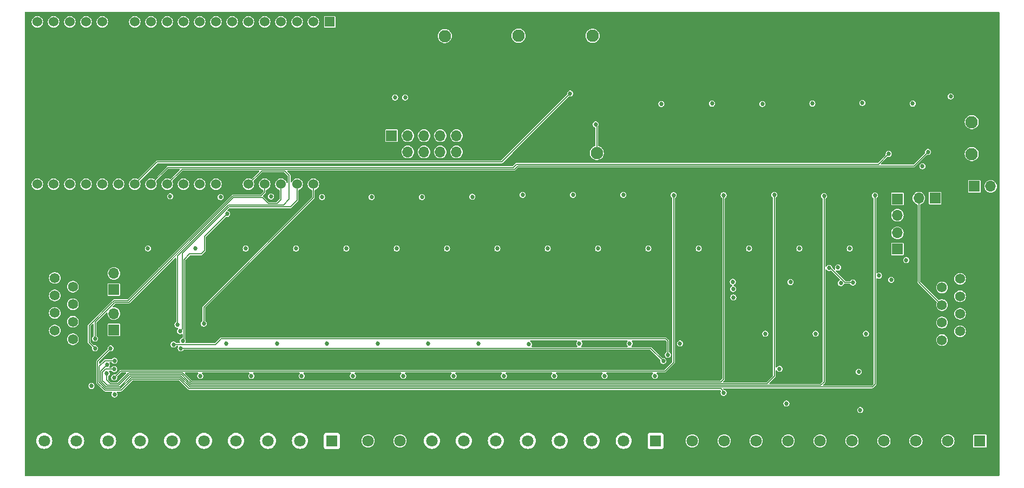
<source format=gbr>
%TF.GenerationSoftware,KiCad,Pcbnew,7.0.2-0*%
%TF.CreationDate,2023-04-25T00:34:15+03:00*%
%TF.ProjectId,PLC-CIM,504c432d-4349-44d2-9e6b-696361645f70,rev?*%
%TF.SameCoordinates,Original*%
%TF.FileFunction,Copper,L3,Inr*%
%TF.FilePolarity,Positive*%
%FSLAX46Y46*%
G04 Gerber Fmt 4.6, Leading zero omitted, Abs format (unit mm)*
G04 Created by KiCad (PCBNEW 7.0.2-0) date 2023-04-25 00:34:15*
%MOMM*%
%LPD*%
G01*
G04 APERTURE LIST*
%TA.AperFunction,ComponentPad*%
%ADD10O,1.700000X1.700000*%
%TD*%
%TA.AperFunction,ComponentPad*%
%ADD11R,1.700000X1.700000*%
%TD*%
%TA.AperFunction,ComponentPad*%
%ADD12C,1.950000*%
%TD*%
%TA.AperFunction,ComponentPad*%
%ADD13C,1.560000*%
%TD*%
%TA.AperFunction,ComponentPad*%
%ADD14C,4.575000*%
%TD*%
%TA.AperFunction,ComponentPad*%
%ADD15R,1.800000X1.800000*%
%TD*%
%TA.AperFunction,ComponentPad*%
%ADD16C,1.800000*%
%TD*%
%TA.AperFunction,ComponentPad*%
%ADD17C,1.530000*%
%TD*%
%TA.AperFunction,ComponentPad*%
%ADD18R,1.530000X1.530000*%
%TD*%
%TA.AperFunction,ViaPad*%
%ADD19C,0.685800*%
%TD*%
%TA.AperFunction,Conductor*%
%ADD20C,0.127000*%
%TD*%
G04 APERTURE END LIST*
D10*
%TO.N,+24V*%
%TO.C,J17*%
X208635600Y-91902200D03*
D11*
%TO.N,Net-(J17-Pin_1)*%
X208635600Y-94442200D03*
%TD*%
%TO.N,Net-(IC47-B)*%
%TO.C,J14*%
X214533400Y-86461600D03*
D10*
%TO.N,Net-(J14-Pin_2)*%
X211993400Y-86461600D03*
%TD*%
D12*
%TO.N,+24V*%
%TO.C,J7*%
X137820400Y-61112400D03*
%TO.N,GND*%
X132820400Y-61112400D03*
%TD*%
D11*
%TO.N,+3.3V*%
%TO.C,J11*%
X129489200Y-76708000D03*
D10*
%TO.N,GND*%
X129489200Y-79248000D03*
%TO.N,unconnected-(J11-Pin_3-Pad3)*%
X132029200Y-76708000D03*
%TO.N,unconnected-(J11-Pin_4-Pad4)*%
X132029200Y-79248000D03*
%TO.N,SCL*%
X134569200Y-76708000D03*
%TO.N,SDA*%
X134569200Y-79248000D03*
%TO.N,unconnected-(J11-Pin_7-Pad7)*%
X137109200Y-76708000D03*
%TO.N,unconnected-(J11-Pin_8-Pad8)*%
X137109200Y-79248000D03*
%TO.N,unconnected-(J11-Pin_9-Pad9)*%
X139649200Y-76708000D03*
%TO.N,unconnected-(J11-Pin_10-Pad10)*%
X139649200Y-79248000D03*
%TD*%
D12*
%TO.N,+24V*%
%TO.C,J6*%
X149373600Y-61061600D03*
%TO.N,GND*%
X144373600Y-61061600D03*
%TD*%
%TO.N,+3.3V*%
%TO.C,J5*%
X161605600Y-79407600D03*
%TO.N,GND*%
X156605600Y-79407600D03*
%TD*%
D11*
%TO.N,Net-(J16-Pin_1)*%
%TO.C,J16*%
X220670200Y-84632800D03*
D10*
%TO.N,+5V*%
X223210200Y-84632800D03*
%TD*%
D11*
%TO.N,Net-(IC47-A)*%
%TO.C,J15*%
X208635600Y-86614000D03*
D10*
%TO.N,Net-(J15-Pin_2)*%
X208635600Y-89154000D03*
%TD*%
D12*
%TO.N,+24V*%
%TO.C,J4*%
X160945200Y-61068800D03*
%TO.N,GND*%
X155945200Y-61068800D03*
%TD*%
D11*
%TO.N,Net-(IC31-DOUT)*%
%TO.C,J9*%
X86055200Y-107086400D03*
D10*
%TO.N,Net-(J9-Pin_2)*%
X86055200Y-104546400D03*
%TD*%
D11*
%TO.N,Net-(IC31-RIN)*%
%TO.C,J10*%
X86055200Y-100792200D03*
D10*
%TO.N,Net-(J10-Pin_2)*%
X86055200Y-98252200D03*
%TD*%
D12*
%TO.N,Net-(IC45-CANL)*%
%TO.C,J12*%
X220261600Y-79563600D03*
%TO.N,Net-(IC45-CANH)*%
X220261600Y-74563600D03*
%TD*%
D13*
%TO.N,unconnected-(J8-Pad1)*%
%TO.C,J8*%
X79654400Y-108556400D03*
%TO.N,Net-(J9-Pin_2)*%
X79654400Y-105816400D03*
%TO.N,Net-(J10-Pin_2)*%
X79654400Y-103076400D03*
%TO.N,unconnected-(J8-Pad4)*%
X79654400Y-100336400D03*
%TO.N,GND*%
X79654400Y-97596400D03*
%TO.N,unconnected-(J8-Pad6)*%
X76814400Y-107186400D03*
%TO.N,unconnected-(J8-Pad7)*%
X76814400Y-104446400D03*
%TO.N,unconnected-(J8-Pad8)*%
X76814400Y-101706400D03*
%TO.N,unconnected-(J8-Pad9)*%
X76814400Y-98966400D03*
D14*
%TO.N,GND*%
X78234400Y-115571400D03*
X78234400Y-90581400D03*
%TD*%
D15*
%TO.N,OUT_20*%
%TO.C,J2*%
X170815000Y-124460000D03*
D16*
%TO.N,OUT_19*%
X165815000Y-124460000D03*
%TO.N,OUT_18*%
X160815000Y-124460000D03*
%TO.N,OUT_17*%
X155815000Y-124460000D03*
%TO.N,OUT_16*%
X150815000Y-124460000D03*
%TO.N,OUT_15*%
X145815000Y-124460000D03*
%TO.N,OUT_14*%
X140815000Y-124460000D03*
%TO.N,OUT_13*%
X135815000Y-124460000D03*
%TO.N,GPIO_12*%
X130815000Y-124460000D03*
%TO.N,GPIO_11*%
X125815000Y-124460000D03*
%TD*%
D15*
%TO.N,OUT_30*%
%TO.C,J3*%
X120170000Y-124460000D03*
D16*
%TO.N,OUT_29*%
X115170000Y-124460000D03*
%TO.N,OUT_28*%
X110170000Y-124460000D03*
%TO.N,OUT_27*%
X105170000Y-124460000D03*
%TO.N,OUT_26*%
X100170000Y-124460000D03*
%TO.N,OUT_25*%
X95170000Y-124460000D03*
%TO.N,OUT_24*%
X90170000Y-124460000D03*
%TO.N,OUT_23*%
X85170000Y-124460000D03*
%TO.N,OUT_22*%
X80170000Y-124460000D03*
%TO.N,OUT_21*%
X75170000Y-124460000D03*
%TD*%
D13*
%TO.N,GND*%
%TO.C,J13*%
X215600000Y-97725000D03*
%TO.N,unconnected-(J13-Pad2)*%
X215600000Y-100465000D03*
%TO.N,Net-(J14-Pin_2)*%
X215600000Y-103205000D03*
%TO.N,unconnected-(J13-Pad4)*%
X215600000Y-105945000D03*
%TO.N,unconnected-(J13-Pad5)*%
X215600000Y-108685000D03*
%TO.N,Net-(J16-Pin_1)*%
X218440000Y-99095000D03*
%TO.N,Net-(J17-Pin_1)*%
X218440000Y-101835000D03*
%TO.N,Net-(J15-Pin_2)*%
X218440000Y-104575000D03*
%TO.N,unconnected-(J13-Pad9)*%
X218440000Y-107315000D03*
D14*
%TO.N,GND*%
X217020000Y-90710000D03*
X217020000Y-115700000D03*
%TD*%
D17*
%TO.N,GND*%
%TO.C,U1*%
X119818800Y-84295700D03*
%TO.N,RS232_STATUS*%
X117278800Y-84295700D03*
%TO.N,SCL*%
X114738800Y-84295700D03*
%TO.N,TX0*%
X112198800Y-84295700D03*
%TO.N,RX0*%
X109658800Y-84295700D03*
%TO.N,SDA*%
X107118800Y-84295700D03*
%TO.N,GND*%
X104578800Y-84295700D03*
%TO.N,ADR_1*%
X102038800Y-84295700D03*
%TO.N,ADR_2*%
X99498800Y-84295700D03*
%TO.N,FORCEOFF*%
X96958800Y-84295700D03*
%TO.N,TX1*%
X94418800Y-84295700D03*
%TO.N,RX1*%
X91878800Y-84295700D03*
%TO.N,CAN_FAULT*%
X89338800Y-84295700D03*
%TO.N,CAN_TX*%
X86798800Y-84295700D03*
%TO.N,CAN_RX*%
X84258800Y-84295700D03*
%TO.N,FORCEON*%
X81718800Y-84295700D03*
%TO.N,unconnected-(U1-SD1-Pad22)*%
X79178800Y-84295700D03*
%TO.N,unconnected-(U1-SD0-Pad21)*%
X76638800Y-84295700D03*
%TO.N,unconnected-(U1-CLK-Pad20)*%
X74098800Y-84295700D03*
%TO.N,unconnected-(U1-EXT_5V-Pad19)*%
X74098800Y-58895700D03*
%TO.N,unconnected-(U1-CMD-Pad18)*%
X76638800Y-58895700D03*
%TO.N,unconnected-(U1-SD3-Pad17)*%
X79178800Y-58895700D03*
%TO.N,unconnected-(U1-SD2-Pad16)*%
X81718800Y-58895700D03*
%TO.N,MCU_IN_12*%
X84258800Y-58895700D03*
%TO.N,GND*%
X86798800Y-58895700D03*
%TO.N,MCU_IN_11*%
X89338800Y-58895700D03*
%TO.N,MCU_IN_10*%
X91878800Y-58895700D03*
%TO.N,MCU_IN_9*%
X94418800Y-58895700D03*
%TO.N,MCU_IN_8*%
X96958800Y-58895700D03*
%TO.N,MCU_IN_3*%
X99498800Y-58895700D03*
%TO.N,MCU_IN_4*%
X102038800Y-58895700D03*
%TO.N,MCU_IN_5*%
X104578800Y-58895700D03*
%TO.N,MCU_IN_6*%
X107118800Y-58895700D03*
%TO.N,MCU_IN_7*%
X109658800Y-58895700D03*
%TO.N,MCU_IN_1*%
X112198800Y-58895700D03*
%TO.N,MCU_IN_2*%
X114738800Y-58895700D03*
%TO.N,unconnected-(U1-EN-Pad2)*%
X117278800Y-58895700D03*
D18*
%TO.N,+3.3V*%
X119818800Y-58895700D03*
%TD*%
D15*
%TO.N,GPIO_10*%
%TO.C,J1*%
X221535000Y-124460000D03*
D16*
%TO.N,GPIO_9*%
X216535000Y-124460000D03*
%TO.N,GPIO_8*%
X211535000Y-124460000D03*
%TO.N,GPIO_7*%
X206535000Y-124460000D03*
%TO.N,GPIO_6*%
X201535000Y-124460000D03*
%TO.N,GPIO_5*%
X196535000Y-124460000D03*
%TO.N,GPIO_4*%
X191535000Y-124460000D03*
%TO.N,GPIO_3*%
X186535000Y-124460000D03*
%TO.N,GPIO_2*%
X181535000Y-124460000D03*
%TO.N,GPIO_1*%
X176535000Y-124460000D03*
%TD*%
D19*
%TO.N,ADR_2*%
X197967600Y-97383600D03*
X201676000Y-99669600D03*
%TO.N,GND*%
X210396400Y-72926000D03*
X83447200Y-102136000D03*
X89509600Y-100228400D03*
X206298800Y-103682800D03*
X207670400Y-105664000D03*
X207111600Y-74980800D03*
X217474800Y-61518800D03*
%TO.N,RX1*%
X207264000Y-79552800D03*
%TO.N,TX1*%
X213410800Y-79248000D03*
%TO.N,Net-(IC47-A)*%
X212547200Y-81483200D03*
%TO.N,+3.3V*%
X210007200Y-96164400D03*
X205740000Y-98602800D03*
%TO.N,CAN_FAULT*%
X157429200Y-70104000D03*
%TO.N,GND*%
X214325200Y-126238000D03*
X219252800Y-125374400D03*
X200406000Y-97332800D03*
X206857600Y-98552000D03*
X169621200Y-109169200D03*
X161798000Y-109220000D03*
X153517600Y-109270800D03*
X116941600Y-110947200D03*
X121970800Y-111810800D03*
X129946400Y-111963200D03*
X138176000Y-112014000D03*
X108000800Y-106172000D03*
X114909600Y-105968800D03*
X169926000Y-98704400D03*
%TO.N,CAN_RX*%
X130048000Y-70713600D03*
%TO.N,CAN_TX*%
X131622800Y-70713600D03*
%TO.N,+3.3V*%
X161442400Y-74930000D03*
%TO.N,RS232_STATUS*%
X100126800Y-106121200D03*
%TO.N,+3.3V*%
X82550000Y-115874800D03*
X86156800Y-117195600D03*
%TO.N,+24V*%
X171704000Y-71729600D03*
X179628800Y-71678800D03*
X187502800Y-71729600D03*
X195326000Y-71678800D03*
X203149200Y-71577200D03*
X211023200Y-71678800D03*
X216966800Y-70561200D03*
%TO.N,ADR_1*%
X103784400Y-88950800D03*
X96824800Y-108813600D03*
%TO.N,SCL*%
X96418400Y-107289600D03*
%TO.N,SDA*%
X96012000Y-106273600D03*
%TO.N,GND*%
X128219200Y-122580400D03*
%TO.N,RX0*%
X83108800Y-109982000D03*
%TO.N,TX0*%
X83108800Y-108458000D03*
%TO.N,/O Block 1/O_ACT_6*%
X190195200Y-113182400D03*
%TO.N,+24V*%
X131318000Y-114300000D03*
X146050000Y-94361000D03*
X98806000Y-94361000D03*
X114554000Y-94361000D03*
X115443000Y-114300000D03*
X106680000Y-94361000D03*
X169672000Y-94361000D03*
X153924000Y-94361000D03*
X139192000Y-114300000D03*
X185420000Y-94361000D03*
X195834000Y-107696000D03*
X203708000Y-107696000D03*
X193294000Y-94361000D03*
X161798000Y-94361000D03*
X130302000Y-94361000D03*
X191262000Y-118618000D03*
X107569000Y-114300000D03*
X147066000Y-114300000D03*
X201168000Y-94361000D03*
X138176000Y-94361000D03*
X154940000Y-114300000D03*
X177546000Y-94361000D03*
X202819000Y-119634000D03*
X170688000Y-114300000D03*
X187960000Y-107696000D03*
X162814000Y-114300000D03*
X122428000Y-94361000D03*
X91389200Y-94361000D03*
X99568000Y-114300000D03*
X123444000Y-114300000D03*
%TO.N,/O Block 1/O_ACT_5*%
X86156800Y-111912400D03*
X205130400Y-86055200D03*
%TO.N,/O Block 1/O_ACT_4*%
X197154800Y-86156800D03*
X84988400Y-112572800D03*
%TO.N,/O Block 1/O_ACT_3*%
X189382400Y-85953600D03*
X86106000Y-113233200D03*
%TO.N,/O Block 1/O_ACT_2*%
X181457600Y-86004400D03*
X84963000Y-113919000D03*
%TO.N,/O Block 1/O_ACT_1*%
X173634400Y-86004400D03*
X86106000Y-114554000D03*
%TO.N,/O Block 2/O_ACT_6*%
X111633000Y-109220000D03*
%TO.N,/O Block 2/O_ACT_5*%
X103632000Y-109220000D03*
%TO.N,/O Block 2/O_ACT_4*%
X96520000Y-109982000D03*
X182930800Y-100685600D03*
X207670400Y-99263200D03*
X172008800Y-111963200D03*
%TO.N,/O Block 2/O_ACT_3*%
X199796400Y-99771200D03*
X172720000Y-110998000D03*
X95402400Y-109372400D03*
X199339200Y-97332800D03*
X182880000Y-99568000D03*
%TO.N,/O Block 2/O_ACT_2*%
X85547200Y-109982000D03*
X182981600Y-102006400D03*
X191922400Y-99618800D03*
X181457600Y-116941600D03*
%TO.N,/O Block 2/O_ACT_1*%
X202590400Y-113639600D03*
%TO.N,/O Block 3/O_ACT_6*%
X158877000Y-109220000D03*
%TO.N,/O Block 3/O_ACT_5*%
X151003000Y-109347000D03*
%TO.N,/O Block 3/O_ACT_4*%
X143129000Y-109220000D03*
%TO.N,/O Block 3/O_ACT_3*%
X135255000Y-109220000D03*
%TO.N,/O Block 3/O_ACT_2*%
X127381000Y-109220000D03*
%TO.N,/O Block 3/O_ACT_1*%
X119380000Y-109220000D03*
%TO.N,/O Block 4/O_ACT_6*%
X118618000Y-86309200D03*
%TO.N,/O Block 4/O_ACT_5*%
X110642400Y-86207600D03*
%TO.N,/O Block 4/O_ACT_4*%
X102768400Y-86309200D03*
%TO.N,/O Block 4/O_ACT_3*%
X94869000Y-86182200D03*
%TO.N,/O Block 4/O_ACT_2*%
X174625000Y-109220000D03*
%TO.N,/O Block 4/O_ACT_1*%
X166751000Y-109220000D03*
%TO.N,/O Block 5/O_ACT_6*%
X165760400Y-85953600D03*
%TO.N,/O Block 5/O_ACT_5*%
X157886400Y-85953600D03*
%TO.N,/O Block 5/O_ACT_4*%
X150012400Y-85953600D03*
%TO.N,/O Block 5/O_ACT_3*%
X142138400Y-86258400D03*
%TO.N,/O Block 5/O_ACT_2*%
X134264400Y-86309200D03*
%TO.N,/O Block 5/O_ACT_1*%
X126390400Y-86309200D03*
%TD*%
D20*
%TO.N,ADR_2*%
X197967600Y-97383600D02*
X198163142Y-97383600D01*
X198163142Y-97383600D02*
X200449142Y-99669600D01*
X200449142Y-99669600D02*
X201676000Y-99669600D01*
%TO.N,+3.3V*%
X161605600Y-75093200D02*
X161442400Y-74930000D01*
X161605600Y-79407600D02*
X161605600Y-75093200D01*
%TO.N,Net-(J14-Pin_2)*%
X212267800Y-99898200D02*
X215574600Y-103205000D01*
X211993400Y-86461600D02*
X211993400Y-99623800D01*
X211993400Y-99623800D02*
X212267800Y-99898200D01*
%TO.N,RX1*%
X207264000Y-79552800D02*
X205638400Y-81178400D01*
X205638400Y-81178400D02*
X148996400Y-81178400D01*
X148996400Y-81178400D02*
X148488400Y-81686400D01*
X94488100Y-81686400D02*
X91878800Y-84295700D01*
X148488400Y-81686400D02*
X94488100Y-81686400D01*
%TO.N,TX1*%
X213410800Y-79248000D02*
X211226400Y-81432400D01*
X211226400Y-81432400D02*
X149250400Y-81432400D01*
X149250400Y-81432400D02*
X148742400Y-81940400D01*
X148742400Y-81940400D02*
X96774100Y-81940400D01*
X96774100Y-81940400D02*
X94418800Y-84295700D01*
%TO.N,CAN_FAULT*%
X157429200Y-70104000D02*
X146710400Y-80822800D01*
X146710400Y-80822800D02*
X92811700Y-80822800D01*
X92811700Y-80822800D02*
X89338800Y-84295700D01*
%TO.N,Net-(J14-Pin_2)*%
X215574600Y-103205000D02*
X215600000Y-103205000D01*
%TO.N,RS232_STATUS*%
X100126800Y-106121200D02*
X100126800Y-103530400D01*
X100126800Y-103530400D02*
X117278800Y-86378400D01*
X117278800Y-86378400D02*
X117278800Y-84295700D01*
%TO.N,ADR_1*%
X103784400Y-88950800D02*
X100228400Y-92506800D01*
X100228400Y-92506800D02*
X100228400Y-94691200D01*
X100228400Y-94691200D02*
X99709570Y-95210030D01*
X99709570Y-95210030D02*
X97902430Y-95210030D01*
X97902430Y-95210030D02*
X97028000Y-96084460D01*
X97028000Y-96084460D02*
X97028000Y-108610400D01*
X97028000Y-108610400D02*
X96824800Y-108813600D01*
%TO.N,SCL*%
X96418400Y-107289600D02*
X96774000Y-106934000D01*
X96774000Y-106934000D02*
X96774000Y-95104820D01*
X96774000Y-95104820D02*
X104045620Y-87833200D01*
X104045620Y-87833200D02*
X113741200Y-87833200D01*
X113741200Y-87833200D02*
X114738800Y-86835600D01*
X114738800Y-86835600D02*
X114738800Y-84295700D01*
%TO.N,SDA*%
X96012000Y-106273600D02*
X96012000Y-95507610D01*
X96012000Y-95507610D02*
X103940410Y-87579200D01*
X113487200Y-86664800D02*
X113487200Y-82905600D01*
X103940410Y-87579200D02*
X112572800Y-87579200D01*
X112572800Y-87579200D02*
X113487200Y-86664800D01*
X113487200Y-82905600D02*
X112776000Y-82194400D01*
X112776000Y-82194400D02*
X109220100Y-82194400D01*
X109220100Y-82194400D02*
X107118800Y-84295700D01*
%TO.N,RX0*%
X82194400Y-109067600D02*
X83108800Y-109982000D01*
X109658800Y-85565600D02*
X109067600Y-86156800D01*
X86102390Y-102514400D02*
X85646995Y-102969795D01*
X88239600Y-102514400D02*
X86102390Y-102514400D01*
X85646995Y-102969795D02*
X82194400Y-106422390D01*
X82194400Y-106422390D02*
X82194400Y-109067600D01*
X109067600Y-86156800D02*
X104644390Y-86156800D01*
X104644390Y-86156800D02*
X104495600Y-86305590D01*
X109658800Y-84295700D02*
X109658800Y-85565600D01*
X104495600Y-86305590D02*
X93265190Y-97536000D01*
X93218000Y-97536000D02*
X88239600Y-102514400D01*
X93265190Y-97536000D02*
X93218000Y-97536000D01*
%TO.N,TX0*%
X83108800Y-108458000D02*
X83108800Y-105867200D01*
X83108800Y-105867200D02*
X86207600Y-102768400D01*
X86207600Y-102768400D02*
X88392000Y-102768400D01*
X88392000Y-102768400D02*
X104749600Y-86410800D01*
X104749600Y-86410800D02*
X109321600Y-86410800D01*
X109321600Y-86410800D02*
X110236000Y-87325200D01*
X110236000Y-87325200D02*
X111556800Y-87325200D01*
X111556800Y-87325200D02*
X112198800Y-86683200D01*
X112198800Y-86683200D02*
X112198800Y-84295700D01*
%TO.N,/O Block 1/O_ACT_5*%
X88798400Y-114559600D02*
X96463970Y-114559600D01*
X204724000Y-116027200D02*
X205130400Y-115620800D01*
X84777980Y-116281200D02*
X87076800Y-116281200D01*
X83769200Y-115272420D02*
X84777980Y-116281200D01*
X86156800Y-111912400D02*
X84632800Y-111912400D01*
X83769200Y-112776000D02*
X83769200Y-115272420D01*
X96463970Y-114559600D02*
X97931570Y-116027200D01*
X87076800Y-116281200D02*
X88798400Y-114559600D01*
X205130400Y-115620800D02*
X205130400Y-86055200D01*
X97931570Y-116027200D02*
X204724000Y-116027200D01*
X84632800Y-111912400D02*
X83769200Y-112776000D01*
%TO.N,/O Block 1/O_ACT_4*%
X84883190Y-116027200D02*
X86969600Y-116027200D01*
X84023200Y-115167210D02*
X84883190Y-116027200D01*
X96569180Y-114305600D02*
X98036780Y-115773200D01*
X98036780Y-115773200D02*
X98653600Y-115773200D01*
X88798400Y-114305600D02*
X96569180Y-114305600D01*
X192836800Y-115773200D02*
X196596000Y-115773200D01*
X84023200Y-113538000D02*
X84023200Y-115167210D01*
X84988400Y-112572800D02*
X84023200Y-113538000D01*
X87020400Y-115976400D02*
X88691200Y-114305600D01*
X88691200Y-114305600D02*
X88798400Y-114305600D01*
X196596000Y-115773200D02*
X197154800Y-115214400D01*
X86969600Y-116027200D02*
X87020400Y-115976400D01*
X98653600Y-115773200D02*
X192836800Y-115773200D01*
X197154800Y-115214400D02*
X197154800Y-86156800D01*
%TO.N,/O Block 1/O_ACT_3*%
X98552000Y-115519200D02*
X188214000Y-115519200D01*
X86106000Y-113233200D02*
X84734400Y-113233200D01*
X96674390Y-114051600D02*
X97407195Y-114784405D01*
X84734400Y-113233200D02*
X84277200Y-113690400D01*
X189382400Y-114350800D02*
X189382400Y-85953600D01*
X84988400Y-115773200D02*
X86770010Y-115773200D01*
X97407195Y-114784405D02*
X98141990Y-115519200D01*
X84277200Y-115062000D02*
X84480400Y-115265200D01*
X88419205Y-114124005D02*
X88491610Y-114051600D01*
X98141990Y-115519200D02*
X98552000Y-115519200D01*
X188214000Y-115519200D02*
X189382400Y-114350800D01*
X88491610Y-114051600D02*
X96674390Y-114051600D01*
X84480400Y-115265200D02*
X84988400Y-115773200D01*
X84277200Y-113690400D02*
X84277200Y-115062000D01*
X86770010Y-115773200D02*
X88419205Y-114124005D01*
%TO.N,/O Block 1/O_ACT_2*%
X85547200Y-115519200D02*
X86664800Y-115519200D01*
X96779600Y-113797600D02*
X98247200Y-115265200D01*
X91948000Y-113797600D02*
X96779600Y-113797600D01*
X88386400Y-113797600D02*
X91948000Y-113797600D01*
X181457600Y-114808000D02*
X181457600Y-86004400D01*
X86664800Y-115519200D02*
X86766400Y-115417600D01*
X98247200Y-115265200D02*
X108712000Y-115265200D01*
X181000400Y-115265200D02*
X181457600Y-114808000D01*
X86766400Y-115417600D02*
X88386400Y-113797600D01*
X108712000Y-115265200D02*
X181000400Y-115265200D01*
X84963000Y-114935000D02*
X85547200Y-115519200D01*
X84963000Y-113919000D02*
X84963000Y-114935000D01*
%TO.N,/O Block 1/O_ACT_1*%
X86106000Y-114554000D02*
X87116400Y-113543600D01*
X87116400Y-113543600D02*
X172257200Y-113543600D01*
X173634400Y-112014000D02*
X173634400Y-86004400D01*
X172257200Y-113543600D02*
X172262800Y-113538000D01*
X172262800Y-113538000D02*
X173634400Y-112166400D01*
X173634400Y-112166400D02*
X173634400Y-112014000D01*
%TO.N,/O Block 2/O_ACT_4*%
X170027600Y-109982000D02*
X172008800Y-111963200D01*
X96520000Y-109982000D02*
X170027600Y-109982000D01*
%TO.N,/O Block 2/O_ACT_3*%
X104597200Y-108508800D02*
X172415200Y-108508800D01*
X102666800Y-108661200D02*
X102819200Y-108508800D01*
X172415200Y-108508800D02*
X172720000Y-108813600D01*
X102819200Y-108508800D02*
X104597200Y-108508800D01*
X95402400Y-109372400D02*
X101955600Y-109372400D01*
X172720000Y-108813600D02*
X172720000Y-110998000D01*
X101955600Y-109372400D02*
X102666800Y-108661200D01*
%TO.N,/O Block 2/O_ACT_2*%
X92151200Y-114813600D02*
X96358760Y-114813600D01*
X83515200Y-113385600D02*
X83515200Y-115377630D01*
X96817580Y-115272420D02*
X97826360Y-116281200D01*
X181457600Y-116738400D02*
X181457600Y-116941600D01*
X97826360Y-116281200D02*
X98036780Y-116281200D01*
X96358760Y-114813600D02*
X96817580Y-115272420D01*
X87182010Y-116535200D02*
X88752205Y-114965005D01*
X83515200Y-112014000D02*
X83515200Y-113385600D01*
X88752205Y-114965005D02*
X88903610Y-114813600D01*
X88903610Y-114813600D02*
X92151200Y-114813600D01*
X181000400Y-116281200D02*
X181457600Y-116738400D01*
X98036780Y-116281200D02*
X99263200Y-116281200D01*
X83515200Y-115377630D02*
X84672770Y-116535200D01*
X85547200Y-109982000D02*
X83515200Y-112014000D01*
X84672770Y-116535200D02*
X87182010Y-116535200D01*
X99263200Y-116281200D02*
X181000400Y-116281200D01*
%TD*%
%TA.AperFunction,Conductor*%
%TO.N,GND*%
G36*
X158500844Y-108719485D02*
G01*
X158546599Y-108772289D01*
X158556543Y-108841447D01*
X158527518Y-108905003D01*
X158477204Y-108963067D01*
X158421012Y-109086109D01*
X158401763Y-109220000D01*
X158421012Y-109353890D01*
X158453140Y-109424239D01*
X158477205Y-109476933D01*
X158541723Y-109551390D01*
X158571537Y-109585797D01*
X158600562Y-109649353D01*
X158590618Y-109718511D01*
X158544864Y-109771315D01*
X158477824Y-109791000D01*
X151510312Y-109791000D01*
X151443273Y-109771315D01*
X151397518Y-109718511D01*
X151387574Y-109649353D01*
X151397518Y-109615488D01*
X151458987Y-109480890D01*
X151467132Y-109424238D01*
X151478237Y-109347000D01*
X151460783Y-109225604D01*
X151458987Y-109213109D01*
X151414395Y-109115467D01*
X151402795Y-109090067D01*
X151346243Y-109024803D01*
X151314212Y-108987837D01*
X151221282Y-108928115D01*
X151175527Y-108875311D01*
X151165583Y-108806153D01*
X151194608Y-108742597D01*
X151253386Y-108704823D01*
X151288321Y-108699800D01*
X158433805Y-108699800D01*
X158500844Y-108719485D01*
G37*
%TD.AperFunction*%
%TA.AperFunction,Conductor*%
G36*
X166374844Y-108719485D02*
G01*
X166420599Y-108772289D01*
X166430543Y-108841447D01*
X166401518Y-108905003D01*
X166351204Y-108963067D01*
X166295012Y-109086109D01*
X166275763Y-109220000D01*
X166295012Y-109353890D01*
X166327140Y-109424239D01*
X166351205Y-109476933D01*
X166415723Y-109551390D01*
X166445537Y-109585797D01*
X166474562Y-109649353D01*
X166464618Y-109718511D01*
X166418864Y-109771315D01*
X166351824Y-109791000D01*
X159276176Y-109791000D01*
X159209137Y-109771315D01*
X159163382Y-109718511D01*
X159153438Y-109649353D01*
X159182463Y-109585797D01*
X159212277Y-109551390D01*
X159276795Y-109476933D01*
X159332987Y-109353890D01*
X159352237Y-109220000D01*
X159332987Y-109086110D01*
X159332611Y-109085287D01*
X159276795Y-108963067D01*
X159226482Y-108905003D01*
X159197457Y-108841447D01*
X159207401Y-108772289D01*
X159253156Y-108719485D01*
X159320195Y-108699800D01*
X166307805Y-108699800D01*
X166374844Y-108719485D01*
G37*
%TD.AperFunction*%
%TA.AperFunction,Conductor*%
G36*
X224537339Y-57314585D02*
G01*
X224583094Y-57367389D01*
X224594300Y-57418900D01*
X224594300Y-129829900D01*
X224574615Y-129896939D01*
X224521811Y-129942694D01*
X224470300Y-129953900D01*
X72252500Y-129953900D01*
X72185461Y-129934215D01*
X72139706Y-129881411D01*
X72128500Y-129829900D01*
X72128500Y-124459999D01*
X73914722Y-124459999D01*
X73933792Y-124677974D01*
X73933793Y-124677977D01*
X73990425Y-124889330D01*
X74082898Y-125087639D01*
X74208402Y-125266877D01*
X74363123Y-125421598D01*
X74542361Y-125547102D01*
X74740670Y-125639575D01*
X74952023Y-125696207D01*
X75170000Y-125715277D01*
X75387977Y-125696207D01*
X75599330Y-125639575D01*
X75797639Y-125547102D01*
X75976877Y-125421598D01*
X76131598Y-125266877D01*
X76257102Y-125087639D01*
X76349575Y-124889330D01*
X76406207Y-124677977D01*
X76425277Y-124460000D01*
X76425277Y-124459999D01*
X78914722Y-124459999D01*
X78933792Y-124677974D01*
X78933793Y-124677977D01*
X78990425Y-124889330D01*
X79082898Y-125087639D01*
X79208402Y-125266877D01*
X79363123Y-125421598D01*
X79542361Y-125547102D01*
X79740670Y-125639575D01*
X79952023Y-125696207D01*
X80097340Y-125708920D01*
X80169999Y-125715277D01*
X80169999Y-125715276D01*
X80170000Y-125715277D01*
X80387977Y-125696207D01*
X80599330Y-125639575D01*
X80797639Y-125547102D01*
X80976877Y-125421598D01*
X81131598Y-125266877D01*
X81257102Y-125087639D01*
X81349575Y-124889330D01*
X81406207Y-124677977D01*
X81425277Y-124460000D01*
X81425277Y-124459999D01*
X83914722Y-124459999D01*
X83933792Y-124677974D01*
X83933793Y-124677977D01*
X83990425Y-124889330D01*
X84082898Y-125087639D01*
X84208402Y-125266877D01*
X84363123Y-125421598D01*
X84542361Y-125547102D01*
X84740670Y-125639575D01*
X84952023Y-125696207D01*
X85170000Y-125715277D01*
X85387977Y-125696207D01*
X85599330Y-125639575D01*
X85797639Y-125547102D01*
X85976877Y-125421598D01*
X86131598Y-125266877D01*
X86257102Y-125087639D01*
X86349575Y-124889330D01*
X86406207Y-124677977D01*
X86425277Y-124460000D01*
X86425277Y-124459999D01*
X88914722Y-124459999D01*
X88933792Y-124677974D01*
X88933793Y-124677977D01*
X88990425Y-124889330D01*
X89082898Y-125087639D01*
X89208402Y-125266877D01*
X89363123Y-125421598D01*
X89542361Y-125547102D01*
X89740670Y-125639575D01*
X89952023Y-125696207D01*
X90097341Y-125708920D01*
X90169999Y-125715277D01*
X90169999Y-125715276D01*
X90170000Y-125715277D01*
X90387977Y-125696207D01*
X90599330Y-125639575D01*
X90797639Y-125547102D01*
X90976877Y-125421598D01*
X91131598Y-125266877D01*
X91257102Y-125087639D01*
X91349575Y-124889330D01*
X91406207Y-124677977D01*
X91425277Y-124460000D01*
X91425277Y-124459999D01*
X93914722Y-124459999D01*
X93933792Y-124677974D01*
X93933793Y-124677977D01*
X93990425Y-124889330D01*
X94082898Y-125087639D01*
X94208402Y-125266877D01*
X94363123Y-125421598D01*
X94542361Y-125547102D01*
X94740670Y-125639575D01*
X94952023Y-125696207D01*
X95170000Y-125715277D01*
X95387977Y-125696207D01*
X95599330Y-125639575D01*
X95797639Y-125547102D01*
X95976877Y-125421598D01*
X96131598Y-125266877D01*
X96257102Y-125087639D01*
X96349575Y-124889330D01*
X96406207Y-124677977D01*
X96425277Y-124460000D01*
X96425277Y-124459999D01*
X98914722Y-124459999D01*
X98933792Y-124677974D01*
X98933793Y-124677977D01*
X98990425Y-124889330D01*
X99082898Y-125087639D01*
X99208402Y-125266877D01*
X99363123Y-125421598D01*
X99542361Y-125547102D01*
X99740670Y-125639575D01*
X99952023Y-125696207D01*
X100097340Y-125708920D01*
X100169999Y-125715277D01*
X100169999Y-125715276D01*
X100170000Y-125715277D01*
X100387977Y-125696207D01*
X100599330Y-125639575D01*
X100797639Y-125547102D01*
X100976877Y-125421598D01*
X101131598Y-125266877D01*
X101257102Y-125087639D01*
X101349575Y-124889330D01*
X101406207Y-124677977D01*
X101425277Y-124460000D01*
X101425277Y-124459999D01*
X103914722Y-124459999D01*
X103933792Y-124677974D01*
X103933793Y-124677977D01*
X103990425Y-124889330D01*
X104082898Y-125087639D01*
X104208402Y-125266877D01*
X104363123Y-125421598D01*
X104542361Y-125547102D01*
X104740670Y-125639575D01*
X104952023Y-125696207D01*
X105170000Y-125715277D01*
X105387977Y-125696207D01*
X105599330Y-125639575D01*
X105797639Y-125547102D01*
X105976877Y-125421598D01*
X106131598Y-125266877D01*
X106257102Y-125087639D01*
X106349575Y-124889330D01*
X106406207Y-124677977D01*
X106425277Y-124460000D01*
X106425277Y-124459999D01*
X108914722Y-124459999D01*
X108933792Y-124677974D01*
X108933793Y-124677977D01*
X108990425Y-124889330D01*
X109082898Y-125087639D01*
X109208402Y-125266877D01*
X109363123Y-125421598D01*
X109542361Y-125547102D01*
X109740670Y-125639575D01*
X109952023Y-125696207D01*
X110097341Y-125708920D01*
X110169999Y-125715277D01*
X110169999Y-125715276D01*
X110170000Y-125715277D01*
X110387977Y-125696207D01*
X110599330Y-125639575D01*
X110797639Y-125547102D01*
X110976877Y-125421598D01*
X111131598Y-125266877D01*
X111257102Y-125087639D01*
X111349575Y-124889330D01*
X111406207Y-124677977D01*
X111425277Y-124460000D01*
X111425277Y-124459999D01*
X113914722Y-124459999D01*
X113933792Y-124677974D01*
X113933793Y-124677977D01*
X113990425Y-124889330D01*
X114082898Y-125087639D01*
X114208402Y-125266877D01*
X114363123Y-125421598D01*
X114542361Y-125547102D01*
X114740670Y-125639575D01*
X114952023Y-125696207D01*
X115170000Y-125715277D01*
X115387977Y-125696207D01*
X115599330Y-125639575D01*
X115797639Y-125547102D01*
X115976877Y-125421598D01*
X116005212Y-125393263D01*
X118919500Y-125393263D01*
X118929426Y-125461390D01*
X118929426Y-125461391D01*
X118929427Y-125461393D01*
X118954515Y-125512712D01*
X118980802Y-125566484D01*
X119063515Y-125649197D01*
X119063516Y-125649197D01*
X119063517Y-125649198D01*
X119168607Y-125700573D01*
X119195860Y-125704543D01*
X119236737Y-125710500D01*
X119236740Y-125710500D01*
X121103263Y-125710500D01*
X121137326Y-125705536D01*
X121171393Y-125700573D01*
X121276483Y-125649198D01*
X121359198Y-125566483D01*
X121410573Y-125461393D01*
X121420500Y-125393260D01*
X121420500Y-124459999D01*
X124782528Y-124459999D01*
X124802366Y-124661423D01*
X124861121Y-124855112D01*
X124879411Y-124889331D01*
X124956531Y-125033611D01*
X125084932Y-125190068D01*
X125241389Y-125318469D01*
X125419890Y-125413880D01*
X125613575Y-125472633D01*
X125815000Y-125492472D01*
X126016425Y-125472633D01*
X126210110Y-125413880D01*
X126388611Y-125318469D01*
X126545068Y-125190068D01*
X126673469Y-125033611D01*
X126768880Y-124855110D01*
X126827633Y-124661425D01*
X126847472Y-124460000D01*
X126847472Y-124459999D01*
X129782528Y-124459999D01*
X129802366Y-124661423D01*
X129861121Y-124855112D01*
X129879411Y-124889331D01*
X129956531Y-125033611D01*
X130084932Y-125190068D01*
X130241389Y-125318469D01*
X130419890Y-125413880D01*
X130613575Y-125472633D01*
X130815000Y-125492472D01*
X131016425Y-125472633D01*
X131210110Y-125413880D01*
X131388611Y-125318469D01*
X131545068Y-125190068D01*
X131673469Y-125033611D01*
X131768880Y-124855110D01*
X131827633Y-124661425D01*
X131847472Y-124460000D01*
X134559722Y-124460000D01*
X134578792Y-124677974D01*
X134578793Y-124677977D01*
X134635425Y-124889330D01*
X134727898Y-125087639D01*
X134853402Y-125266877D01*
X135008123Y-125421598D01*
X135187361Y-125547102D01*
X135385670Y-125639575D01*
X135597023Y-125696207D01*
X135742340Y-125708920D01*
X135814999Y-125715277D01*
X135814999Y-125715276D01*
X135815000Y-125715277D01*
X136032977Y-125696207D01*
X136244330Y-125639575D01*
X136442639Y-125547102D01*
X136621877Y-125421598D01*
X136776598Y-125266877D01*
X136902102Y-125087639D01*
X136994575Y-124889330D01*
X137051207Y-124677977D01*
X137070277Y-124460000D01*
X139559722Y-124460000D01*
X139578792Y-124677974D01*
X139578793Y-124677977D01*
X139635425Y-124889330D01*
X139727898Y-125087639D01*
X139853402Y-125266877D01*
X140008123Y-125421598D01*
X140187361Y-125547102D01*
X140385670Y-125639575D01*
X140597023Y-125696207D01*
X140815000Y-125715277D01*
X141032977Y-125696207D01*
X141244330Y-125639575D01*
X141442639Y-125547102D01*
X141621877Y-125421598D01*
X141776598Y-125266877D01*
X141902102Y-125087639D01*
X141994575Y-124889330D01*
X142051207Y-124677977D01*
X142070277Y-124460000D01*
X144559722Y-124460000D01*
X144578792Y-124677974D01*
X144578793Y-124677977D01*
X144635425Y-124889330D01*
X144727898Y-125087639D01*
X144853402Y-125266877D01*
X145008123Y-125421598D01*
X145187361Y-125547102D01*
X145385670Y-125639575D01*
X145597023Y-125696207D01*
X145742340Y-125708920D01*
X145814999Y-125715277D01*
X145814999Y-125715276D01*
X145815000Y-125715277D01*
X146032977Y-125696207D01*
X146244330Y-125639575D01*
X146442639Y-125547102D01*
X146621877Y-125421598D01*
X146776598Y-125266877D01*
X146902102Y-125087639D01*
X146994575Y-124889330D01*
X147051207Y-124677977D01*
X147070277Y-124460000D01*
X149559722Y-124460000D01*
X149578792Y-124677974D01*
X149578793Y-124677977D01*
X149635425Y-124889330D01*
X149727898Y-125087639D01*
X149853402Y-125266877D01*
X150008123Y-125421598D01*
X150187361Y-125547102D01*
X150385670Y-125639575D01*
X150597023Y-125696207D01*
X150815000Y-125715277D01*
X151032977Y-125696207D01*
X151244330Y-125639575D01*
X151442639Y-125547102D01*
X151621877Y-125421598D01*
X151776598Y-125266877D01*
X151902102Y-125087639D01*
X151994575Y-124889330D01*
X152051207Y-124677977D01*
X152070277Y-124460000D01*
X152070277Y-124459999D01*
X154559722Y-124459999D01*
X154578792Y-124677974D01*
X154578793Y-124677977D01*
X154635425Y-124889330D01*
X154727898Y-125087639D01*
X154853402Y-125266877D01*
X155008123Y-125421598D01*
X155187361Y-125547102D01*
X155385670Y-125639575D01*
X155597023Y-125696207D01*
X155742341Y-125708920D01*
X155814999Y-125715277D01*
X155814999Y-125715276D01*
X155815000Y-125715277D01*
X156032977Y-125696207D01*
X156244330Y-125639575D01*
X156442639Y-125547102D01*
X156621877Y-125421598D01*
X156776598Y-125266877D01*
X156902102Y-125087639D01*
X156994575Y-124889330D01*
X157051207Y-124677977D01*
X157070277Y-124460000D01*
X157070277Y-124459999D01*
X159559722Y-124459999D01*
X159578792Y-124677974D01*
X159578793Y-124677977D01*
X159635425Y-124889330D01*
X159727898Y-125087639D01*
X159853402Y-125266877D01*
X160008123Y-125421598D01*
X160187361Y-125547102D01*
X160385670Y-125639575D01*
X160597023Y-125696207D01*
X160815000Y-125715277D01*
X161032977Y-125696207D01*
X161244330Y-125639575D01*
X161442639Y-125547102D01*
X161621877Y-125421598D01*
X161776598Y-125266877D01*
X161902102Y-125087639D01*
X161994575Y-124889330D01*
X162051207Y-124677977D01*
X162070277Y-124460000D01*
X162070277Y-124459999D01*
X164559722Y-124459999D01*
X164578792Y-124677974D01*
X164578793Y-124677977D01*
X164635425Y-124889330D01*
X164727898Y-125087639D01*
X164853402Y-125266877D01*
X165008123Y-125421598D01*
X165187361Y-125547102D01*
X165385670Y-125639575D01*
X165597023Y-125696207D01*
X165742341Y-125708920D01*
X165814999Y-125715277D01*
X165814999Y-125715276D01*
X165815000Y-125715277D01*
X166032977Y-125696207D01*
X166244330Y-125639575D01*
X166442639Y-125547102D01*
X166621877Y-125421598D01*
X166650212Y-125393263D01*
X169564500Y-125393263D01*
X169574426Y-125461390D01*
X169574426Y-125461391D01*
X169574427Y-125461393D01*
X169599515Y-125512712D01*
X169625802Y-125566484D01*
X169708515Y-125649197D01*
X169708516Y-125649197D01*
X169708517Y-125649198D01*
X169813607Y-125700573D01*
X169840860Y-125704543D01*
X169881737Y-125710500D01*
X169881740Y-125710500D01*
X171748263Y-125710500D01*
X171782326Y-125705536D01*
X171816393Y-125700573D01*
X171921483Y-125649198D01*
X172004198Y-125566483D01*
X172055573Y-125461393D01*
X172065500Y-125393260D01*
X172065500Y-124459999D01*
X175502528Y-124459999D01*
X175522366Y-124661423D01*
X175581121Y-124855112D01*
X175599411Y-124889331D01*
X175676531Y-125033611D01*
X175804932Y-125190068D01*
X175961389Y-125318469D01*
X176139890Y-125413880D01*
X176333575Y-125472633D01*
X176535000Y-125492472D01*
X176736425Y-125472633D01*
X176930110Y-125413880D01*
X177108611Y-125318469D01*
X177265068Y-125190068D01*
X177393469Y-125033611D01*
X177488880Y-124855110D01*
X177547633Y-124661425D01*
X177567472Y-124460000D01*
X177567472Y-124459999D01*
X180502528Y-124459999D01*
X180522366Y-124661423D01*
X180581121Y-124855112D01*
X180599411Y-124889331D01*
X180676531Y-125033611D01*
X180804932Y-125190068D01*
X180961389Y-125318469D01*
X181139890Y-125413880D01*
X181333575Y-125472633D01*
X181535000Y-125492472D01*
X181736425Y-125472633D01*
X181930110Y-125413880D01*
X182108611Y-125318469D01*
X182265068Y-125190068D01*
X182393469Y-125033611D01*
X182488880Y-124855110D01*
X182547633Y-124661425D01*
X182567472Y-124460000D01*
X182567472Y-124459999D01*
X185502528Y-124459999D01*
X185522366Y-124661423D01*
X185581121Y-124855112D01*
X185599411Y-124889331D01*
X185676531Y-125033611D01*
X185804932Y-125190068D01*
X185961389Y-125318469D01*
X186139890Y-125413880D01*
X186333575Y-125472633D01*
X186535000Y-125492472D01*
X186736425Y-125472633D01*
X186930110Y-125413880D01*
X187108611Y-125318469D01*
X187265068Y-125190068D01*
X187393469Y-125033611D01*
X187488880Y-124855110D01*
X187547633Y-124661425D01*
X187567472Y-124460000D01*
X190502528Y-124460000D01*
X190522366Y-124661423D01*
X190581121Y-124855112D01*
X190599411Y-124889331D01*
X190676531Y-125033611D01*
X190804932Y-125190068D01*
X190961389Y-125318469D01*
X191139890Y-125413880D01*
X191333575Y-125472633D01*
X191535000Y-125492472D01*
X191736425Y-125472633D01*
X191930110Y-125413880D01*
X192108611Y-125318469D01*
X192265068Y-125190068D01*
X192393469Y-125033611D01*
X192488880Y-124855110D01*
X192547633Y-124661425D01*
X192567472Y-124460000D01*
X192567472Y-124459999D01*
X195502528Y-124459999D01*
X195522366Y-124661423D01*
X195581121Y-124855112D01*
X195599411Y-124889331D01*
X195676531Y-125033611D01*
X195804932Y-125190068D01*
X195961389Y-125318469D01*
X196139890Y-125413880D01*
X196333575Y-125472633D01*
X196535000Y-125492472D01*
X196736425Y-125472633D01*
X196930110Y-125413880D01*
X197108611Y-125318469D01*
X197265068Y-125190068D01*
X197393469Y-125033611D01*
X197488880Y-124855110D01*
X197547633Y-124661425D01*
X197567472Y-124460000D01*
X197567472Y-124459999D01*
X200502528Y-124459999D01*
X200522366Y-124661423D01*
X200581121Y-124855112D01*
X200599411Y-124889331D01*
X200676531Y-125033611D01*
X200804932Y-125190068D01*
X200961389Y-125318469D01*
X201139890Y-125413880D01*
X201333575Y-125472633D01*
X201535000Y-125492472D01*
X201736425Y-125472633D01*
X201930110Y-125413880D01*
X202108611Y-125318469D01*
X202265068Y-125190068D01*
X202393469Y-125033611D01*
X202488880Y-124855110D01*
X202547633Y-124661425D01*
X202567472Y-124460000D01*
X202567472Y-124459999D01*
X205502528Y-124459999D01*
X205522366Y-124661423D01*
X205581121Y-124855112D01*
X205599411Y-124889331D01*
X205676531Y-125033611D01*
X205804932Y-125190068D01*
X205961389Y-125318469D01*
X206139890Y-125413880D01*
X206333575Y-125472633D01*
X206535000Y-125492472D01*
X206736425Y-125472633D01*
X206930110Y-125413880D01*
X207108611Y-125318469D01*
X207265068Y-125190068D01*
X207393469Y-125033611D01*
X207488880Y-124855110D01*
X207547633Y-124661425D01*
X207567472Y-124460000D01*
X207567472Y-124459999D01*
X210502528Y-124459999D01*
X210522366Y-124661423D01*
X210581121Y-124855112D01*
X210599411Y-124889331D01*
X210676531Y-125033611D01*
X210804932Y-125190068D01*
X210961389Y-125318469D01*
X211139890Y-125413880D01*
X211333575Y-125472633D01*
X211535000Y-125492472D01*
X211736425Y-125472633D01*
X211930110Y-125413880D01*
X212108611Y-125318469D01*
X212265068Y-125190068D01*
X212393469Y-125033611D01*
X212488880Y-124855110D01*
X212547633Y-124661425D01*
X212567472Y-124460000D01*
X212567472Y-124459999D01*
X215502528Y-124459999D01*
X215522366Y-124661423D01*
X215581121Y-124855112D01*
X215599411Y-124889331D01*
X215676531Y-125033611D01*
X215804932Y-125190068D01*
X215961389Y-125318469D01*
X216139890Y-125413880D01*
X216333575Y-125472633D01*
X216535000Y-125492472D01*
X216736425Y-125472633D01*
X216930110Y-125413880D01*
X217007418Y-125372558D01*
X220507500Y-125372558D01*
X220514897Y-125409747D01*
X220543077Y-125451922D01*
X220557252Y-125461393D01*
X220585252Y-125480102D01*
X220622442Y-125487500D01*
X222447558Y-125487500D01*
X222484748Y-125480102D01*
X222526922Y-125451922D01*
X222555102Y-125409748D01*
X222562500Y-125372558D01*
X222562500Y-123547442D01*
X222555102Y-123510252D01*
X222547184Y-123498402D01*
X222526922Y-123468077D01*
X222484747Y-123439897D01*
X222447558Y-123432500D01*
X220622442Y-123432500D01*
X220585252Y-123439897D01*
X220543077Y-123468077D01*
X220514897Y-123510252D01*
X220507500Y-123547441D01*
X220507500Y-125372558D01*
X217007418Y-125372558D01*
X217108611Y-125318469D01*
X217265068Y-125190068D01*
X217393469Y-125033611D01*
X217488880Y-124855110D01*
X217547633Y-124661425D01*
X217567472Y-124460000D01*
X217547633Y-124258575D01*
X217488880Y-124064890D01*
X217393469Y-123886389D01*
X217265068Y-123729932D01*
X217108611Y-123601531D01*
X217108610Y-123601530D01*
X216930112Y-123506121D01*
X216930111Y-123506120D01*
X216930110Y-123506120D01*
X216804698Y-123468077D01*
X216736423Y-123447366D01*
X216557005Y-123429695D01*
X216535000Y-123427528D01*
X216534999Y-123427528D01*
X216333576Y-123447366D01*
X216139887Y-123506121D01*
X215961389Y-123601530D01*
X215804932Y-123729932D01*
X215676530Y-123886389D01*
X215581121Y-124064887D01*
X215522366Y-124258576D01*
X215502528Y-124459999D01*
X212567472Y-124459999D01*
X212547633Y-124258575D01*
X212488880Y-124064890D01*
X212393469Y-123886389D01*
X212265068Y-123729932D01*
X212108611Y-123601531D01*
X212108610Y-123601530D01*
X211930112Y-123506121D01*
X211930111Y-123506120D01*
X211930110Y-123506120D01*
X211804698Y-123468077D01*
X211736423Y-123447366D01*
X211535000Y-123427528D01*
X211333576Y-123447366D01*
X211139887Y-123506121D01*
X210961389Y-123601530D01*
X210804932Y-123729932D01*
X210676530Y-123886389D01*
X210581121Y-124064887D01*
X210522366Y-124258576D01*
X210502528Y-124459999D01*
X207567472Y-124459999D01*
X207547633Y-124258575D01*
X207488880Y-124064890D01*
X207393469Y-123886389D01*
X207265068Y-123729932D01*
X207108611Y-123601531D01*
X207108610Y-123601530D01*
X206930112Y-123506121D01*
X206930111Y-123506120D01*
X206930110Y-123506120D01*
X206804698Y-123468077D01*
X206736423Y-123447366D01*
X206535000Y-123427528D01*
X206333576Y-123447366D01*
X206139887Y-123506121D01*
X205961389Y-123601530D01*
X205804932Y-123729932D01*
X205676530Y-123886389D01*
X205581121Y-124064887D01*
X205522366Y-124258576D01*
X205502528Y-124459999D01*
X202567472Y-124459999D01*
X202547633Y-124258575D01*
X202488880Y-124064890D01*
X202393469Y-123886389D01*
X202265068Y-123729932D01*
X202108611Y-123601531D01*
X202108610Y-123601530D01*
X201930112Y-123506121D01*
X201930111Y-123506120D01*
X201930110Y-123506120D01*
X201804698Y-123468077D01*
X201736423Y-123447366D01*
X201535000Y-123427528D01*
X201333576Y-123447366D01*
X201139887Y-123506121D01*
X200961389Y-123601530D01*
X200804932Y-123729932D01*
X200676530Y-123886389D01*
X200581121Y-124064887D01*
X200522366Y-124258576D01*
X200502528Y-124459999D01*
X197567472Y-124459999D01*
X197547633Y-124258575D01*
X197488880Y-124064890D01*
X197393469Y-123886389D01*
X197265068Y-123729932D01*
X197108611Y-123601531D01*
X197108610Y-123601530D01*
X196930112Y-123506121D01*
X196930111Y-123506120D01*
X196930110Y-123506120D01*
X196804698Y-123468077D01*
X196736423Y-123447366D01*
X196535000Y-123427528D01*
X196333576Y-123447366D01*
X196139887Y-123506121D01*
X195961389Y-123601530D01*
X195804932Y-123729932D01*
X195676530Y-123886389D01*
X195581121Y-124064887D01*
X195522366Y-124258576D01*
X195502528Y-124459999D01*
X192567472Y-124459999D01*
X192547633Y-124258575D01*
X192488880Y-124064890D01*
X192393469Y-123886389D01*
X192265068Y-123729932D01*
X192108611Y-123601531D01*
X192108610Y-123601530D01*
X191930112Y-123506121D01*
X191930111Y-123506120D01*
X191930110Y-123506120D01*
X191804698Y-123468077D01*
X191736423Y-123447366D01*
X191535000Y-123427528D01*
X191333576Y-123447366D01*
X191139887Y-123506121D01*
X190961389Y-123601530D01*
X190804932Y-123729932D01*
X190676530Y-123886389D01*
X190581121Y-124064887D01*
X190522366Y-124258576D01*
X190502528Y-124460000D01*
X187567472Y-124460000D01*
X187547633Y-124258575D01*
X187488880Y-124064890D01*
X187393469Y-123886389D01*
X187265068Y-123729932D01*
X187108611Y-123601531D01*
X187108610Y-123601530D01*
X186930112Y-123506121D01*
X186930111Y-123506120D01*
X186930110Y-123506120D01*
X186804698Y-123468077D01*
X186736423Y-123447366D01*
X186557005Y-123429695D01*
X186535000Y-123427528D01*
X186534999Y-123427528D01*
X186333576Y-123447366D01*
X186139887Y-123506121D01*
X185961389Y-123601530D01*
X185804932Y-123729932D01*
X185676530Y-123886389D01*
X185581121Y-124064887D01*
X185522366Y-124258576D01*
X185502528Y-124459999D01*
X182567472Y-124459999D01*
X182547633Y-124258575D01*
X182488880Y-124064890D01*
X182393469Y-123886389D01*
X182265068Y-123729932D01*
X182108611Y-123601531D01*
X182108610Y-123601530D01*
X181930112Y-123506121D01*
X181930111Y-123506120D01*
X181930110Y-123506120D01*
X181804698Y-123468077D01*
X181736423Y-123447366D01*
X181535000Y-123427528D01*
X181333576Y-123447366D01*
X181139887Y-123506121D01*
X180961389Y-123601530D01*
X180804932Y-123729932D01*
X180676530Y-123886389D01*
X180581121Y-124064887D01*
X180522366Y-124258576D01*
X180502528Y-124459999D01*
X177567472Y-124459999D01*
X177547633Y-124258575D01*
X177488880Y-124064890D01*
X177393469Y-123886389D01*
X177265068Y-123729932D01*
X177108611Y-123601531D01*
X177108610Y-123601530D01*
X176930112Y-123506121D01*
X176930111Y-123506120D01*
X176930110Y-123506120D01*
X176804698Y-123468077D01*
X176736423Y-123447366D01*
X176557005Y-123429695D01*
X176535000Y-123427528D01*
X176534999Y-123427528D01*
X176333576Y-123447366D01*
X176139887Y-123506121D01*
X175961389Y-123601530D01*
X175804932Y-123729932D01*
X175676530Y-123886389D01*
X175581121Y-124064887D01*
X175522366Y-124258576D01*
X175502528Y-124459999D01*
X172065500Y-124459999D01*
X172065500Y-123526740D01*
X172065500Y-123526739D01*
X172065500Y-123526736D01*
X172055573Y-123458609D01*
X172055573Y-123458607D01*
X172004198Y-123353517D01*
X172004197Y-123353516D01*
X172004197Y-123353515D01*
X171921484Y-123270802D01*
X171867712Y-123244515D01*
X171816393Y-123219427D01*
X171816391Y-123219426D01*
X171816390Y-123219426D01*
X171748263Y-123209500D01*
X171748260Y-123209500D01*
X169881740Y-123209500D01*
X169881737Y-123209500D01*
X169813609Y-123219426D01*
X169708515Y-123270802D01*
X169625802Y-123353515D01*
X169574426Y-123458609D01*
X169564500Y-123526736D01*
X169564500Y-125393263D01*
X166650212Y-125393263D01*
X166776598Y-125266877D01*
X166902102Y-125087639D01*
X166994575Y-124889330D01*
X167051207Y-124677977D01*
X167070277Y-124460000D01*
X167051207Y-124242023D01*
X166994575Y-124030670D01*
X166902102Y-123832362D01*
X166776598Y-123653123D01*
X166621877Y-123498402D01*
X166442639Y-123372898D01*
X166351205Y-123330261D01*
X166244331Y-123280425D01*
X166032974Y-123223792D01*
X165814999Y-123204722D01*
X165597025Y-123223792D01*
X165385668Y-123280425D01*
X165187361Y-123372898D01*
X165008122Y-123498402D01*
X164853402Y-123653122D01*
X164727898Y-123832361D01*
X164635425Y-124030668D01*
X164578792Y-124242025D01*
X164559722Y-124459999D01*
X162070277Y-124459999D01*
X162051207Y-124242023D01*
X161994575Y-124030670D01*
X161902102Y-123832362D01*
X161776598Y-123653123D01*
X161621877Y-123498402D01*
X161442639Y-123372898D01*
X161351205Y-123330261D01*
X161244331Y-123280425D01*
X161032974Y-123223792D01*
X160815000Y-123204722D01*
X160597025Y-123223792D01*
X160385668Y-123280425D01*
X160187361Y-123372898D01*
X160008122Y-123498402D01*
X159853402Y-123653122D01*
X159727898Y-123832361D01*
X159635425Y-124030668D01*
X159578792Y-124242025D01*
X159559722Y-124459999D01*
X157070277Y-124459999D01*
X157051207Y-124242023D01*
X156994575Y-124030670D01*
X156902102Y-123832362D01*
X156776598Y-123653123D01*
X156621877Y-123498402D01*
X156442639Y-123372898D01*
X156351205Y-123330261D01*
X156244331Y-123280425D01*
X156032974Y-123223792D01*
X155814999Y-123204722D01*
X155597025Y-123223792D01*
X155385668Y-123280425D01*
X155187361Y-123372898D01*
X155008122Y-123498402D01*
X154853402Y-123653122D01*
X154727898Y-123832361D01*
X154635425Y-124030668D01*
X154578792Y-124242025D01*
X154559722Y-124459999D01*
X152070277Y-124459999D01*
X152051207Y-124242023D01*
X151994575Y-124030670D01*
X151902102Y-123832362D01*
X151776598Y-123653123D01*
X151621877Y-123498402D01*
X151442639Y-123372898D01*
X151351205Y-123330261D01*
X151244331Y-123280425D01*
X151032974Y-123223792D01*
X150815000Y-123204722D01*
X150597025Y-123223792D01*
X150385668Y-123280425D01*
X150187361Y-123372898D01*
X150008122Y-123498402D01*
X149853402Y-123653122D01*
X149727898Y-123832361D01*
X149635425Y-124030668D01*
X149578792Y-124242025D01*
X149559722Y-124460000D01*
X147070277Y-124460000D01*
X147051207Y-124242023D01*
X146994575Y-124030670D01*
X146902102Y-123832362D01*
X146776598Y-123653123D01*
X146621877Y-123498402D01*
X146442639Y-123372898D01*
X146351205Y-123330261D01*
X146244331Y-123280425D01*
X146032974Y-123223792D01*
X145814999Y-123204722D01*
X145597025Y-123223792D01*
X145385668Y-123280425D01*
X145187361Y-123372898D01*
X145008122Y-123498402D01*
X144853402Y-123653122D01*
X144727898Y-123832361D01*
X144635425Y-124030668D01*
X144578792Y-124242025D01*
X144559722Y-124460000D01*
X142070277Y-124460000D01*
X142051207Y-124242023D01*
X141994575Y-124030670D01*
X141902102Y-123832362D01*
X141776598Y-123653123D01*
X141621877Y-123498402D01*
X141442639Y-123372898D01*
X141351205Y-123330261D01*
X141244331Y-123280425D01*
X141032974Y-123223792D01*
X140815000Y-123204722D01*
X140597025Y-123223792D01*
X140385668Y-123280425D01*
X140187361Y-123372898D01*
X140008122Y-123498402D01*
X139853402Y-123653122D01*
X139727898Y-123832361D01*
X139635425Y-124030668D01*
X139578792Y-124242025D01*
X139559722Y-124460000D01*
X137070277Y-124460000D01*
X137051207Y-124242023D01*
X136994575Y-124030670D01*
X136902102Y-123832362D01*
X136776598Y-123653123D01*
X136621877Y-123498402D01*
X136442639Y-123372898D01*
X136351205Y-123330261D01*
X136244331Y-123280425D01*
X136032974Y-123223792D01*
X135814999Y-123204722D01*
X135597025Y-123223792D01*
X135385668Y-123280425D01*
X135187361Y-123372898D01*
X135008122Y-123498402D01*
X134853402Y-123653122D01*
X134727898Y-123832361D01*
X134635425Y-124030668D01*
X134578792Y-124242025D01*
X134559722Y-124460000D01*
X131847472Y-124460000D01*
X131827633Y-124258575D01*
X131768880Y-124064890D01*
X131673469Y-123886389D01*
X131545068Y-123729932D01*
X131388611Y-123601531D01*
X131388610Y-123601530D01*
X131210112Y-123506121D01*
X131210111Y-123506120D01*
X131210110Y-123506120D01*
X131084698Y-123468077D01*
X131016423Y-123447366D01*
X130815000Y-123427528D01*
X130613576Y-123447366D01*
X130419887Y-123506121D01*
X130241389Y-123601530D01*
X130084932Y-123729932D01*
X129956530Y-123886389D01*
X129861121Y-124064887D01*
X129802366Y-124258576D01*
X129782528Y-124459999D01*
X126847472Y-124459999D01*
X126827633Y-124258575D01*
X126768880Y-124064890D01*
X126673469Y-123886389D01*
X126545068Y-123729932D01*
X126388611Y-123601531D01*
X126388610Y-123601530D01*
X126210112Y-123506121D01*
X126210111Y-123506120D01*
X126210110Y-123506120D01*
X126084698Y-123468077D01*
X126016423Y-123447366D01*
X125815000Y-123427528D01*
X125613576Y-123447366D01*
X125419887Y-123506121D01*
X125241389Y-123601530D01*
X125084932Y-123729932D01*
X124956530Y-123886389D01*
X124861121Y-124064887D01*
X124802366Y-124258576D01*
X124782528Y-124459999D01*
X121420500Y-124459999D01*
X121420500Y-123526740D01*
X121420500Y-123526739D01*
X121420500Y-123526736D01*
X121410573Y-123458609D01*
X121410573Y-123458607D01*
X121359198Y-123353517D01*
X121359197Y-123353516D01*
X121359197Y-123353515D01*
X121276484Y-123270802D01*
X121222712Y-123244515D01*
X121171393Y-123219427D01*
X121171391Y-123219426D01*
X121171390Y-123219426D01*
X121103263Y-123209500D01*
X121103260Y-123209500D01*
X119236740Y-123209500D01*
X119236737Y-123209500D01*
X119168609Y-123219426D01*
X119063515Y-123270802D01*
X118980802Y-123353515D01*
X118929426Y-123458609D01*
X118919500Y-123526736D01*
X118919500Y-125393263D01*
X116005212Y-125393263D01*
X116131598Y-125266877D01*
X116257102Y-125087639D01*
X116349575Y-124889330D01*
X116406207Y-124677977D01*
X116425277Y-124460000D01*
X116406207Y-124242023D01*
X116349575Y-124030670D01*
X116257102Y-123832362D01*
X116131598Y-123653123D01*
X115976877Y-123498402D01*
X115797639Y-123372898D01*
X115706205Y-123330261D01*
X115599331Y-123280425D01*
X115387974Y-123223792D01*
X115170000Y-123204722D01*
X114952025Y-123223792D01*
X114740668Y-123280425D01*
X114542361Y-123372898D01*
X114363122Y-123498402D01*
X114208402Y-123653122D01*
X114082898Y-123832361D01*
X113990425Y-124030668D01*
X113933792Y-124242025D01*
X113914722Y-124459999D01*
X111425277Y-124459999D01*
X111406207Y-124242023D01*
X111349575Y-124030670D01*
X111257102Y-123832362D01*
X111131598Y-123653123D01*
X110976877Y-123498402D01*
X110797639Y-123372898D01*
X110706205Y-123330261D01*
X110599331Y-123280425D01*
X110387974Y-123223792D01*
X110169999Y-123204722D01*
X109952025Y-123223792D01*
X109740668Y-123280425D01*
X109542361Y-123372898D01*
X109363122Y-123498402D01*
X109208402Y-123653122D01*
X109082898Y-123832361D01*
X108990425Y-124030668D01*
X108933792Y-124242025D01*
X108914722Y-124459999D01*
X106425277Y-124459999D01*
X106406207Y-124242023D01*
X106349575Y-124030670D01*
X106257102Y-123832362D01*
X106131598Y-123653123D01*
X105976877Y-123498402D01*
X105797639Y-123372898D01*
X105706205Y-123330261D01*
X105599331Y-123280425D01*
X105387974Y-123223792D01*
X105170000Y-123204722D01*
X104952025Y-123223792D01*
X104740668Y-123280425D01*
X104542361Y-123372898D01*
X104363122Y-123498402D01*
X104208402Y-123653122D01*
X104082898Y-123832361D01*
X103990425Y-124030668D01*
X103933792Y-124242025D01*
X103914722Y-124459999D01*
X101425277Y-124459999D01*
X101406207Y-124242023D01*
X101349575Y-124030670D01*
X101257102Y-123832362D01*
X101131598Y-123653123D01*
X100976877Y-123498402D01*
X100797639Y-123372898D01*
X100706205Y-123330261D01*
X100599331Y-123280425D01*
X100387974Y-123223792D01*
X100169999Y-123204722D01*
X99952025Y-123223792D01*
X99740668Y-123280425D01*
X99542361Y-123372898D01*
X99363122Y-123498402D01*
X99208402Y-123653122D01*
X99082898Y-123832361D01*
X98990425Y-124030668D01*
X98933792Y-124242025D01*
X98914722Y-124459999D01*
X96425277Y-124459999D01*
X96406207Y-124242023D01*
X96349575Y-124030670D01*
X96257102Y-123832362D01*
X96131598Y-123653123D01*
X95976877Y-123498402D01*
X95797639Y-123372898D01*
X95706205Y-123330261D01*
X95599331Y-123280425D01*
X95387974Y-123223792D01*
X95170000Y-123204722D01*
X94952025Y-123223792D01*
X94740668Y-123280425D01*
X94542361Y-123372898D01*
X94363122Y-123498402D01*
X94208402Y-123653122D01*
X94082898Y-123832361D01*
X93990425Y-124030668D01*
X93933792Y-124242025D01*
X93914722Y-124459999D01*
X91425277Y-124459999D01*
X91406207Y-124242023D01*
X91349575Y-124030670D01*
X91257102Y-123832362D01*
X91131598Y-123653123D01*
X90976877Y-123498402D01*
X90797639Y-123372898D01*
X90706205Y-123330261D01*
X90599331Y-123280425D01*
X90387974Y-123223792D01*
X90169999Y-123204722D01*
X89952025Y-123223792D01*
X89740668Y-123280425D01*
X89542361Y-123372898D01*
X89363122Y-123498402D01*
X89208402Y-123653122D01*
X89082898Y-123832361D01*
X88990425Y-124030668D01*
X88933792Y-124242025D01*
X88914722Y-124459999D01*
X86425277Y-124459999D01*
X86406207Y-124242023D01*
X86349575Y-124030670D01*
X86257102Y-123832362D01*
X86131598Y-123653123D01*
X85976877Y-123498402D01*
X85797639Y-123372898D01*
X85706205Y-123330261D01*
X85599331Y-123280425D01*
X85387974Y-123223792D01*
X85170000Y-123204722D01*
X84952025Y-123223792D01*
X84740668Y-123280425D01*
X84542361Y-123372898D01*
X84363122Y-123498402D01*
X84208402Y-123653122D01*
X84082898Y-123832361D01*
X83990425Y-124030668D01*
X83933792Y-124242025D01*
X83914722Y-124459999D01*
X81425277Y-124459999D01*
X81406207Y-124242023D01*
X81349575Y-124030670D01*
X81257102Y-123832362D01*
X81131598Y-123653123D01*
X80976877Y-123498402D01*
X80797639Y-123372898D01*
X80706205Y-123330261D01*
X80599331Y-123280425D01*
X80387974Y-123223792D01*
X80169999Y-123204722D01*
X79952025Y-123223792D01*
X79740668Y-123280425D01*
X79542361Y-123372898D01*
X79363122Y-123498402D01*
X79208402Y-123653122D01*
X79082898Y-123832361D01*
X78990425Y-124030668D01*
X78933792Y-124242025D01*
X78914722Y-124459999D01*
X76425277Y-124459999D01*
X76406207Y-124242023D01*
X76349575Y-124030670D01*
X76257102Y-123832362D01*
X76131598Y-123653123D01*
X75976877Y-123498402D01*
X75797639Y-123372898D01*
X75706205Y-123330261D01*
X75599331Y-123280425D01*
X75387974Y-123223792D01*
X75170000Y-123204722D01*
X74952025Y-123223792D01*
X74740668Y-123280425D01*
X74542361Y-123372898D01*
X74363122Y-123498402D01*
X74208402Y-123653122D01*
X74082898Y-123832361D01*
X73990425Y-124030668D01*
X73933792Y-124242025D01*
X73914722Y-124459999D01*
X72128500Y-124459999D01*
X72128500Y-119634000D01*
X202343763Y-119634000D01*
X202363012Y-119767890D01*
X202419204Y-119890931D01*
X202419205Y-119890933D01*
X202456671Y-119934171D01*
X202507785Y-119993160D01*
X202564682Y-120029725D01*
X202621579Y-120066291D01*
X202751367Y-120104400D01*
X202886633Y-120104400D01*
X203016421Y-120066291D01*
X203130214Y-119993160D01*
X203218795Y-119890933D01*
X203274987Y-119767890D01*
X203294237Y-119634000D01*
X203274987Y-119500110D01*
X203218795Y-119377067D01*
X203174504Y-119325953D01*
X203130214Y-119274839D01*
X203016419Y-119201708D01*
X202886633Y-119163600D01*
X202751367Y-119163600D01*
X202621580Y-119201708D01*
X202507785Y-119274839D01*
X202419204Y-119377068D01*
X202363012Y-119500109D01*
X202343763Y-119634000D01*
X72128500Y-119634000D01*
X72128500Y-118618000D01*
X190786763Y-118618000D01*
X190806012Y-118751890D01*
X190862204Y-118874931D01*
X190862205Y-118874933D01*
X190899671Y-118918171D01*
X190950785Y-118977160D01*
X191007682Y-119013725D01*
X191064579Y-119050291D01*
X191194367Y-119088400D01*
X191329633Y-119088400D01*
X191459421Y-119050291D01*
X191573214Y-118977160D01*
X191661795Y-118874933D01*
X191717987Y-118751890D01*
X191737237Y-118618000D01*
X191717987Y-118484110D01*
X191661795Y-118361067D01*
X191617504Y-118309953D01*
X191573214Y-118258839D01*
X191459419Y-118185708D01*
X191329633Y-118147600D01*
X191194367Y-118147600D01*
X191064580Y-118185708D01*
X190950785Y-118258839D01*
X190862204Y-118361068D01*
X190806012Y-118484109D01*
X190786763Y-118618000D01*
X72128500Y-118618000D01*
X72128500Y-115874799D01*
X82074763Y-115874799D01*
X82094012Y-116008690D01*
X82146861Y-116124410D01*
X82150205Y-116131733D01*
X82179459Y-116165494D01*
X82238785Y-116233960D01*
X82295682Y-116270525D01*
X82352579Y-116307091D01*
X82482367Y-116345200D01*
X82617633Y-116345200D01*
X82747421Y-116307091D01*
X82861214Y-116233960D01*
X82949795Y-116131733D01*
X83005987Y-116008690D01*
X83025237Y-115874800D01*
X83005987Y-115740910D01*
X82984816Y-115694553D01*
X82965769Y-115652845D01*
X82949795Y-115617867D01*
X82897367Y-115557362D01*
X82861214Y-115515639D01*
X82747419Y-115442508D01*
X82617633Y-115404400D01*
X82482367Y-115404400D01*
X82352580Y-115442508D01*
X82238785Y-115515639D01*
X82150204Y-115617868D01*
X82094012Y-115740909D01*
X82074763Y-115874799D01*
X72128500Y-115874799D01*
X72128500Y-115349730D01*
X83319847Y-115349730D01*
X83323420Y-115381432D01*
X83324200Y-115395317D01*
X83324200Y-115399150D01*
X83325053Y-115402888D01*
X83327381Y-115416595D01*
X83330953Y-115448299D01*
X83334946Y-115457939D01*
X83354839Y-115482884D01*
X83362887Y-115494226D01*
X83364927Y-115497473D01*
X83367632Y-115500178D01*
X83376896Y-115510544D01*
X83396795Y-115535496D01*
X83417987Y-115550532D01*
X84499869Y-116632414D01*
X84514905Y-116653604D01*
X84519599Y-116657347D01*
X84519600Y-116657349D01*
X84537711Y-116671792D01*
X84539855Y-116673502D01*
X84550222Y-116682767D01*
X84552930Y-116685475D01*
X84555699Y-116687215D01*
X84556172Y-116687512D01*
X84567508Y-116695554D01*
X84587767Y-116711711D01*
X84587768Y-116711711D01*
X84592467Y-116715458D01*
X84602090Y-116719444D01*
X84608062Y-116720116D01*
X84608064Y-116720118D01*
X84633806Y-116723017D01*
X84647521Y-116725349D01*
X84651248Y-116726200D01*
X84651249Y-116726200D01*
X84655083Y-116726200D01*
X84668966Y-116726979D01*
X84694705Y-116729880D01*
X84694705Y-116729879D01*
X84700672Y-116730552D01*
X84726290Y-116726200D01*
X85669587Y-116726200D01*
X85736626Y-116745885D01*
X85782381Y-116798689D01*
X85792325Y-116867847D01*
X85763300Y-116931401D01*
X85758294Y-116937179D01*
X85757004Y-116938668D01*
X85700812Y-117061709D01*
X85681563Y-117195599D01*
X85681563Y-117195600D01*
X85681985Y-117198533D01*
X85700812Y-117329490D01*
X85721090Y-117373891D01*
X85757005Y-117452533D01*
X85794471Y-117495771D01*
X85845585Y-117554760D01*
X85902482Y-117591325D01*
X85959379Y-117627891D01*
X86089167Y-117666000D01*
X86224433Y-117666000D01*
X86354221Y-117627891D01*
X86468014Y-117554760D01*
X86556595Y-117452533D01*
X86612787Y-117329490D01*
X86632037Y-117195600D01*
X86612787Y-117061710D01*
X86556595Y-116938667D01*
X86550300Y-116931402D01*
X86521275Y-116867848D01*
X86531218Y-116798690D01*
X86576972Y-116745885D01*
X86644012Y-116726200D01*
X87128490Y-116726200D01*
X87154107Y-116730552D01*
X87160074Y-116729879D01*
X87160075Y-116729880D01*
X87185813Y-116726979D01*
X87199697Y-116726200D01*
X87203527Y-116726200D01*
X87203531Y-116726200D01*
X87207272Y-116725345D01*
X87220969Y-116723018D01*
X87246716Y-116720118D01*
X87246717Y-116720116D01*
X87252692Y-116719444D01*
X87262313Y-116715459D01*
X87287265Y-116695560D01*
X87298620Y-116687504D01*
X87301850Y-116685475D01*
X87304566Y-116682758D01*
X87314923Y-116673502D01*
X87335180Y-116657349D01*
X87335181Y-116657346D01*
X87339877Y-116653602D01*
X87354910Y-116632413D01*
X88902480Y-115084845D01*
X88946406Y-115040918D01*
X89007729Y-115007434D01*
X89034087Y-115004600D01*
X92129679Y-115004600D01*
X96228283Y-115004600D01*
X96295322Y-115024285D01*
X96315964Y-115040919D01*
X97653459Y-116378414D01*
X97668495Y-116399604D01*
X97673189Y-116403347D01*
X97673190Y-116403349D01*
X97691301Y-116417792D01*
X97693445Y-116419502D01*
X97703812Y-116428767D01*
X97706520Y-116431475D01*
X97709289Y-116433215D01*
X97709762Y-116433512D01*
X97721098Y-116441554D01*
X97741357Y-116457711D01*
X97741358Y-116457711D01*
X97746057Y-116461458D01*
X97755680Y-116465444D01*
X97761652Y-116466116D01*
X97761654Y-116466118D01*
X97787396Y-116469017D01*
X97801111Y-116471349D01*
X97804838Y-116472200D01*
X97804839Y-116472200D01*
X97808673Y-116472200D01*
X97822556Y-116472979D01*
X97848295Y-116475880D01*
X97848295Y-116475879D01*
X97854262Y-116476552D01*
X97879880Y-116472200D01*
X98015259Y-116472200D01*
X99241679Y-116472200D01*
X180869923Y-116472200D01*
X180936962Y-116491885D01*
X180957604Y-116508519D01*
X181020737Y-116571652D01*
X181054222Y-116632975D01*
X181049238Y-116702667D01*
X181045850Y-116710845D01*
X181001612Y-116807709D01*
X180982363Y-116941600D01*
X181001612Y-117075490D01*
X181057804Y-117198531D01*
X181057805Y-117198533D01*
X181095271Y-117241771D01*
X181146385Y-117300760D01*
X181191090Y-117329490D01*
X181260179Y-117373891D01*
X181389967Y-117412000D01*
X181525233Y-117412000D01*
X181655021Y-117373891D01*
X181768814Y-117300760D01*
X181857395Y-117198533D01*
X181913587Y-117075490D01*
X181932837Y-116941600D01*
X181913587Y-116807710D01*
X181909467Y-116798689D01*
X181876719Y-116726980D01*
X181857395Y-116684667D01*
X181812114Y-116632410D01*
X181768814Y-116582439D01*
X181655019Y-116509308D01*
X181525233Y-116471200D01*
X181511877Y-116471200D01*
X181444838Y-116451515D01*
X181424196Y-116434881D01*
X181419196Y-116429881D01*
X181385711Y-116368558D01*
X181390695Y-116298866D01*
X181432567Y-116242933D01*
X181498031Y-116218516D01*
X181506877Y-116218200D01*
X204670480Y-116218200D01*
X204696097Y-116222552D01*
X204702064Y-116221879D01*
X204702065Y-116221880D01*
X204727803Y-116218979D01*
X204741687Y-116218200D01*
X204745517Y-116218200D01*
X204745521Y-116218200D01*
X204749262Y-116217345D01*
X204762959Y-116215018D01*
X204788706Y-116212118D01*
X204788707Y-116212116D01*
X204794682Y-116211444D01*
X204804303Y-116207459D01*
X204829255Y-116187560D01*
X204840610Y-116179504D01*
X204843840Y-116177475D01*
X204846556Y-116174758D01*
X204856913Y-116165502D01*
X204877170Y-116149349D01*
X204877171Y-116149346D01*
X204881867Y-116145602D01*
X204896900Y-116124413D01*
X205227613Y-115793700D01*
X205248802Y-115778667D01*
X205252546Y-115773971D01*
X205252549Y-115773970D01*
X205268702Y-115753713D01*
X205277958Y-115743356D01*
X205280675Y-115740640D01*
X205282705Y-115737407D01*
X205290760Y-115726055D01*
X205310659Y-115701103D01*
X205314644Y-115691482D01*
X205315316Y-115685507D01*
X205315318Y-115685506D01*
X205318218Y-115659759D01*
X205320545Y-115646062D01*
X205321400Y-115642321D01*
X205321400Y-115638487D01*
X205322180Y-115624603D01*
X205325752Y-115592898D01*
X205321400Y-115567279D01*
X205321400Y-108685000D01*
X214687501Y-108685000D01*
X214692083Y-108728597D01*
X214707441Y-108874720D01*
X214766390Y-109056147D01*
X214861436Y-109220770D01*
X214861773Y-109221353D01*
X214989419Y-109363119D01*
X215128132Y-109463900D01*
X215143750Y-109475247D01*
X215318024Y-109552839D01*
X215504616Y-109592500D01*
X215504618Y-109592500D01*
X215695384Y-109592500D01*
X215881975Y-109552839D01*
X215881976Y-109552838D01*
X215881978Y-109552838D01*
X216056250Y-109475247D01*
X216210581Y-109363119D01*
X216338227Y-109221353D01*
X216433609Y-109056147D01*
X216492559Y-108874719D01*
X216512499Y-108685000D01*
X216492559Y-108495281D01*
X216449007Y-108361242D01*
X216433609Y-108313852D01*
X216338227Y-108148647D01*
X216319898Y-108128291D01*
X216210581Y-108006881D01*
X216056250Y-107894753D01*
X216056249Y-107894752D01*
X215881975Y-107817160D01*
X215695384Y-107777500D01*
X215695382Y-107777500D01*
X215504618Y-107777500D01*
X215504616Y-107777500D01*
X215318022Y-107817161D01*
X215143751Y-107894752D01*
X214989419Y-108006879D01*
X214861772Y-108148646D01*
X214766390Y-108313852D01*
X214707441Y-108495279D01*
X214687501Y-108684999D01*
X214687501Y-108685000D01*
X205321400Y-108685000D01*
X205321400Y-107315000D01*
X217527501Y-107315000D01*
X217547441Y-107504720D01*
X217606390Y-107686147D01*
X217689381Y-107829890D01*
X217701773Y-107851353D01*
X217829419Y-107993119D01*
X217926841Y-108063900D01*
X217983750Y-108105247D01*
X218158024Y-108182839D01*
X218344616Y-108222500D01*
X218344618Y-108222500D01*
X218535384Y-108222500D01*
X218721975Y-108182839D01*
X218721976Y-108182838D01*
X218721978Y-108182838D01*
X218896250Y-108105247D01*
X219050581Y-107993119D01*
X219178227Y-107851353D01*
X219273609Y-107686147D01*
X219332559Y-107504719D01*
X219352499Y-107315000D01*
X219332559Y-107125281D01*
X219290773Y-106996679D01*
X219273609Y-106943852D01*
X219178227Y-106778647D01*
X219147031Y-106744000D01*
X219050581Y-106636881D01*
X218929389Y-106548830D01*
X218896249Y-106524752D01*
X218721975Y-106447160D01*
X218535384Y-106407500D01*
X218535382Y-106407500D01*
X218344618Y-106407500D01*
X218344616Y-106407500D01*
X218158022Y-106447161D01*
X217983751Y-106524752D01*
X217829419Y-106636879D01*
X217701772Y-106778646D01*
X217606390Y-106943852D01*
X217547441Y-107125279D01*
X217527501Y-107315000D01*
X205321400Y-107315000D01*
X205321400Y-105945000D01*
X214687501Y-105945000D01*
X214707441Y-106134720D01*
X214766390Y-106316147D01*
X214861772Y-106481352D01*
X214861773Y-106481353D01*
X214989419Y-106623119D01*
X215103345Y-106705891D01*
X215143750Y-106735247D01*
X215318024Y-106812839D01*
X215504616Y-106852500D01*
X215504618Y-106852500D01*
X215695384Y-106852500D01*
X215881975Y-106812839D01*
X215881976Y-106812838D01*
X215881978Y-106812838D01*
X216056250Y-106735247D01*
X216210581Y-106623119D01*
X216338227Y-106481353D01*
X216433609Y-106316147D01*
X216492559Y-106134719D01*
X216512499Y-105945000D01*
X216492559Y-105755281D01*
X216433609Y-105573853D01*
X216433609Y-105573852D01*
X216338227Y-105408647D01*
X216338226Y-105408646D01*
X216210581Y-105266881D01*
X216056250Y-105154753D01*
X216056249Y-105154752D01*
X215881975Y-105077160D01*
X215695384Y-105037500D01*
X215695382Y-105037500D01*
X215504618Y-105037500D01*
X215504616Y-105037500D01*
X215318022Y-105077161D01*
X215143751Y-105154752D01*
X214989419Y-105266879D01*
X214861772Y-105408646D01*
X214766390Y-105573852D01*
X214707441Y-105755279D01*
X214687501Y-105945000D01*
X205321400Y-105945000D01*
X205321400Y-104575000D01*
X217527501Y-104575000D01*
X217547441Y-104764720D01*
X217606390Y-104946147D01*
X217690656Y-105092098D01*
X217701773Y-105111353D01*
X217829419Y-105253119D01*
X217968132Y-105353900D01*
X217983750Y-105365247D01*
X218158024Y-105442839D01*
X218344616Y-105482500D01*
X218344618Y-105482500D01*
X218535384Y-105482500D01*
X218721975Y-105442839D01*
X218721976Y-105442838D01*
X218721978Y-105442838D01*
X218896250Y-105365247D01*
X219050581Y-105253119D01*
X219178227Y-105111353D01*
X219273609Y-104946147D01*
X219332559Y-104764719D01*
X219352499Y-104575000D01*
X219332559Y-104385281D01*
X219273609Y-104203853D01*
X219273609Y-104203852D01*
X219178227Y-104038647D01*
X219144061Y-104000702D01*
X219050581Y-103896881D01*
X218896250Y-103784753D01*
X218896249Y-103784752D01*
X218721975Y-103707160D01*
X218535384Y-103667500D01*
X218535382Y-103667500D01*
X218344618Y-103667500D01*
X218344616Y-103667500D01*
X218158022Y-103707161D01*
X217983751Y-103784752D01*
X217829419Y-103896879D01*
X217701772Y-104038646D01*
X217606390Y-104203852D01*
X217547441Y-104385279D01*
X217527501Y-104575000D01*
X205321400Y-104575000D01*
X205321400Y-99263200D01*
X207195163Y-99263200D01*
X207214412Y-99397090D01*
X207270398Y-99519680D01*
X207270605Y-99520133D01*
X207284102Y-99535709D01*
X207359185Y-99622360D01*
X207411289Y-99655845D01*
X207472979Y-99695491D01*
X207602767Y-99733600D01*
X207738033Y-99733600D01*
X207867821Y-99695491D01*
X207981614Y-99622360D01*
X208070195Y-99520133D01*
X208126387Y-99397090D01*
X208145637Y-99263200D01*
X208126387Y-99129310D01*
X208111905Y-99097600D01*
X208091536Y-99052997D01*
X208070195Y-99006267D01*
X208018614Y-98946740D01*
X207981614Y-98904039D01*
X207867819Y-98830908D01*
X207738033Y-98792800D01*
X207602767Y-98792800D01*
X207472980Y-98830908D01*
X207359185Y-98904039D01*
X207270604Y-99006268D01*
X207214412Y-99129309D01*
X207195163Y-99263200D01*
X205321400Y-99263200D01*
X205321400Y-99120036D01*
X205341085Y-99052997D01*
X205393889Y-99007242D01*
X205463047Y-98997298D01*
X205512437Y-99015720D01*
X205542579Y-99035091D01*
X205672367Y-99073200D01*
X205807633Y-99073200D01*
X205937421Y-99035091D01*
X206051214Y-98961960D01*
X206139795Y-98859733D01*
X206195987Y-98736690D01*
X206215237Y-98602800D01*
X206195987Y-98468910D01*
X206178238Y-98430046D01*
X206139795Y-98345868D01*
X206139795Y-98345867D01*
X206089894Y-98288279D01*
X206051214Y-98243639D01*
X205946203Y-98176153D01*
X205937421Y-98170509D01*
X205937420Y-98170508D01*
X205937419Y-98170508D01*
X205807633Y-98132400D01*
X205672367Y-98132400D01*
X205542579Y-98170509D01*
X205512439Y-98189879D01*
X205445399Y-98209563D01*
X205378360Y-98189878D01*
X205332605Y-98137074D01*
X205321400Y-98085563D01*
X205321400Y-96164400D01*
X209531963Y-96164400D01*
X209551212Y-96298290D01*
X209607404Y-96421331D01*
X209607405Y-96421333D01*
X209644871Y-96464571D01*
X209695985Y-96523560D01*
X209752882Y-96560125D01*
X209809779Y-96596691D01*
X209939567Y-96634800D01*
X210074833Y-96634800D01*
X210204621Y-96596691D01*
X210318414Y-96523560D01*
X210406995Y-96421333D01*
X210463187Y-96298290D01*
X210482437Y-96164400D01*
X210463187Y-96030510D01*
X210406995Y-95907467D01*
X210362704Y-95856353D01*
X210318414Y-95805239D01*
X210204619Y-95732108D01*
X210074833Y-95694000D01*
X209939567Y-95694000D01*
X209809780Y-95732108D01*
X209695985Y-95805239D01*
X209607404Y-95907468D01*
X209551212Y-96030509D01*
X209531963Y-96164400D01*
X205321400Y-96164400D01*
X205321400Y-95304758D01*
X207658100Y-95304758D01*
X207665497Y-95341947D01*
X207693677Y-95384122D01*
X207735852Y-95412302D01*
X207773042Y-95419700D01*
X209498158Y-95419700D01*
X209535348Y-95412302D01*
X209577522Y-95384122D01*
X209605702Y-95341948D01*
X209613100Y-95304758D01*
X209613100Y-93579642D01*
X209605702Y-93542452D01*
X209605702Y-93542451D01*
X209577522Y-93500277D01*
X209535347Y-93472097D01*
X209498158Y-93464700D01*
X207773042Y-93464700D01*
X207735852Y-93472097D01*
X207693677Y-93500277D01*
X207665497Y-93542452D01*
X207658100Y-93579641D01*
X207658100Y-95304758D01*
X205321400Y-95304758D01*
X205321400Y-91902199D01*
X207653370Y-91902199D01*
X207672243Y-92093825D01*
X207728137Y-92278083D01*
X207786334Y-92386960D01*
X207818906Y-92447898D01*
X207941059Y-92596741D01*
X208089902Y-92718894D01*
X208174809Y-92764278D01*
X208259716Y-92809662D01*
X208339949Y-92834000D01*
X208443976Y-92865557D01*
X208635600Y-92884430D01*
X208827224Y-92865557D01*
X209011483Y-92809662D01*
X209181298Y-92718894D01*
X209330141Y-92596741D01*
X209452294Y-92447898D01*
X209543062Y-92278083D01*
X209598957Y-92093824D01*
X209617830Y-91902200D01*
X209598957Y-91710576D01*
X209543062Y-91526317D01*
X209543062Y-91526316D01*
X209497678Y-91441409D01*
X209452294Y-91356502D01*
X209330141Y-91207659D01*
X209181298Y-91085506D01*
X209170331Y-91079644D01*
X209011483Y-90994737D01*
X208827225Y-90938843D01*
X208635600Y-90919970D01*
X208443974Y-90938843D01*
X208259716Y-90994737D01*
X208089903Y-91085505D01*
X207941059Y-91207659D01*
X207818905Y-91356503D01*
X207728137Y-91526316D01*
X207672243Y-91710574D01*
X207653370Y-91902199D01*
X205321400Y-91902199D01*
X205321400Y-89154000D01*
X207653370Y-89154000D01*
X207672243Y-89345625D01*
X207728137Y-89529883D01*
X207813044Y-89688731D01*
X207818906Y-89699698D01*
X207941059Y-89848541D01*
X208089902Y-89970694D01*
X208174809Y-90016077D01*
X208259716Y-90061462D01*
X208339949Y-90085800D01*
X208443976Y-90117357D01*
X208635600Y-90136230D01*
X208827224Y-90117357D01*
X209011483Y-90061462D01*
X209181298Y-89970694D01*
X209330141Y-89848541D01*
X209452294Y-89699698D01*
X209543062Y-89529883D01*
X209598957Y-89345624D01*
X209617830Y-89154000D01*
X209598957Y-88962376D01*
X209543062Y-88778117D01*
X209543062Y-88778116D01*
X209497678Y-88693209D01*
X209452294Y-88608302D01*
X209330141Y-88459459D01*
X209181298Y-88337306D01*
X209094608Y-88290969D01*
X209011483Y-88246537D01*
X208827225Y-88190643D01*
X208635600Y-88171770D01*
X208443974Y-88190643D01*
X208259716Y-88246537D01*
X208089903Y-88337305D01*
X207941059Y-88459459D01*
X207818905Y-88608303D01*
X207728137Y-88778116D01*
X207672243Y-88962374D01*
X207653370Y-89154000D01*
X205321400Y-89154000D01*
X205321400Y-87476558D01*
X207658100Y-87476558D01*
X207665497Y-87513747D01*
X207693677Y-87555922D01*
X207735852Y-87584102D01*
X207773042Y-87591500D01*
X209498158Y-87591500D01*
X209535348Y-87584102D01*
X209577522Y-87555922D01*
X209605702Y-87513748D01*
X209613100Y-87476558D01*
X209613100Y-86461600D01*
X211011170Y-86461600D01*
X211013906Y-86489376D01*
X211030043Y-86653225D01*
X211085937Y-86837483D01*
X211141191Y-86940855D01*
X211176706Y-87007298D01*
X211298859Y-87156141D01*
X211447702Y-87278294D01*
X211533508Y-87324158D01*
X211616493Y-87368515D01*
X211617517Y-87369062D01*
X211714397Y-87398450D01*
X211772834Y-87436747D01*
X211801290Y-87500559D01*
X211802400Y-87517110D01*
X211802400Y-99570280D01*
X211798047Y-99595900D01*
X211801620Y-99627602D01*
X211802400Y-99641487D01*
X211802400Y-99645320D01*
X211803253Y-99649058D01*
X211805581Y-99662765D01*
X211809153Y-99694469D01*
X211813146Y-99704109D01*
X211833039Y-99729054D01*
X211841087Y-99740396D01*
X211843127Y-99743643D01*
X211845832Y-99746348D01*
X211855096Y-99756714D01*
X211874995Y-99781666D01*
X211896187Y-99796702D01*
X214760217Y-102660732D01*
X214793702Y-102722055D01*
X214788718Y-102791747D01*
X214779924Y-102810412D01*
X214766390Y-102833853D01*
X214707441Y-103015279D01*
X214687501Y-103204999D01*
X214707441Y-103394720D01*
X214766390Y-103576147D01*
X214861772Y-103741352D01*
X214861773Y-103741353D01*
X214989419Y-103883119D01*
X215128132Y-103983900D01*
X215143750Y-103995247D01*
X215318024Y-104072839D01*
X215504616Y-104112500D01*
X215504618Y-104112500D01*
X215695384Y-104112500D01*
X215881975Y-104072839D01*
X215881976Y-104072838D01*
X215881978Y-104072838D01*
X216056250Y-103995247D01*
X216210581Y-103883119D01*
X216338227Y-103741353D01*
X216433609Y-103576147D01*
X216492559Y-103394719D01*
X216512499Y-103205000D01*
X216492559Y-103015281D01*
X216433609Y-102833853D01*
X216433609Y-102833852D01*
X216338227Y-102668647D01*
X216331100Y-102660732D01*
X216210581Y-102526881D01*
X216059595Y-102417183D01*
X216056249Y-102414752D01*
X215881975Y-102337160D01*
X215695384Y-102297500D01*
X215695382Y-102297500D01*
X215504618Y-102297500D01*
X215504616Y-102297500D01*
X215318024Y-102337160D01*
X215159827Y-102407595D01*
X215090577Y-102416879D01*
X215027301Y-102387251D01*
X215021711Y-102381996D01*
X214474714Y-101834999D01*
X217527501Y-101834999D01*
X217547441Y-102024720D01*
X217606390Y-102206147D01*
X217701772Y-102371352D01*
X217701773Y-102371353D01*
X217829419Y-102513119D01*
X217968132Y-102613900D01*
X217983750Y-102625247D01*
X218158024Y-102702839D01*
X218344616Y-102742500D01*
X218344618Y-102742500D01*
X218535384Y-102742500D01*
X218721975Y-102702839D01*
X218721976Y-102702838D01*
X218721978Y-102702838D01*
X218896250Y-102625247D01*
X219050581Y-102513119D01*
X219178227Y-102371353D01*
X219273609Y-102206147D01*
X219332559Y-102024719D01*
X219352499Y-101835000D01*
X219332559Y-101645281D01*
X219273609Y-101463853D01*
X219273609Y-101463852D01*
X219178227Y-101298647D01*
X219178226Y-101298646D01*
X219050581Y-101156881D01*
X218896250Y-101044753D01*
X218896249Y-101044752D01*
X218721975Y-100967160D01*
X218535384Y-100927500D01*
X218535382Y-100927500D01*
X218344618Y-100927500D01*
X218344616Y-100927500D01*
X218158022Y-100967161D01*
X217983751Y-101044752D01*
X217829419Y-101156879D01*
X217701772Y-101298646D01*
X217606390Y-101463852D01*
X217547441Y-101645279D01*
X217527501Y-101834999D01*
X214474714Y-101834999D01*
X213104715Y-100465000D01*
X214687501Y-100465000D01*
X214707441Y-100654720D01*
X214766390Y-100836147D01*
X214861772Y-101001352D01*
X214861773Y-101001353D01*
X214989419Y-101143119D01*
X215128132Y-101243900D01*
X215143750Y-101255247D01*
X215318024Y-101332839D01*
X215504616Y-101372500D01*
X215504618Y-101372500D01*
X215695384Y-101372500D01*
X215881975Y-101332839D01*
X215881976Y-101332838D01*
X215881978Y-101332838D01*
X216056250Y-101255247D01*
X216210581Y-101143119D01*
X216338227Y-101001353D01*
X216433609Y-100836147D01*
X216492559Y-100654719D01*
X216512499Y-100465000D01*
X216492559Y-100275281D01*
X216433609Y-100093853D01*
X216433609Y-100093852D01*
X216338227Y-99928647D01*
X216325388Y-99914388D01*
X216210581Y-99786881D01*
X216083387Y-99694469D01*
X216056249Y-99674752D01*
X215881975Y-99597160D01*
X215695384Y-99557500D01*
X215695382Y-99557500D01*
X215504618Y-99557500D01*
X215504616Y-99557500D01*
X215318022Y-99597161D01*
X215143751Y-99674752D01*
X214989419Y-99786879D01*
X214861772Y-99928646D01*
X214766390Y-100093852D01*
X214707441Y-100275279D01*
X214687501Y-100465000D01*
X213104715Y-100465000D01*
X212288773Y-99649058D01*
X212220717Y-99581001D01*
X212187234Y-99519680D01*
X212184400Y-99493322D01*
X212184400Y-99095000D01*
X217527501Y-99095000D01*
X217533925Y-99156119D01*
X217547441Y-99284720D01*
X217606390Y-99466147D01*
X217699607Y-99627602D01*
X217701773Y-99631353D01*
X217829419Y-99773119D01*
X217965260Y-99871813D01*
X217983750Y-99885247D01*
X218158024Y-99962839D01*
X218344616Y-100002500D01*
X218344618Y-100002500D01*
X218535384Y-100002500D01*
X218721975Y-99962839D01*
X218721976Y-99962838D01*
X218721978Y-99962838D01*
X218896250Y-99885247D01*
X219050581Y-99773119D01*
X219178227Y-99631353D01*
X219273609Y-99466147D01*
X219332559Y-99284719D01*
X219352499Y-99095000D01*
X219332559Y-98905281D01*
X219273609Y-98723853D01*
X219273609Y-98723852D01*
X219178227Y-98558647D01*
X219178227Y-98558646D01*
X219050581Y-98416881D01*
X218896250Y-98304753D01*
X218896249Y-98304752D01*
X218721975Y-98227160D01*
X218535384Y-98187500D01*
X218535382Y-98187500D01*
X218344618Y-98187500D01*
X218344616Y-98187500D01*
X218158022Y-98227161D01*
X217983751Y-98304752D01*
X217829419Y-98416879D01*
X217701772Y-98558646D01*
X217606390Y-98723852D01*
X217547441Y-98905279D01*
X217531916Y-99052997D01*
X217527501Y-99095000D01*
X212184400Y-99095000D01*
X212184400Y-87517110D01*
X212204085Y-87450071D01*
X212256889Y-87404316D01*
X212272392Y-87398453D01*
X212369283Y-87369062D01*
X212453292Y-87324158D01*
X213555900Y-87324158D01*
X213563297Y-87361347D01*
X213591477Y-87403522D01*
X213633652Y-87431702D01*
X213670842Y-87439100D01*
X215395958Y-87439100D01*
X215433148Y-87431702D01*
X215475322Y-87403522D01*
X215503502Y-87361348D01*
X215510900Y-87324158D01*
X215510900Y-85599042D01*
X215509984Y-85594439D01*
X215503502Y-85561852D01*
X215475322Y-85519677D01*
X215438925Y-85495358D01*
X219692700Y-85495358D01*
X219700097Y-85532547D01*
X219728277Y-85574722D01*
X219757786Y-85594439D01*
X219770452Y-85602902D01*
X219807642Y-85610300D01*
X221532758Y-85610300D01*
X221569948Y-85602902D01*
X221612122Y-85574722D01*
X221640302Y-85532548D01*
X221647700Y-85495358D01*
X221647700Y-84632799D01*
X222227970Y-84632799D01*
X222246843Y-84824425D01*
X222302737Y-85008683D01*
X222377842Y-85149193D01*
X222393506Y-85178498D01*
X222515659Y-85327341D01*
X222664502Y-85449494D01*
X222733707Y-85486485D01*
X222834316Y-85540262D01*
X222905489Y-85561852D01*
X223018576Y-85596157D01*
X223210200Y-85615030D01*
X223401824Y-85596157D01*
X223586083Y-85540262D01*
X223755898Y-85449494D01*
X223904741Y-85327341D01*
X224026894Y-85178498D01*
X224117662Y-85008683D01*
X224173557Y-84824424D01*
X224192430Y-84632800D01*
X224173557Y-84441176D01*
X224117662Y-84256917D01*
X224117662Y-84256916D01*
X224072278Y-84172009D01*
X224026894Y-84087102D01*
X223904741Y-83938259D01*
X223755898Y-83816106D01*
X223744931Y-83810244D01*
X223586083Y-83725337D01*
X223401825Y-83669443D01*
X223210200Y-83650570D01*
X223018574Y-83669443D01*
X222834316Y-83725337D01*
X222664503Y-83816105D01*
X222515659Y-83938259D01*
X222393505Y-84087103D01*
X222302737Y-84256916D01*
X222246843Y-84441174D01*
X222227970Y-84632799D01*
X221647700Y-84632799D01*
X221647700Y-83770242D01*
X221640302Y-83733052D01*
X221635147Y-83725337D01*
X221612122Y-83690877D01*
X221569947Y-83662697D01*
X221532758Y-83655300D01*
X219807642Y-83655300D01*
X219770452Y-83662697D01*
X219728277Y-83690877D01*
X219700097Y-83733052D01*
X219692700Y-83770241D01*
X219692700Y-85495358D01*
X215438925Y-85495358D01*
X215433147Y-85491497D01*
X215395958Y-85484100D01*
X213670842Y-85484100D01*
X213633652Y-85491497D01*
X213591477Y-85519677D01*
X213563297Y-85561852D01*
X213555900Y-85599041D01*
X213555900Y-87324158D01*
X212453292Y-87324158D01*
X212539098Y-87278294D01*
X212687941Y-87156141D01*
X212810094Y-87007298D01*
X212900862Y-86837483D01*
X212956757Y-86653224D01*
X212975630Y-86461600D01*
X212956757Y-86269976D01*
X212900862Y-86085717D01*
X212900862Y-86085716D01*
X212853144Y-85996443D01*
X212810094Y-85915902D01*
X212687941Y-85767059D01*
X212539098Y-85644906D01*
X212528131Y-85639044D01*
X212369283Y-85554137D01*
X212185025Y-85498243D01*
X212032287Y-85483200D01*
X211993400Y-85479370D01*
X211993399Y-85479370D01*
X211801774Y-85498243D01*
X211617516Y-85554137D01*
X211447703Y-85644905D01*
X211298859Y-85767059D01*
X211176705Y-85915903D01*
X211085937Y-86085716D01*
X211030043Y-86269974D01*
X211011455Y-86458703D01*
X211011170Y-86461600D01*
X209613100Y-86461600D01*
X209613100Y-85751442D01*
X209612309Y-85747468D01*
X209605702Y-85714252D01*
X209577522Y-85672077D01*
X209535347Y-85643897D01*
X209498158Y-85636500D01*
X207773042Y-85636500D01*
X207735852Y-85643897D01*
X207693677Y-85672077D01*
X207665497Y-85714252D01*
X207658100Y-85751441D01*
X207658100Y-87476558D01*
X205321400Y-87476558D01*
X205321400Y-86559326D01*
X205341085Y-86492287D01*
X205378359Y-86455011D01*
X205441614Y-86414360D01*
X205530195Y-86312133D01*
X205586387Y-86189090D01*
X205605637Y-86055200D01*
X205586387Y-85921310D01*
X205583917Y-85915902D01*
X205542910Y-85826109D01*
X205530195Y-85798267D01*
X205457395Y-85714252D01*
X205441614Y-85696039D01*
X205327819Y-85622908D01*
X205198033Y-85584800D01*
X205062767Y-85584800D01*
X204932980Y-85622908D01*
X204819185Y-85696039D01*
X204730604Y-85798268D01*
X204674412Y-85921309D01*
X204655163Y-86055200D01*
X204674412Y-86189090D01*
X204730604Y-86312131D01*
X204730605Y-86312133D01*
X204766372Y-86353410D01*
X204819186Y-86414361D01*
X204882439Y-86455011D01*
X204928193Y-86507815D01*
X204939399Y-86559326D01*
X204939399Y-115490323D01*
X204919714Y-115557362D01*
X204903080Y-115578004D01*
X204681204Y-115799881D01*
X204619881Y-115833366D01*
X204593523Y-115836200D01*
X197102477Y-115836200D01*
X197035438Y-115816515D01*
X196989683Y-115763711D01*
X196979739Y-115694553D01*
X197008764Y-115630997D01*
X197014787Y-115624526D01*
X197252015Y-115387298D01*
X197273204Y-115372264D01*
X197276946Y-115367571D01*
X197276949Y-115367570D01*
X197293107Y-115347307D01*
X197302362Y-115336951D01*
X197305075Y-115334239D01*
X197305079Y-115334233D01*
X197307112Y-115330998D01*
X197315162Y-115319652D01*
X197331311Y-115299403D01*
X197331311Y-115299401D01*
X197335058Y-115294703D01*
X197339045Y-115285077D01*
X197339717Y-115279108D01*
X197339719Y-115279106D01*
X197342620Y-115253352D01*
X197344950Y-115239646D01*
X197345800Y-115235922D01*
X197345800Y-115232088D01*
X197346580Y-115218204D01*
X197350152Y-115186499D01*
X197345800Y-115160880D01*
X197345800Y-113639600D01*
X202115163Y-113639600D01*
X202134412Y-113773490D01*
X202185319Y-113884958D01*
X202190605Y-113896533D01*
X202210073Y-113919000D01*
X202279185Y-113998760D01*
X202336082Y-114035325D01*
X202392979Y-114071891D01*
X202522767Y-114110000D01*
X202658033Y-114110000D01*
X202787821Y-114071891D01*
X202901614Y-113998760D01*
X202990195Y-113896533D01*
X203046387Y-113773490D01*
X203065637Y-113639600D01*
X203046387Y-113505710D01*
X203042267Y-113496689D01*
X203009615Y-113425191D01*
X202990195Y-113382667D01*
X202945325Y-113330885D01*
X202901614Y-113280439D01*
X202787819Y-113207308D01*
X202658033Y-113169200D01*
X202522767Y-113169200D01*
X202392980Y-113207308D01*
X202279185Y-113280439D01*
X202190604Y-113382668D01*
X202134412Y-113505709D01*
X202115163Y-113639600D01*
X197345800Y-113639600D01*
X197345800Y-107696000D01*
X203232763Y-107696000D01*
X203252012Y-107829890D01*
X203306390Y-107948958D01*
X203308205Y-107952933D01*
X203336986Y-107986148D01*
X203396785Y-108055160D01*
X203453682Y-108091725D01*
X203510579Y-108128291D01*
X203640367Y-108166400D01*
X203775633Y-108166400D01*
X203905421Y-108128291D01*
X204019214Y-108055160D01*
X204107795Y-107952933D01*
X204163987Y-107829890D01*
X204183237Y-107696000D01*
X204163987Y-107562110D01*
X204161903Y-107557547D01*
X204107795Y-107439068D01*
X204107795Y-107439067D01*
X204053250Y-107376119D01*
X204019214Y-107336839D01*
X203905419Y-107263708D01*
X203775633Y-107225600D01*
X203640367Y-107225600D01*
X203510580Y-107263708D01*
X203396785Y-107336839D01*
X203308204Y-107439068D01*
X203252012Y-107562109D01*
X203232763Y-107696000D01*
X197345800Y-107696000D01*
X197345800Y-97716782D01*
X197365485Y-97649743D01*
X197418289Y-97603988D01*
X197487447Y-97594044D01*
X197551003Y-97623069D01*
X197563513Y-97635579D01*
X197567804Y-97640531D01*
X197567805Y-97640533D01*
X197601889Y-97679868D01*
X197656385Y-97742760D01*
X197713282Y-97779325D01*
X197770179Y-97815891D01*
X197899967Y-97854000D01*
X198035233Y-97854000D01*
X198165021Y-97815891D01*
X198178541Y-97807201D01*
X198245576Y-97787516D01*
X198312616Y-97807198D01*
X198333262Y-97823835D01*
X199643958Y-99134531D01*
X199677443Y-99195854D01*
X199672459Y-99265546D01*
X199630587Y-99321479D01*
X199610294Y-99331637D01*
X199485185Y-99412039D01*
X199396604Y-99514268D01*
X199340412Y-99637309D01*
X199321163Y-99771200D01*
X199340412Y-99905090D01*
X199391995Y-100018039D01*
X199396605Y-100028133D01*
X199431001Y-100067828D01*
X199485185Y-100130360D01*
X199542082Y-100166925D01*
X199598979Y-100203491D01*
X199728767Y-100241600D01*
X199864033Y-100241600D01*
X199993821Y-100203491D01*
X200107614Y-100130360D01*
X200196195Y-100028133D01*
X200243470Y-99924613D01*
X200289223Y-99871813D01*
X200356262Y-99852128D01*
X200370146Y-99852908D01*
X200410175Y-99857418D01*
X200423893Y-99859749D01*
X200427620Y-99860600D01*
X200427621Y-99860600D01*
X200431455Y-99860600D01*
X200445338Y-99861379D01*
X200471077Y-99864280D01*
X200471077Y-99864279D01*
X200477044Y-99864952D01*
X200502662Y-99860600D01*
X201166404Y-99860600D01*
X201233443Y-99880285D01*
X201262995Y-99914388D01*
X201264530Y-99913059D01*
X201276204Y-99926532D01*
X201276205Y-99926533D01*
X201278036Y-99928646D01*
X201364785Y-100028760D01*
X201399533Y-100051091D01*
X201478579Y-100101891D01*
X201608367Y-100140000D01*
X201743633Y-100140000D01*
X201873421Y-100101891D01*
X201987214Y-100028760D01*
X202075795Y-99926533D01*
X202131987Y-99803490D01*
X202151237Y-99669600D01*
X202131987Y-99535710D01*
X202124873Y-99520133D01*
X202089319Y-99442281D01*
X202075795Y-99412667D01*
X202010703Y-99337547D01*
X201987214Y-99310439D01*
X201873419Y-99237308D01*
X201743633Y-99199200D01*
X201608367Y-99199200D01*
X201478580Y-99237308D01*
X201364785Y-99310439D01*
X201264530Y-99426141D01*
X201262995Y-99424811D01*
X201233439Y-99458918D01*
X201166404Y-99478600D01*
X200579619Y-99478600D01*
X200512580Y-99458915D01*
X200491938Y-99442281D01*
X199022338Y-97972681D01*
X198988853Y-97911358D01*
X198993837Y-97841666D01*
X199035709Y-97785733D01*
X199101173Y-97761316D01*
X199144952Y-97766022D01*
X199271567Y-97803200D01*
X199406833Y-97803200D01*
X199536621Y-97765091D01*
X199650414Y-97691960D01*
X199738995Y-97589733D01*
X199795187Y-97466690D01*
X199814437Y-97332800D01*
X199795187Y-97198910D01*
X199781707Y-97169394D01*
X199738995Y-97075868D01*
X199738995Y-97075867D01*
X199694432Y-97024439D01*
X199650414Y-96973639D01*
X199536619Y-96900508D01*
X199406833Y-96862400D01*
X199271567Y-96862400D01*
X199141780Y-96900508D01*
X199027985Y-96973639D01*
X198939404Y-97075868D01*
X198883212Y-97198909D01*
X198863963Y-97332800D01*
X198883212Y-97466689D01*
X198906074Y-97516749D01*
X198916017Y-97585907D01*
X198886992Y-97649463D01*
X198828213Y-97687237D01*
X198758344Y-97687237D01*
X198705598Y-97655941D01*
X198473629Y-97423972D01*
X198440144Y-97362649D01*
X198438572Y-97353937D01*
X198438170Y-97351143D01*
X198423587Y-97249710D01*
X198367395Y-97126667D01*
X198316615Y-97068064D01*
X198278814Y-97024439D01*
X198165019Y-96951308D01*
X198035233Y-96913200D01*
X197899967Y-96913200D01*
X197770180Y-96951308D01*
X197656385Y-97024439D01*
X197563513Y-97131620D01*
X197504734Y-97169394D01*
X197434865Y-97169394D01*
X197376087Y-97131619D01*
X197347062Y-97068064D01*
X197345800Y-97050417D01*
X197345800Y-94361000D01*
X200692763Y-94361000D01*
X200712012Y-94494890D01*
X200765534Y-94612085D01*
X200768205Y-94617933D01*
X200794609Y-94648404D01*
X200856785Y-94720160D01*
X200912407Y-94755906D01*
X200970579Y-94793291D01*
X201100367Y-94831400D01*
X201235633Y-94831400D01*
X201365421Y-94793291D01*
X201479214Y-94720160D01*
X201567795Y-94617933D01*
X201623987Y-94494890D01*
X201643237Y-94361000D01*
X201623987Y-94227110D01*
X201567795Y-94104067D01*
X201523504Y-94052953D01*
X201479214Y-94001839D01*
X201365419Y-93928708D01*
X201235633Y-93890600D01*
X201100367Y-93890600D01*
X200970580Y-93928708D01*
X200856785Y-94001839D01*
X200768204Y-94104068D01*
X200712012Y-94227109D01*
X200692763Y-94361000D01*
X197345800Y-94361000D01*
X197345800Y-86660926D01*
X197365485Y-86593887D01*
X197402759Y-86556611D01*
X197466014Y-86515960D01*
X197554595Y-86413733D01*
X197610787Y-86290690D01*
X197630037Y-86156800D01*
X197610787Y-86022910D01*
X197608770Y-86018494D01*
X197566195Y-85925267D01*
X197554595Y-85899867D01*
X197490682Y-85826108D01*
X197466014Y-85797639D01*
X197352219Y-85724508D01*
X197222433Y-85686400D01*
X197087167Y-85686400D01*
X196957380Y-85724508D01*
X196843585Y-85797639D01*
X196755004Y-85899868D01*
X196698812Y-86022909D01*
X196679563Y-86156800D01*
X196698812Y-86290690D01*
X196753503Y-86410445D01*
X196755005Y-86413733D01*
X196843586Y-86515960D01*
X196906840Y-86556611D01*
X196952594Y-86609414D01*
X196963800Y-86660926D01*
X196963800Y-115083923D01*
X196944115Y-115150962D01*
X196927481Y-115171604D01*
X196553204Y-115545881D01*
X196491881Y-115579366D01*
X196465523Y-115582200D01*
X188720477Y-115582200D01*
X188653438Y-115562515D01*
X188607683Y-115509711D01*
X188597739Y-115440553D01*
X188626764Y-115376997D01*
X188632796Y-115370519D01*
X188842435Y-115160880D01*
X189479613Y-114523700D01*
X189500802Y-114508667D01*
X189504546Y-114503971D01*
X189504549Y-114503970D01*
X189520702Y-114483713D01*
X189529958Y-114473356D01*
X189532675Y-114470640D01*
X189534705Y-114467407D01*
X189542760Y-114456055D01*
X189562659Y-114431103D01*
X189566644Y-114421482D01*
X189567316Y-114415507D01*
X189567318Y-114415506D01*
X189570218Y-114389759D01*
X189572545Y-114376062D01*
X189573400Y-114372321D01*
X189573400Y-114368487D01*
X189574180Y-114354602D01*
X189577752Y-114322900D01*
X189573400Y-114297280D01*
X189573400Y-113515582D01*
X189593085Y-113448543D01*
X189645889Y-113402788D01*
X189715047Y-113392844D01*
X189778603Y-113421869D01*
X189791113Y-113434379D01*
X189795404Y-113439331D01*
X189795405Y-113439333D01*
X189801514Y-113446383D01*
X189883985Y-113541560D01*
X189921777Y-113565847D01*
X189997779Y-113614691D01*
X190127567Y-113652800D01*
X190262833Y-113652800D01*
X190392621Y-113614691D01*
X190506414Y-113541560D01*
X190594995Y-113439333D01*
X190651187Y-113316290D01*
X190670437Y-113182400D01*
X190651187Y-113048510D01*
X190648305Y-113042200D01*
X190618195Y-112976267D01*
X190594995Y-112925467D01*
X190534034Y-112855115D01*
X190506414Y-112823239D01*
X190412368Y-112762800D01*
X190392621Y-112750109D01*
X190392620Y-112750108D01*
X190392619Y-112750108D01*
X190262833Y-112712000D01*
X190127567Y-112712000D01*
X189997780Y-112750108D01*
X189883985Y-112823239D01*
X189791113Y-112930420D01*
X189732334Y-112968194D01*
X189662465Y-112968194D01*
X189603687Y-112930419D01*
X189574662Y-112866864D01*
X189573400Y-112849217D01*
X189573400Y-107696000D01*
X195358763Y-107696000D01*
X195378012Y-107829890D01*
X195432390Y-107948958D01*
X195434205Y-107952933D01*
X195462986Y-107986148D01*
X195522785Y-108055160D01*
X195579682Y-108091725D01*
X195636579Y-108128291D01*
X195766367Y-108166400D01*
X195901633Y-108166400D01*
X196031421Y-108128291D01*
X196145214Y-108055160D01*
X196233795Y-107952933D01*
X196289987Y-107829890D01*
X196309237Y-107696000D01*
X196289987Y-107562110D01*
X196287903Y-107557547D01*
X196233795Y-107439068D01*
X196233795Y-107439067D01*
X196179250Y-107376119D01*
X196145214Y-107336839D01*
X196031419Y-107263708D01*
X195901633Y-107225600D01*
X195766367Y-107225600D01*
X195636580Y-107263708D01*
X195522785Y-107336839D01*
X195434204Y-107439068D01*
X195378012Y-107562109D01*
X195358763Y-107696000D01*
X189573400Y-107696000D01*
X189573400Y-99618800D01*
X191447163Y-99618800D01*
X191466412Y-99752690D01*
X191517681Y-99864952D01*
X191522605Y-99875733D01*
X191556100Y-99914388D01*
X191611185Y-99977960D01*
X191668082Y-100014525D01*
X191724979Y-100051091D01*
X191854767Y-100089200D01*
X191990033Y-100089200D01*
X192119821Y-100051091D01*
X192233614Y-99977960D01*
X192322195Y-99875733D01*
X192378387Y-99752690D01*
X192397637Y-99618800D01*
X192380806Y-99501739D01*
X192378387Y-99484909D01*
X192322195Y-99361868D01*
X192322195Y-99361867D01*
X192269280Y-99300800D01*
X192233614Y-99259639D01*
X192119819Y-99186508D01*
X191990033Y-99148400D01*
X191854767Y-99148400D01*
X191724980Y-99186508D01*
X191611185Y-99259639D01*
X191522604Y-99361868D01*
X191466412Y-99484909D01*
X191447163Y-99618800D01*
X189573400Y-99618800D01*
X189573400Y-94361000D01*
X192818763Y-94361000D01*
X192838012Y-94494890D01*
X192891534Y-94612085D01*
X192894205Y-94617933D01*
X192920609Y-94648404D01*
X192982785Y-94720160D01*
X193038407Y-94755906D01*
X193096579Y-94793291D01*
X193226367Y-94831400D01*
X193361633Y-94831400D01*
X193491421Y-94793291D01*
X193605214Y-94720160D01*
X193693795Y-94617933D01*
X193749987Y-94494890D01*
X193769237Y-94361000D01*
X193749987Y-94227110D01*
X193693795Y-94104067D01*
X193649504Y-94052953D01*
X193605214Y-94001839D01*
X193491419Y-93928708D01*
X193361633Y-93890600D01*
X193226367Y-93890600D01*
X193096580Y-93928708D01*
X192982785Y-94001839D01*
X192894204Y-94104068D01*
X192838012Y-94227109D01*
X192818763Y-94361000D01*
X189573400Y-94361000D01*
X189573400Y-86457726D01*
X189593085Y-86390687D01*
X189630359Y-86353411D01*
X189693614Y-86312760D01*
X189782195Y-86210533D01*
X189838387Y-86087490D01*
X189857637Y-85953600D01*
X189838387Y-85819710D01*
X189828594Y-85798267D01*
X189807210Y-85751442D01*
X189782195Y-85696667D01*
X189729871Y-85636282D01*
X189693614Y-85594439D01*
X189597309Y-85532548D01*
X189579821Y-85521309D01*
X189579820Y-85521308D01*
X189579819Y-85521308D01*
X189450033Y-85483200D01*
X189314767Y-85483200D01*
X189184980Y-85521308D01*
X189071185Y-85594439D01*
X188982604Y-85696668D01*
X188926412Y-85819709D01*
X188907163Y-85953600D01*
X188926412Y-86087490D01*
X188982604Y-86210531D01*
X188982605Y-86210533D01*
X189001041Y-86231809D01*
X189071186Y-86312761D01*
X189134439Y-86353411D01*
X189180193Y-86406215D01*
X189191399Y-86457726D01*
X189191399Y-114220323D01*
X189171714Y-114287362D01*
X189155080Y-114308004D01*
X188171204Y-115291881D01*
X188109881Y-115325366D01*
X188083523Y-115328200D01*
X181506876Y-115328200D01*
X181439837Y-115308515D01*
X181394082Y-115255711D01*
X181384138Y-115186553D01*
X181413163Y-115122997D01*
X181419174Y-115116539D01*
X181554816Y-114980898D01*
X181576003Y-114965866D01*
X181579747Y-114961170D01*
X181579749Y-114961170D01*
X181595902Y-114940913D01*
X181605158Y-114930556D01*
X181607875Y-114927840D01*
X181609905Y-114924607D01*
X181617960Y-114913255D01*
X181637859Y-114888303D01*
X181641844Y-114878682D01*
X181642516Y-114872707D01*
X181642518Y-114872706D01*
X181645418Y-114846959D01*
X181647745Y-114833262D01*
X181648600Y-114829521D01*
X181648600Y-114825687D01*
X181649380Y-114811803D01*
X181652952Y-114780098D01*
X181648600Y-114754479D01*
X181648600Y-107696000D01*
X187484763Y-107696000D01*
X187504012Y-107829890D01*
X187558390Y-107948958D01*
X187560205Y-107952933D01*
X187588986Y-107986148D01*
X187648785Y-108055160D01*
X187705682Y-108091725D01*
X187762579Y-108128291D01*
X187892367Y-108166400D01*
X188027633Y-108166400D01*
X188157421Y-108128291D01*
X188271214Y-108055160D01*
X188359795Y-107952933D01*
X188415987Y-107829890D01*
X188435237Y-107696000D01*
X188415987Y-107562110D01*
X188413903Y-107557547D01*
X188359795Y-107439068D01*
X188359795Y-107439067D01*
X188305250Y-107376119D01*
X188271214Y-107336839D01*
X188157419Y-107263708D01*
X188027633Y-107225600D01*
X187892367Y-107225600D01*
X187762580Y-107263708D01*
X187648785Y-107336839D01*
X187560204Y-107439068D01*
X187504012Y-107562109D01*
X187484763Y-107696000D01*
X181648600Y-107696000D01*
X181648600Y-102006400D01*
X182506363Y-102006400D01*
X182525612Y-102140290D01*
X182572406Y-102242752D01*
X182581805Y-102263333D01*
X182601578Y-102286152D01*
X182670385Y-102365560D01*
X182717737Y-102395991D01*
X182784179Y-102438691D01*
X182913967Y-102476800D01*
X183049233Y-102476800D01*
X183179021Y-102438691D01*
X183292814Y-102365560D01*
X183381395Y-102263333D01*
X183437587Y-102140290D01*
X183456837Y-102006400D01*
X183437587Y-101872510D01*
X183381395Y-101749467D01*
X183331553Y-101691947D01*
X183292814Y-101647239D01*
X183179019Y-101574108D01*
X183049233Y-101536000D01*
X182913967Y-101536000D01*
X182784180Y-101574108D01*
X182670385Y-101647239D01*
X182581804Y-101749468D01*
X182525612Y-101872509D01*
X182506363Y-102006400D01*
X181648600Y-102006400D01*
X181648600Y-99568000D01*
X182404763Y-99568000D01*
X182424012Y-99701890D01*
X182465050Y-99791749D01*
X182480205Y-99824933D01*
X182480798Y-99825617D01*
X182568785Y-99927160D01*
X182624302Y-99962838D01*
X182682579Y-100000291D01*
X182732759Y-100015025D01*
X182733631Y-100015281D01*
X182792409Y-100053055D01*
X182821434Y-100116611D01*
X182811490Y-100185769D01*
X182765735Y-100238573D01*
X182733633Y-100253234D01*
X182733379Y-100253309D01*
X182619585Y-100326439D01*
X182531004Y-100428668D01*
X182474812Y-100551709D01*
X182455563Y-100685600D01*
X182474812Y-100819490D01*
X182531004Y-100942531D01*
X182531005Y-100942533D01*
X182568471Y-100985771D01*
X182619585Y-101044760D01*
X182676482Y-101081325D01*
X182733379Y-101117891D01*
X182863167Y-101156000D01*
X182998433Y-101156000D01*
X183128221Y-101117891D01*
X183242014Y-101044760D01*
X183330595Y-100942533D01*
X183386787Y-100819490D01*
X183406037Y-100685600D01*
X183386787Y-100551710D01*
X183375100Y-100526120D01*
X183330595Y-100428668D01*
X183330595Y-100428667D01*
X183286304Y-100377553D01*
X183242014Y-100326439D01*
X183162410Y-100275281D01*
X183128221Y-100253309D01*
X183078035Y-100238573D01*
X183077167Y-100238318D01*
X183018389Y-100200543D01*
X182989365Y-100136987D01*
X182999309Y-100067828D01*
X183045065Y-100015025D01*
X183077167Y-100000365D01*
X183077421Y-100000291D01*
X183191214Y-99927160D01*
X183279795Y-99824933D01*
X183335987Y-99701890D01*
X183355237Y-99568000D01*
X183335987Y-99434110D01*
X183331740Y-99424811D01*
X183279795Y-99311068D01*
X183279795Y-99311067D01*
X183213388Y-99234430D01*
X183191214Y-99208839D01*
X183077419Y-99135708D01*
X182947633Y-99097600D01*
X182812367Y-99097600D01*
X182682580Y-99135708D01*
X182568785Y-99208839D01*
X182480204Y-99311068D01*
X182424012Y-99434109D01*
X182404763Y-99568000D01*
X181648600Y-99568000D01*
X181648600Y-94361000D01*
X184944763Y-94361000D01*
X184964012Y-94494890D01*
X185017534Y-94612085D01*
X185020205Y-94617933D01*
X185046609Y-94648404D01*
X185108785Y-94720160D01*
X185164407Y-94755906D01*
X185222579Y-94793291D01*
X185352367Y-94831400D01*
X185487633Y-94831400D01*
X185617421Y-94793291D01*
X185731214Y-94720160D01*
X185819795Y-94617933D01*
X185875987Y-94494890D01*
X185895237Y-94361000D01*
X185875987Y-94227110D01*
X185819795Y-94104067D01*
X185775504Y-94052953D01*
X185731214Y-94001839D01*
X185617419Y-93928708D01*
X185487633Y-93890600D01*
X185352367Y-93890600D01*
X185222580Y-93928708D01*
X185108785Y-94001839D01*
X185020204Y-94104068D01*
X184964012Y-94227109D01*
X184944763Y-94361000D01*
X181648600Y-94361000D01*
X181648600Y-86508526D01*
X181668285Y-86441487D01*
X181705559Y-86404211D01*
X181768814Y-86363560D01*
X181857395Y-86261333D01*
X181913587Y-86138290D01*
X181932837Y-86004400D01*
X181913587Y-85870510D01*
X181903507Y-85848439D01*
X181870110Y-85775309D01*
X181857395Y-85747467D01*
X181803648Y-85685440D01*
X181768814Y-85645239D01*
X181672414Y-85583287D01*
X181655021Y-85572109D01*
X181655020Y-85572108D01*
X181655019Y-85572108D01*
X181525233Y-85534000D01*
X181389967Y-85534000D01*
X181260180Y-85572108D01*
X181146385Y-85645239D01*
X181057804Y-85747468D01*
X181001612Y-85870509D01*
X180982363Y-86004400D01*
X181001612Y-86138290D01*
X181057436Y-86260525D01*
X181057805Y-86261333D01*
X181146386Y-86363560D01*
X181209640Y-86404211D01*
X181255394Y-86457014D01*
X181266600Y-86508526D01*
X181266600Y-114677522D01*
X181246915Y-114744561D01*
X181230281Y-114765203D01*
X180957604Y-115037881D01*
X180896281Y-115071366D01*
X180869923Y-115074200D01*
X98377677Y-115074200D01*
X98310638Y-115054515D01*
X98289996Y-115037881D01*
X97198396Y-113946281D01*
X97164911Y-113884958D01*
X97169895Y-113815266D01*
X97211767Y-113759333D01*
X97277231Y-113734916D01*
X97286077Y-113734600D01*
X99163971Y-113734600D01*
X99231010Y-113754285D01*
X99276765Y-113807089D01*
X99286709Y-113876247D01*
X99257684Y-113939803D01*
X99168204Y-114043067D01*
X99112012Y-114166109D01*
X99092763Y-114300000D01*
X99112012Y-114433890D01*
X99168204Y-114556931D01*
X99168205Y-114556933D01*
X99205671Y-114600171D01*
X99256785Y-114659160D01*
X99301490Y-114687890D01*
X99370579Y-114732291D01*
X99500367Y-114770400D01*
X99635633Y-114770400D01*
X99765421Y-114732291D01*
X99879214Y-114659160D01*
X99967795Y-114556933D01*
X100023987Y-114433890D01*
X100043237Y-114300000D01*
X100023987Y-114166110D01*
X100003709Y-114121708D01*
X99967795Y-114043067D01*
X99878316Y-113939803D01*
X99849291Y-113876247D01*
X99859235Y-113807089D01*
X99904990Y-113754285D01*
X99972029Y-113734600D01*
X107164971Y-113734600D01*
X107232010Y-113754285D01*
X107277765Y-113807089D01*
X107287709Y-113876247D01*
X107258684Y-113939803D01*
X107169204Y-114043067D01*
X107113012Y-114166109D01*
X107093763Y-114300000D01*
X107113012Y-114433890D01*
X107169204Y-114556931D01*
X107169205Y-114556933D01*
X107206671Y-114600171D01*
X107257785Y-114659160D01*
X107302490Y-114687890D01*
X107371579Y-114732291D01*
X107501367Y-114770400D01*
X107636633Y-114770400D01*
X107766421Y-114732291D01*
X107880214Y-114659160D01*
X107968795Y-114556933D01*
X108024987Y-114433890D01*
X108044237Y-114300000D01*
X108024987Y-114166110D01*
X108004709Y-114121708D01*
X107968795Y-114043067D01*
X107879316Y-113939803D01*
X107850291Y-113876247D01*
X107860235Y-113807089D01*
X107905990Y-113754285D01*
X107973029Y-113734600D01*
X115038971Y-113734600D01*
X115106010Y-113754285D01*
X115151765Y-113807089D01*
X115161709Y-113876247D01*
X115132684Y-113939803D01*
X115043204Y-114043067D01*
X114987012Y-114166109D01*
X114967763Y-114300000D01*
X114987012Y-114433890D01*
X115043204Y-114556931D01*
X115043205Y-114556933D01*
X115080671Y-114600171D01*
X115131785Y-114659160D01*
X115176490Y-114687890D01*
X115245579Y-114732291D01*
X115375367Y-114770400D01*
X115510633Y-114770400D01*
X115640421Y-114732291D01*
X115754214Y-114659160D01*
X115842795Y-114556933D01*
X115898987Y-114433890D01*
X115918237Y-114300000D01*
X115898987Y-114166110D01*
X115878709Y-114121708D01*
X115842795Y-114043067D01*
X115753316Y-113939803D01*
X115724291Y-113876247D01*
X115734235Y-113807089D01*
X115779990Y-113754285D01*
X115847029Y-113734600D01*
X123039971Y-113734600D01*
X123107010Y-113754285D01*
X123152765Y-113807089D01*
X123162709Y-113876247D01*
X123133684Y-113939803D01*
X123044204Y-114043067D01*
X122988012Y-114166109D01*
X122968763Y-114300000D01*
X122988012Y-114433890D01*
X123044204Y-114556931D01*
X123044205Y-114556933D01*
X123081671Y-114600171D01*
X123132785Y-114659160D01*
X123177490Y-114687890D01*
X123246579Y-114732291D01*
X123376367Y-114770400D01*
X123511633Y-114770400D01*
X123641421Y-114732291D01*
X123755214Y-114659160D01*
X123843795Y-114556933D01*
X123899987Y-114433890D01*
X123919237Y-114300000D01*
X123899987Y-114166110D01*
X123879709Y-114121708D01*
X123843795Y-114043067D01*
X123754316Y-113939803D01*
X123725291Y-113876247D01*
X123735235Y-113807089D01*
X123780990Y-113754285D01*
X123848029Y-113734600D01*
X130913971Y-113734600D01*
X130981010Y-113754285D01*
X131026765Y-113807089D01*
X131036709Y-113876247D01*
X131007684Y-113939803D01*
X130918204Y-114043067D01*
X130862012Y-114166109D01*
X130842763Y-114300000D01*
X130862012Y-114433890D01*
X130918204Y-114556931D01*
X130918205Y-114556933D01*
X130955671Y-114600171D01*
X131006785Y-114659160D01*
X131051490Y-114687890D01*
X131120579Y-114732291D01*
X131250367Y-114770400D01*
X131385633Y-114770400D01*
X131515421Y-114732291D01*
X131629214Y-114659160D01*
X131717795Y-114556933D01*
X131773987Y-114433890D01*
X131793237Y-114300000D01*
X131773987Y-114166110D01*
X131753709Y-114121708D01*
X131717795Y-114043067D01*
X131628316Y-113939803D01*
X131599291Y-113876247D01*
X131609235Y-113807089D01*
X131654990Y-113754285D01*
X131722029Y-113734600D01*
X138787971Y-113734600D01*
X138855010Y-113754285D01*
X138900765Y-113807089D01*
X138910709Y-113876247D01*
X138881684Y-113939803D01*
X138792204Y-114043067D01*
X138736012Y-114166109D01*
X138716763Y-114300000D01*
X138736012Y-114433890D01*
X138792204Y-114556931D01*
X138792205Y-114556933D01*
X138829671Y-114600171D01*
X138880785Y-114659160D01*
X138925490Y-114687890D01*
X138994579Y-114732291D01*
X139124367Y-114770400D01*
X139259633Y-114770400D01*
X139389421Y-114732291D01*
X139503214Y-114659160D01*
X139591795Y-114556933D01*
X139647987Y-114433890D01*
X139667237Y-114300000D01*
X139647987Y-114166110D01*
X139627709Y-114121708D01*
X139591795Y-114043067D01*
X139502316Y-113939803D01*
X139473291Y-113876247D01*
X139483235Y-113807089D01*
X139528990Y-113754285D01*
X139596029Y-113734600D01*
X146661971Y-113734600D01*
X146729010Y-113754285D01*
X146774765Y-113807089D01*
X146784709Y-113876247D01*
X146755684Y-113939803D01*
X146666204Y-114043067D01*
X146610012Y-114166109D01*
X146590763Y-114300000D01*
X146610012Y-114433890D01*
X146666204Y-114556931D01*
X146666205Y-114556933D01*
X146703671Y-114600171D01*
X146754785Y-114659160D01*
X146799490Y-114687890D01*
X146868579Y-114732291D01*
X146998367Y-114770400D01*
X147133633Y-114770400D01*
X147263421Y-114732291D01*
X147377214Y-114659160D01*
X147465795Y-114556933D01*
X147521987Y-114433890D01*
X147541237Y-114300000D01*
X147521987Y-114166110D01*
X147501709Y-114121708D01*
X147465795Y-114043067D01*
X147376316Y-113939803D01*
X147347291Y-113876247D01*
X147357235Y-113807089D01*
X147402990Y-113754285D01*
X147470029Y-113734600D01*
X154535971Y-113734600D01*
X154603010Y-113754285D01*
X154648765Y-113807089D01*
X154658709Y-113876247D01*
X154629684Y-113939803D01*
X154540204Y-114043067D01*
X154484012Y-114166109D01*
X154464763Y-114300000D01*
X154484012Y-114433890D01*
X154540204Y-114556931D01*
X154540205Y-114556933D01*
X154577671Y-114600171D01*
X154628785Y-114659160D01*
X154673490Y-114687890D01*
X154742579Y-114732291D01*
X154872367Y-114770400D01*
X155007633Y-114770400D01*
X155137421Y-114732291D01*
X155251214Y-114659160D01*
X155339795Y-114556933D01*
X155395987Y-114433890D01*
X155415237Y-114300000D01*
X155395987Y-114166110D01*
X155375709Y-114121708D01*
X155339795Y-114043067D01*
X155250316Y-113939803D01*
X155221291Y-113876247D01*
X155231235Y-113807089D01*
X155276990Y-113754285D01*
X155344029Y-113734600D01*
X162409971Y-113734600D01*
X162477010Y-113754285D01*
X162522765Y-113807089D01*
X162532709Y-113876247D01*
X162503684Y-113939803D01*
X162414204Y-114043067D01*
X162358012Y-114166109D01*
X162338763Y-114300000D01*
X162358012Y-114433890D01*
X162414204Y-114556931D01*
X162414205Y-114556933D01*
X162451671Y-114600171D01*
X162502785Y-114659160D01*
X162547490Y-114687890D01*
X162616579Y-114732291D01*
X162746367Y-114770400D01*
X162881633Y-114770400D01*
X163011421Y-114732291D01*
X163125214Y-114659160D01*
X163213795Y-114556933D01*
X163269987Y-114433890D01*
X163289237Y-114300000D01*
X163269987Y-114166110D01*
X163249709Y-114121708D01*
X163213795Y-114043067D01*
X163124316Y-113939803D01*
X163095291Y-113876247D01*
X163105235Y-113807089D01*
X163150990Y-113754285D01*
X163218029Y-113734600D01*
X170283971Y-113734600D01*
X170351010Y-113754285D01*
X170396765Y-113807089D01*
X170406709Y-113876247D01*
X170377684Y-113939803D01*
X170288204Y-114043067D01*
X170232012Y-114166109D01*
X170212763Y-114300000D01*
X170232012Y-114433890D01*
X170288204Y-114556931D01*
X170288205Y-114556933D01*
X170325671Y-114600171D01*
X170376785Y-114659160D01*
X170421490Y-114687890D01*
X170490579Y-114732291D01*
X170620367Y-114770400D01*
X170755633Y-114770400D01*
X170885421Y-114732291D01*
X170999214Y-114659160D01*
X171087795Y-114556933D01*
X171143987Y-114433890D01*
X171163237Y-114300000D01*
X171143987Y-114166110D01*
X171123709Y-114121708D01*
X171087795Y-114043067D01*
X170998316Y-113939803D01*
X170969291Y-113876247D01*
X170979235Y-113807089D01*
X171024990Y-113754285D01*
X171092029Y-113734600D01*
X172203680Y-113734600D01*
X172229297Y-113738952D01*
X172235264Y-113738279D01*
X172235265Y-113738280D01*
X172261003Y-113735379D01*
X172274887Y-113734600D01*
X172278717Y-113734600D01*
X172278721Y-113734600D01*
X172282462Y-113733745D01*
X172296159Y-113731418D01*
X172321906Y-113728518D01*
X172321907Y-113728516D01*
X172327882Y-113727844D01*
X172337503Y-113723859D01*
X172362454Y-113703960D01*
X172373788Y-113695917D01*
X172377040Y-113693875D01*
X172379767Y-113691147D01*
X172390111Y-113681904D01*
X172410370Y-113665749D01*
X172410371Y-113665746D01*
X172415067Y-113662002D01*
X172430100Y-113640813D01*
X173731613Y-112339300D01*
X173752802Y-112324267D01*
X173756546Y-112319571D01*
X173756549Y-112319570D01*
X173772702Y-112299313D01*
X173781958Y-112288956D01*
X173784675Y-112286240D01*
X173786705Y-112283007D01*
X173794760Y-112271655D01*
X173814659Y-112246703D01*
X173818644Y-112237082D01*
X173819316Y-112231107D01*
X173819318Y-112231106D01*
X173822218Y-112205359D01*
X173824545Y-112191662D01*
X173825400Y-112187921D01*
X173825400Y-112184087D01*
X173826180Y-112170203D01*
X173827796Y-112155859D01*
X173829080Y-112144465D01*
X173829079Y-112144464D01*
X173829752Y-112138498D01*
X173825400Y-112112879D01*
X173825400Y-109220000D01*
X174149763Y-109220000D01*
X174169012Y-109353890D01*
X174201140Y-109424239D01*
X174225205Y-109476933D01*
X174258226Y-109515041D01*
X174313785Y-109579160D01*
X174334543Y-109592500D01*
X174427579Y-109652291D01*
X174557367Y-109690400D01*
X174692633Y-109690400D01*
X174822421Y-109652291D01*
X174936214Y-109579160D01*
X175024795Y-109476933D01*
X175080987Y-109353890D01*
X175100237Y-109220000D01*
X175080987Y-109086110D01*
X175080611Y-109085287D01*
X175044351Y-109005889D01*
X175024795Y-108963067D01*
X174971880Y-108902000D01*
X174936214Y-108860839D01*
X174835185Y-108795912D01*
X174822421Y-108787709D01*
X174822420Y-108787708D01*
X174822419Y-108787708D01*
X174692633Y-108749600D01*
X174557367Y-108749600D01*
X174427580Y-108787708D01*
X174313785Y-108860839D01*
X174225204Y-108963068D01*
X174169012Y-109086109D01*
X174149763Y-109220000D01*
X173825400Y-109220000D01*
X173825400Y-94361000D01*
X177070763Y-94361000D01*
X177090012Y-94494890D01*
X177143534Y-94612085D01*
X177146205Y-94617933D01*
X177172609Y-94648404D01*
X177234785Y-94720160D01*
X177290407Y-94755906D01*
X177348579Y-94793291D01*
X177478367Y-94831400D01*
X177613633Y-94831400D01*
X177743421Y-94793291D01*
X177857214Y-94720160D01*
X177945795Y-94617933D01*
X178001987Y-94494890D01*
X178021237Y-94361000D01*
X178001987Y-94227110D01*
X177945795Y-94104067D01*
X177901504Y-94052953D01*
X177857214Y-94001839D01*
X177743419Y-93928708D01*
X177613633Y-93890600D01*
X177478367Y-93890600D01*
X177348580Y-93928708D01*
X177234785Y-94001839D01*
X177146204Y-94104068D01*
X177090012Y-94227109D01*
X177070763Y-94361000D01*
X173825400Y-94361000D01*
X173825400Y-86508526D01*
X173845085Y-86441487D01*
X173882359Y-86404211D01*
X173945614Y-86363560D01*
X174034195Y-86261333D01*
X174090387Y-86138290D01*
X174109637Y-86004400D01*
X174090387Y-85870510D01*
X174080307Y-85848439D01*
X174046910Y-85775309D01*
X174034195Y-85747467D01*
X173980448Y-85685440D01*
X173945614Y-85645239D01*
X173849214Y-85583287D01*
X173831821Y-85572109D01*
X173831820Y-85572108D01*
X173831819Y-85572108D01*
X173702033Y-85534000D01*
X173566767Y-85534000D01*
X173436980Y-85572108D01*
X173323185Y-85645239D01*
X173234604Y-85747468D01*
X173178412Y-85870509D01*
X173159163Y-86004400D01*
X173178412Y-86138290D01*
X173234236Y-86260525D01*
X173234605Y-86261333D01*
X173323186Y-86363560D01*
X173386440Y-86404211D01*
X173432194Y-86457014D01*
X173443400Y-86508526D01*
X173443400Y-110990265D01*
X173442510Y-110993294D01*
X173443400Y-111005734D01*
X173443400Y-112035922D01*
X173423715Y-112102961D01*
X173407081Y-112123603D01*
X172214404Y-113316281D01*
X172153081Y-113349766D01*
X172126723Y-113352600D01*
X87169920Y-113352600D01*
X87144302Y-113348247D01*
X87112597Y-113351820D01*
X87098713Y-113352600D01*
X87094876Y-113352600D01*
X87091128Y-113353455D01*
X87077432Y-113355781D01*
X87045735Y-113359352D01*
X87036085Y-113363349D01*
X87011139Y-113383243D01*
X86999809Y-113391283D01*
X86996559Y-113393325D01*
X86993842Y-113396042D01*
X86983487Y-113405294D01*
X86958538Y-113425191D01*
X86943500Y-113446383D01*
X86328198Y-114061685D01*
X86266875Y-114095170D01*
X86205582Y-114092981D01*
X86173633Y-114083600D01*
X86038367Y-114083600D01*
X85908580Y-114121708D01*
X85794785Y-114194839D01*
X85706204Y-114297068D01*
X85650012Y-114420109D01*
X85637261Y-114508804D01*
X85630763Y-114554000D01*
X85631185Y-114556933D01*
X85650012Y-114687890D01*
X85687694Y-114770400D01*
X85706205Y-114810933D01*
X85725537Y-114833243D01*
X85794785Y-114913160D01*
X85845459Y-114945726D01*
X85908579Y-114986291D01*
X86038367Y-115024400D01*
X86173633Y-115024400D01*
X86303421Y-114986291D01*
X86417214Y-114913160D01*
X86505795Y-114810933D01*
X86561987Y-114687890D01*
X86581237Y-114554000D01*
X86564285Y-114436096D01*
X86574229Y-114366941D01*
X86599339Y-114330774D01*
X87159195Y-113770919D01*
X87220519Y-113737434D01*
X87246877Y-113734600D01*
X87879923Y-113734600D01*
X87946962Y-113754285D01*
X87992717Y-113807089D01*
X88002661Y-113876247D01*
X87973636Y-113939803D01*
X87967605Y-113946278D01*
X87254724Y-114659160D01*
X86629119Y-115284765D01*
X86629118Y-115284766D01*
X86622010Y-115291875D01*
X86560690Y-115325364D01*
X86534323Y-115328200D01*
X85677676Y-115328200D01*
X85610637Y-115308515D01*
X85589995Y-115291881D01*
X85190319Y-114892204D01*
X85156834Y-114830881D01*
X85154000Y-114804523D01*
X85154000Y-114423126D01*
X85173685Y-114356087D01*
X85210959Y-114318811D01*
X85274214Y-114278160D01*
X85362795Y-114175933D01*
X85418987Y-114052890D01*
X85438237Y-113919000D01*
X85418987Y-113785110D01*
X85413680Y-113773490D01*
X85381927Y-113703960D01*
X85362795Y-113662067D01*
X85334490Y-113629402D01*
X85305466Y-113565847D01*
X85315410Y-113496689D01*
X85361164Y-113443885D01*
X85428204Y-113424200D01*
X85596404Y-113424200D01*
X85663443Y-113443885D01*
X85692995Y-113477988D01*
X85694530Y-113476659D01*
X85794785Y-113592360D01*
X85829533Y-113614691D01*
X85908579Y-113665491D01*
X86038367Y-113703600D01*
X86173633Y-113703600D01*
X86303421Y-113665491D01*
X86417214Y-113592360D01*
X86505795Y-113490133D01*
X86561987Y-113367090D01*
X86581237Y-113233200D01*
X86561987Y-113099310D01*
X86505795Y-112976267D01*
X86461504Y-112925153D01*
X86417214Y-112874039D01*
X86303419Y-112800908D01*
X86173633Y-112762800D01*
X86038367Y-112762800D01*
X85908580Y-112800908D01*
X85794785Y-112874039D01*
X85694530Y-112989741D01*
X85692995Y-112988411D01*
X85663439Y-113022518D01*
X85596404Y-113042200D01*
X85475613Y-113042200D01*
X85408574Y-113022515D01*
X85362819Y-112969711D01*
X85352875Y-112900553D01*
X85381899Y-112836998D01*
X85388195Y-112829733D01*
X85444387Y-112706690D01*
X85463637Y-112572800D01*
X85444387Y-112438910D01*
X85388195Y-112315867D01*
X85381900Y-112308602D01*
X85352875Y-112245048D01*
X85362818Y-112175890D01*
X85408572Y-112123085D01*
X85475612Y-112103400D01*
X85647204Y-112103400D01*
X85714243Y-112123085D01*
X85743795Y-112157188D01*
X85745330Y-112155859D01*
X85845585Y-112271560D01*
X85902482Y-112308125D01*
X85959379Y-112344691D01*
X86089167Y-112382800D01*
X86224433Y-112382800D01*
X86354221Y-112344691D01*
X86468014Y-112271560D01*
X86556595Y-112169333D01*
X86612787Y-112046290D01*
X86632037Y-111912400D01*
X86612787Y-111778510D01*
X86610770Y-111774094D01*
X86556595Y-111655468D01*
X86556595Y-111655467D01*
X86512032Y-111604039D01*
X86468014Y-111553239D01*
X86354219Y-111480108D01*
X86224433Y-111442000D01*
X86089167Y-111442000D01*
X85959380Y-111480108D01*
X85845585Y-111553239D01*
X85745330Y-111668941D01*
X85743795Y-111667611D01*
X85714239Y-111701718D01*
X85647204Y-111721400D01*
X84686320Y-111721400D01*
X84660702Y-111717047D01*
X84628997Y-111720620D01*
X84615113Y-111721400D01*
X84611276Y-111721400D01*
X84607528Y-111722255D01*
X84593832Y-111724581D01*
X84562135Y-111728152D01*
X84552485Y-111732149D01*
X84527539Y-111752043D01*
X84516209Y-111760083D01*
X84512959Y-111762125D01*
X84510242Y-111764842D01*
X84499887Y-111774094D01*
X84474938Y-111793991D01*
X84459900Y-111815183D01*
X83917881Y-112357203D01*
X83856558Y-112390688D01*
X83786867Y-112385704D01*
X83730933Y-112343833D01*
X83706516Y-112278368D01*
X83706200Y-112269522D01*
X83706200Y-112144476D01*
X83725885Y-112077437D01*
X83742514Y-112056800D01*
X85325001Y-110474312D01*
X85386322Y-110440829D01*
X85447615Y-110443018D01*
X85479567Y-110452400D01*
X85614833Y-110452400D01*
X85744621Y-110414291D01*
X85858414Y-110341160D01*
X85946995Y-110238933D01*
X86003187Y-110115890D01*
X86022437Y-109982000D01*
X86003187Y-109848110D01*
X86001171Y-109843696D01*
X85968116Y-109771315D01*
X85946995Y-109725067D01*
X85881388Y-109649353D01*
X85858414Y-109622839D01*
X85761690Y-109560679D01*
X85744621Y-109549709D01*
X85744620Y-109549708D01*
X85744619Y-109549708D01*
X85614833Y-109511600D01*
X85479567Y-109511600D01*
X85349780Y-109549708D01*
X85235985Y-109622839D01*
X85147404Y-109725068D01*
X85091212Y-109848109D01*
X85071962Y-109982000D01*
X85088913Y-110099900D01*
X85078969Y-110169059D01*
X85053856Y-110205227D01*
X83417983Y-111841100D01*
X83396791Y-111856138D01*
X83376894Y-111881087D01*
X83367642Y-111891442D01*
X83364925Y-111894159D01*
X83362883Y-111897409D01*
X83354843Y-111908739D01*
X83334949Y-111933685D01*
X83330952Y-111943335D01*
X83327381Y-111975032D01*
X83325055Y-111988728D01*
X83324200Y-111992475D01*
X83324200Y-111996312D01*
X83323420Y-112010196D01*
X83319847Y-112041904D01*
X83324200Y-112067520D01*
X83324200Y-115324110D01*
X83319847Y-115349730D01*
X72128500Y-115349730D01*
X72128500Y-108556399D01*
X78741901Y-108556399D01*
X78761841Y-108746120D01*
X78820790Y-108927547D01*
X78916172Y-109092752D01*
X78928609Y-109106565D01*
X79043819Y-109234519D01*
X79198150Y-109346647D01*
X79372424Y-109424239D01*
X79559016Y-109463900D01*
X79559018Y-109463900D01*
X79749784Y-109463900D01*
X79936375Y-109424239D01*
X79936376Y-109424238D01*
X79936378Y-109424238D01*
X80110650Y-109346647D01*
X80264981Y-109234519D01*
X80392627Y-109092753D01*
X80423257Y-109039700D01*
X81999047Y-109039700D01*
X82002620Y-109071402D01*
X82003400Y-109085287D01*
X82003400Y-109089120D01*
X82004253Y-109092858D01*
X82006581Y-109106565D01*
X82010153Y-109138269D01*
X82014146Y-109147909D01*
X82034039Y-109172854D01*
X82042087Y-109184196D01*
X82044127Y-109187443D01*
X82046832Y-109190148D01*
X82056096Y-109200514D01*
X82075995Y-109225466D01*
X82097187Y-109240502D01*
X82615457Y-109758772D01*
X82648942Y-109820095D01*
X82650514Y-109864099D01*
X82633563Y-109982000D01*
X82652812Y-110115890D01*
X82709004Y-110238931D01*
X82709005Y-110238933D01*
X82746471Y-110282171D01*
X82797585Y-110341160D01*
X82854482Y-110377725D01*
X82911379Y-110414291D01*
X83041167Y-110452400D01*
X83176433Y-110452400D01*
X83306221Y-110414291D01*
X83420014Y-110341160D01*
X83508595Y-110238933D01*
X83564787Y-110115890D01*
X83584037Y-109982000D01*
X83564787Y-109848110D01*
X83562771Y-109843696D01*
X83529716Y-109771315D01*
X83508595Y-109725067D01*
X83442988Y-109649353D01*
X83420014Y-109622839D01*
X83323290Y-109560679D01*
X83306221Y-109549709D01*
X83306220Y-109549708D01*
X83306219Y-109549708D01*
X83176433Y-109511600D01*
X83041167Y-109511600D01*
X83029448Y-109515041D01*
X83009218Y-109520981D01*
X83009214Y-109520982D01*
X82939345Y-109520981D01*
X82886600Y-109489685D01*
X82421719Y-109024803D01*
X82388234Y-108963480D01*
X82385400Y-108937122D01*
X82385400Y-108465734D01*
X82386289Y-108462704D01*
X82385400Y-108450265D01*
X82385400Y-106552866D01*
X82405085Y-106485827D01*
X82421714Y-106465190D01*
X82706121Y-106180783D01*
X82767442Y-106147300D01*
X82837134Y-106152284D01*
X82893067Y-106194156D01*
X82917484Y-106259620D01*
X82917800Y-106268466D01*
X82917800Y-107953873D01*
X82898115Y-108020912D01*
X82860840Y-108058188D01*
X82797586Y-108098838D01*
X82709004Y-108201068D01*
X82652812Y-108324109D01*
X82633563Y-108457999D01*
X82652812Y-108591890D01*
X82700816Y-108697002D01*
X82709005Y-108714933D01*
X82746471Y-108758171D01*
X82797585Y-108817160D01*
X82842542Y-108846052D01*
X82911379Y-108890291D01*
X83041167Y-108928400D01*
X83176433Y-108928400D01*
X83306221Y-108890291D01*
X83420014Y-108817160D01*
X83508595Y-108714933D01*
X83564787Y-108591890D01*
X83584037Y-108458000D01*
X83564787Y-108324110D01*
X83563002Y-108320202D01*
X83536691Y-108262588D01*
X83508595Y-108201067D01*
X83425566Y-108105247D01*
X83420013Y-108098838D01*
X83356760Y-108058188D01*
X83311005Y-108005384D01*
X83299800Y-107953873D01*
X83299800Y-107948958D01*
X85077700Y-107948958D01*
X85085097Y-107986147D01*
X85113277Y-108028322D01*
X85152064Y-108054238D01*
X85155452Y-108056502D01*
X85192642Y-108063900D01*
X86917758Y-108063900D01*
X86954948Y-108056502D01*
X86997122Y-108028322D01*
X87025302Y-107986148D01*
X87032700Y-107948958D01*
X87032700Y-106223842D01*
X87025302Y-106186652D01*
X86999008Y-106147300D01*
X86997122Y-106144477D01*
X86954947Y-106116297D01*
X86917758Y-106108900D01*
X85192642Y-106108900D01*
X85155452Y-106116297D01*
X85113277Y-106144477D01*
X85085097Y-106186652D01*
X85077700Y-106223841D01*
X85077700Y-107948958D01*
X83299800Y-107948958D01*
X83299800Y-105997676D01*
X83319485Y-105930637D01*
X83336114Y-105910000D01*
X84868698Y-104377415D01*
X84930019Y-104343932D01*
X84999711Y-104348916D01*
X85055644Y-104390788D01*
X85080061Y-104456252D01*
X85079780Y-104477251D01*
X85072969Y-104546399D01*
X85091843Y-104738025D01*
X85147737Y-104922283D01*
X85230521Y-105077160D01*
X85238506Y-105092098D01*
X85360659Y-105240941D01*
X85509502Y-105363094D01*
X85594409Y-105408477D01*
X85679316Y-105453862D01*
X85759549Y-105478200D01*
X85863576Y-105509757D01*
X86055200Y-105528630D01*
X86246824Y-105509757D01*
X86431083Y-105453862D01*
X86600898Y-105363094D01*
X86749741Y-105240941D01*
X86871894Y-105092098D01*
X86962662Y-104922283D01*
X87018557Y-104738024D01*
X87037430Y-104546400D01*
X87018557Y-104354776D01*
X86987000Y-104250749D01*
X86962662Y-104170516D01*
X86879825Y-104015540D01*
X86871894Y-104000702D01*
X86749741Y-103851859D01*
X86600898Y-103729706D01*
X86586058Y-103721774D01*
X86431083Y-103638937D01*
X86246825Y-103583043D01*
X86055199Y-103564169D01*
X85986052Y-103570980D01*
X85917406Y-103557961D01*
X85866696Y-103509896D01*
X85850022Y-103442045D01*
X85872678Y-103375950D01*
X85886218Y-103359896D01*
X85979995Y-103266120D01*
X86250395Y-102995719D01*
X86311719Y-102962234D01*
X86338077Y-102959400D01*
X88338480Y-102959400D01*
X88364097Y-102963752D01*
X88370064Y-102963079D01*
X88370065Y-102963080D01*
X88395803Y-102960179D01*
X88409687Y-102959400D01*
X88413517Y-102959400D01*
X88413521Y-102959400D01*
X88417262Y-102958545D01*
X88430959Y-102956218D01*
X88456706Y-102953318D01*
X88456707Y-102953316D01*
X88462682Y-102952644D01*
X88472303Y-102948659D01*
X88497255Y-102928760D01*
X88508610Y-102920704D01*
X88511840Y-102918675D01*
X88514556Y-102915958D01*
X88524913Y-102906702D01*
X88545170Y-102890549D01*
X88545171Y-102890546D01*
X88549867Y-102886802D01*
X88564900Y-102865613D01*
X95609321Y-95821192D01*
X95670642Y-95787709D01*
X95740334Y-95792693D01*
X95796267Y-95834565D01*
X95820684Y-95900029D01*
X95821000Y-95908875D01*
X95821000Y-105769473D01*
X95801315Y-105836512D01*
X95764040Y-105873788D01*
X95700786Y-105914438D01*
X95612204Y-106016668D01*
X95556012Y-106139709D01*
X95536763Y-106273599D01*
X95556012Y-106407490D01*
X95589745Y-106481353D01*
X95612205Y-106530533D01*
X95649671Y-106573771D01*
X95700785Y-106632760D01*
X95757682Y-106669325D01*
X95814579Y-106705891D01*
X95944367Y-106744000D01*
X95997214Y-106744000D01*
X96064253Y-106763685D01*
X96110008Y-106816489D01*
X96119952Y-106885647D01*
X96090927Y-106949203D01*
X96018604Y-107032667D01*
X95962412Y-107155709D01*
X95943163Y-107289599D01*
X95962412Y-107423490D01*
X96018604Y-107546531D01*
X96018605Y-107546533D01*
X96028149Y-107557547D01*
X96107185Y-107648760D01*
X96160209Y-107682836D01*
X96220979Y-107721891D01*
X96350767Y-107760000D01*
X96486033Y-107760000D01*
X96615821Y-107721891D01*
X96645961Y-107702520D01*
X96712999Y-107682836D01*
X96780039Y-107702520D01*
X96825794Y-107755324D01*
X96837000Y-107806836D01*
X96837000Y-108226933D01*
X96817315Y-108293972D01*
X96764511Y-108339727D01*
X96747935Y-108345910D01*
X96627380Y-108381308D01*
X96513585Y-108454439D01*
X96425004Y-108556668D01*
X96368812Y-108679709D01*
X96349563Y-108813600D01*
X96368812Y-108947492D01*
X96395482Y-109005889D01*
X96405426Y-109075047D01*
X96376401Y-109138603D01*
X96317623Y-109176377D01*
X96282688Y-109181400D01*
X95911996Y-109181400D01*
X95844957Y-109161715D01*
X95815404Y-109127611D01*
X95813870Y-109128941D01*
X95713614Y-109013239D01*
X95611306Y-108947490D01*
X95599821Y-108940109D01*
X95599820Y-108940108D01*
X95599819Y-108940108D01*
X95470033Y-108902000D01*
X95334767Y-108902000D01*
X95204980Y-108940108D01*
X95091185Y-109013239D01*
X95002604Y-109115468D01*
X94946412Y-109238509D01*
X94927163Y-109372399D01*
X94946412Y-109506290D01*
X94999639Y-109622839D01*
X95002605Y-109629333D01*
X95040071Y-109672571D01*
X95091185Y-109731560D01*
X95117081Y-109748202D01*
X95204979Y-109804691D01*
X95334767Y-109842800D01*
X95470033Y-109842800D01*
X95599821Y-109804691D01*
X95713614Y-109731560D01*
X95802195Y-109629333D01*
X95802196Y-109629331D01*
X95813870Y-109615859D01*
X95815404Y-109617188D01*
X95844961Y-109583082D01*
X95911996Y-109563400D01*
X96001088Y-109563400D01*
X96068127Y-109583085D01*
X96113882Y-109635889D01*
X96123826Y-109705047D01*
X96113882Y-109738912D01*
X96064012Y-109848109D01*
X96044763Y-109981999D01*
X96064012Y-110115890D01*
X96120204Y-110238931D01*
X96120205Y-110238933D01*
X96157671Y-110282171D01*
X96208785Y-110341160D01*
X96265682Y-110377725D01*
X96322579Y-110414291D01*
X96452367Y-110452400D01*
X96587633Y-110452400D01*
X96717421Y-110414291D01*
X96831214Y-110341160D01*
X96919795Y-110238933D01*
X96919796Y-110238931D01*
X96931470Y-110225459D01*
X96933004Y-110226788D01*
X96962561Y-110192682D01*
X97029596Y-110173000D01*
X169897123Y-110173000D01*
X169964162Y-110192685D01*
X169984804Y-110209319D01*
X171515457Y-111739972D01*
X171548942Y-111801295D01*
X171550514Y-111845299D01*
X171533563Y-111963200D01*
X171552812Y-112097090D01*
X171589364Y-112177126D01*
X171609005Y-112220133D01*
X171636101Y-112251403D01*
X171697585Y-112322360D01*
X171730998Y-112343833D01*
X171811379Y-112395491D01*
X171941167Y-112433600D01*
X172076433Y-112433600D01*
X172206221Y-112395491D01*
X172320014Y-112322360D01*
X172408595Y-112220133D01*
X172464787Y-112097090D01*
X172484037Y-111963200D01*
X172464787Y-111829310D01*
X172458335Y-111815183D01*
X172429500Y-111752043D01*
X172408595Y-111706267D01*
X172364304Y-111655153D01*
X172320014Y-111604039D01*
X172206219Y-111530908D01*
X172076433Y-111492800D01*
X171941167Y-111492800D01*
X171919576Y-111499139D01*
X171909218Y-111502181D01*
X171909214Y-111502182D01*
X171839345Y-111502181D01*
X171786600Y-111470885D01*
X170200502Y-109884787D01*
X170185466Y-109863595D01*
X170160514Y-109843696D01*
X170150148Y-109834432D01*
X170147443Y-109831727D01*
X170147440Y-109831725D01*
X170144191Y-109829684D01*
X170132854Y-109821639D01*
X170107909Y-109801746D01*
X170098269Y-109797753D01*
X170066565Y-109794181D01*
X170052858Y-109791853D01*
X170049121Y-109791000D01*
X170049120Y-109791000D01*
X170045287Y-109791000D01*
X170031403Y-109790220D01*
X169999697Y-109786647D01*
X169974080Y-109791000D01*
X167150176Y-109791000D01*
X167083137Y-109771315D01*
X167037382Y-109718511D01*
X167027438Y-109649353D01*
X167056463Y-109585797D01*
X167086277Y-109551390D01*
X167150795Y-109476933D01*
X167206987Y-109353890D01*
X167226237Y-109220000D01*
X167206987Y-109086110D01*
X167206611Y-109085287D01*
X167150795Y-108963067D01*
X167100482Y-108905003D01*
X167071457Y-108841447D01*
X167081401Y-108772289D01*
X167127156Y-108719485D01*
X167194195Y-108699800D01*
X172284723Y-108699800D01*
X172351762Y-108719485D01*
X172372399Y-108736114D01*
X172492682Y-108856396D01*
X172526166Y-108917717D01*
X172529000Y-108944076D01*
X172529000Y-110493873D01*
X172509315Y-110560912D01*
X172472040Y-110598188D01*
X172408786Y-110638838D01*
X172320204Y-110741068D01*
X172264012Y-110864109D01*
X172244763Y-110998000D01*
X172264012Y-111131890D01*
X172320204Y-111254931D01*
X172320205Y-111254933D01*
X172357671Y-111298171D01*
X172408785Y-111357160D01*
X172465682Y-111393725D01*
X172522579Y-111430291D01*
X172652367Y-111468400D01*
X172787633Y-111468400D01*
X172917421Y-111430291D01*
X173031214Y-111357160D01*
X173119795Y-111254933D01*
X173175987Y-111131890D01*
X173195237Y-110998000D01*
X173175987Y-110864110D01*
X173119795Y-110741067D01*
X173071807Y-110685687D01*
X173031213Y-110638838D01*
X172967960Y-110598188D01*
X172922205Y-110545384D01*
X172911000Y-110493873D01*
X172911000Y-108867120D01*
X172915352Y-108841504D01*
X172911780Y-108809796D01*
X172911000Y-108795912D01*
X172911000Y-108792078D01*
X172910149Y-108788351D01*
X172907817Y-108774632D01*
X172907553Y-108772289D01*
X172904918Y-108748894D01*
X172904916Y-108748892D01*
X172904244Y-108742920D01*
X172900258Y-108733297D01*
X172896511Y-108728598D01*
X172896511Y-108728597D01*
X172880354Y-108708338D01*
X172872312Y-108697002D01*
X172870274Y-108693759D01*
X172867567Y-108691052D01*
X172858302Y-108680685D01*
X172856592Y-108678541D01*
X172842149Y-108660430D01*
X172842147Y-108660429D01*
X172838404Y-108655735D01*
X172817214Y-108640699D01*
X172588102Y-108411587D01*
X172573066Y-108390395D01*
X172548114Y-108370496D01*
X172537748Y-108361232D01*
X172535043Y-108358527D01*
X172535040Y-108358525D01*
X172531790Y-108356483D01*
X172520454Y-108348439D01*
X172495509Y-108328546D01*
X172485869Y-108324553D01*
X172454165Y-108320981D01*
X172440458Y-108318653D01*
X172436721Y-108317800D01*
X172436720Y-108317800D01*
X172432887Y-108317800D01*
X172419003Y-108317020D01*
X172387297Y-108313447D01*
X172361680Y-108317800D01*
X102872720Y-108317800D01*
X102847102Y-108313447D01*
X102815397Y-108317020D01*
X102801513Y-108317800D01*
X102797676Y-108317800D01*
X102793928Y-108318655D01*
X102780232Y-108320981D01*
X102748535Y-108324552D01*
X102738885Y-108328549D01*
X102713939Y-108348443D01*
X102702609Y-108356483D01*
X102699359Y-108358525D01*
X102696642Y-108361242D01*
X102686287Y-108370494D01*
X102661337Y-108390392D01*
X102646301Y-108411581D01*
X102546960Y-108510924D01*
X101912804Y-109145081D01*
X101851481Y-109178566D01*
X101825123Y-109181400D01*
X97366912Y-109181400D01*
X97299873Y-109161715D01*
X97254118Y-109108911D01*
X97244174Y-109039753D01*
X97254118Y-109005889D01*
X97280787Y-108947492D01*
X97285500Y-108914709D01*
X97300037Y-108813600D01*
X97282418Y-108691052D01*
X97280787Y-108679709D01*
X97230206Y-108568953D01*
X97219000Y-108517441D01*
X97219000Y-106121200D01*
X99651563Y-106121200D01*
X99670812Y-106255090D01*
X99713358Y-106348250D01*
X99727005Y-106378133D01*
X99752443Y-106407490D01*
X99815585Y-106480360D01*
X99859033Y-106508282D01*
X99929379Y-106553491D01*
X100059167Y-106591600D01*
X100194433Y-106591600D01*
X100324221Y-106553491D01*
X100438014Y-106480360D01*
X100526595Y-106378133D01*
X100582787Y-106255090D01*
X100602037Y-106121200D01*
X100582787Y-105987310D01*
X100577395Y-105975504D01*
X100526595Y-105864268D01*
X100526595Y-105864267D01*
X100444455Y-105769473D01*
X100438013Y-105762038D01*
X100374760Y-105721388D01*
X100329005Y-105668584D01*
X100317800Y-105617073D01*
X100317800Y-103660876D01*
X100337485Y-103593837D01*
X100354114Y-103573200D01*
X109566313Y-94361000D01*
X114078763Y-94361000D01*
X114098012Y-94494890D01*
X114151534Y-94612085D01*
X114154205Y-94617933D01*
X114180609Y-94648404D01*
X114242785Y-94720160D01*
X114298407Y-94755906D01*
X114356579Y-94793291D01*
X114486367Y-94831400D01*
X114621633Y-94831400D01*
X114751421Y-94793291D01*
X114865214Y-94720160D01*
X114953795Y-94617933D01*
X115009987Y-94494890D01*
X115029237Y-94361000D01*
X121952763Y-94361000D01*
X121972012Y-94494890D01*
X122025534Y-94612085D01*
X122028205Y-94617933D01*
X122054609Y-94648404D01*
X122116785Y-94720160D01*
X122172407Y-94755906D01*
X122230579Y-94793291D01*
X122360367Y-94831400D01*
X122495633Y-94831400D01*
X122625421Y-94793291D01*
X122739214Y-94720160D01*
X122827795Y-94617933D01*
X122883987Y-94494890D01*
X122903237Y-94361000D01*
X129826763Y-94361000D01*
X129846012Y-94494890D01*
X129899534Y-94612085D01*
X129902205Y-94617933D01*
X129928609Y-94648404D01*
X129990785Y-94720160D01*
X130046407Y-94755906D01*
X130104579Y-94793291D01*
X130234367Y-94831400D01*
X130369633Y-94831400D01*
X130499421Y-94793291D01*
X130613214Y-94720160D01*
X130701795Y-94617933D01*
X130757987Y-94494890D01*
X130777237Y-94361000D01*
X137700763Y-94361000D01*
X137720012Y-94494890D01*
X137773534Y-94612085D01*
X137776205Y-94617933D01*
X137802609Y-94648404D01*
X137864785Y-94720160D01*
X137920407Y-94755906D01*
X137978579Y-94793291D01*
X138108367Y-94831400D01*
X138243633Y-94831400D01*
X138373421Y-94793291D01*
X138487214Y-94720160D01*
X138575795Y-94617933D01*
X138631987Y-94494890D01*
X138651237Y-94361000D01*
X145574763Y-94361000D01*
X145594012Y-94494890D01*
X145647534Y-94612085D01*
X145650205Y-94617933D01*
X145676609Y-94648404D01*
X145738785Y-94720160D01*
X145794407Y-94755906D01*
X145852579Y-94793291D01*
X145982367Y-94831400D01*
X146117633Y-94831400D01*
X146247421Y-94793291D01*
X146361214Y-94720160D01*
X146449795Y-94617933D01*
X146505987Y-94494890D01*
X146525237Y-94361000D01*
X153448763Y-94361000D01*
X153468012Y-94494890D01*
X153521534Y-94612085D01*
X153524205Y-94617933D01*
X153550609Y-94648404D01*
X153612785Y-94720160D01*
X153668407Y-94755906D01*
X153726579Y-94793291D01*
X153856367Y-94831400D01*
X153991633Y-94831400D01*
X154121421Y-94793291D01*
X154235214Y-94720160D01*
X154323795Y-94617933D01*
X154379987Y-94494890D01*
X154399237Y-94361000D01*
X161322763Y-94361000D01*
X161342012Y-94494890D01*
X161395534Y-94612085D01*
X161398205Y-94617933D01*
X161424609Y-94648404D01*
X161486785Y-94720160D01*
X161542407Y-94755906D01*
X161600579Y-94793291D01*
X161730367Y-94831400D01*
X161865633Y-94831400D01*
X161995421Y-94793291D01*
X162109214Y-94720160D01*
X162197795Y-94617933D01*
X162253987Y-94494890D01*
X162273237Y-94361000D01*
X169196763Y-94361000D01*
X169216012Y-94494890D01*
X169269534Y-94612085D01*
X169272205Y-94617933D01*
X169298609Y-94648404D01*
X169360785Y-94720160D01*
X169416407Y-94755906D01*
X169474579Y-94793291D01*
X169604367Y-94831400D01*
X169739633Y-94831400D01*
X169869421Y-94793291D01*
X169983214Y-94720160D01*
X170071795Y-94617933D01*
X170127987Y-94494890D01*
X170147237Y-94361000D01*
X170127987Y-94227110D01*
X170071795Y-94104067D01*
X170027504Y-94052953D01*
X169983214Y-94001839D01*
X169869419Y-93928708D01*
X169739633Y-93890600D01*
X169604367Y-93890600D01*
X169474580Y-93928708D01*
X169360785Y-94001839D01*
X169272204Y-94104068D01*
X169216012Y-94227109D01*
X169196763Y-94361000D01*
X162273237Y-94361000D01*
X162253987Y-94227110D01*
X162197795Y-94104067D01*
X162153504Y-94052953D01*
X162109214Y-94001839D01*
X161995419Y-93928708D01*
X161865633Y-93890600D01*
X161730367Y-93890600D01*
X161600580Y-93928708D01*
X161486785Y-94001839D01*
X161398204Y-94104068D01*
X161342012Y-94227109D01*
X161322763Y-94361000D01*
X154399237Y-94361000D01*
X154379987Y-94227110D01*
X154323795Y-94104067D01*
X154279504Y-94052953D01*
X154235214Y-94001839D01*
X154121419Y-93928708D01*
X153991633Y-93890600D01*
X153856367Y-93890600D01*
X153726580Y-93928708D01*
X153612785Y-94001839D01*
X153524204Y-94104068D01*
X153468012Y-94227109D01*
X153448763Y-94361000D01*
X146525237Y-94361000D01*
X146505987Y-94227110D01*
X146449795Y-94104067D01*
X146405504Y-94052953D01*
X146361214Y-94001839D01*
X146247419Y-93928708D01*
X146117633Y-93890600D01*
X145982367Y-93890600D01*
X145852580Y-93928708D01*
X145738785Y-94001839D01*
X145650204Y-94104068D01*
X145594012Y-94227109D01*
X145574763Y-94361000D01*
X138651237Y-94361000D01*
X138631987Y-94227110D01*
X138575795Y-94104067D01*
X138531504Y-94052953D01*
X138487214Y-94001839D01*
X138373419Y-93928708D01*
X138243633Y-93890600D01*
X138108367Y-93890600D01*
X137978580Y-93928708D01*
X137864785Y-94001839D01*
X137776204Y-94104068D01*
X137720012Y-94227109D01*
X137700763Y-94361000D01*
X130777237Y-94361000D01*
X130757987Y-94227110D01*
X130701795Y-94104067D01*
X130657504Y-94052953D01*
X130613214Y-94001839D01*
X130499419Y-93928708D01*
X130369633Y-93890600D01*
X130234367Y-93890600D01*
X130104580Y-93928708D01*
X129990785Y-94001839D01*
X129902204Y-94104068D01*
X129846012Y-94227109D01*
X129826763Y-94361000D01*
X122903237Y-94361000D01*
X122883987Y-94227110D01*
X122827795Y-94104067D01*
X122783504Y-94052953D01*
X122739214Y-94001839D01*
X122625419Y-93928708D01*
X122495633Y-93890600D01*
X122360367Y-93890600D01*
X122230580Y-93928708D01*
X122116785Y-94001839D01*
X122028204Y-94104068D01*
X121972012Y-94227109D01*
X121952763Y-94361000D01*
X115029237Y-94361000D01*
X115009987Y-94227110D01*
X114953795Y-94104067D01*
X114909504Y-94052953D01*
X114865214Y-94001839D01*
X114751419Y-93928708D01*
X114621633Y-93890600D01*
X114486367Y-93890600D01*
X114356580Y-93928708D01*
X114242785Y-94001839D01*
X114154204Y-94104068D01*
X114098012Y-94227109D01*
X114078763Y-94361000D01*
X109566313Y-94361000D01*
X117376013Y-86551300D01*
X117397202Y-86536267D01*
X117400946Y-86531571D01*
X117400949Y-86531570D01*
X117417102Y-86511313D01*
X117426358Y-86500956D01*
X117429075Y-86498240D01*
X117431105Y-86495007D01*
X117439160Y-86483655D01*
X117459059Y-86458703D01*
X117463044Y-86449082D01*
X117463716Y-86443107D01*
X117463718Y-86443106D01*
X117466618Y-86417359D01*
X117468945Y-86403662D01*
X117469800Y-86399921D01*
X117469800Y-86396087D01*
X117470580Y-86382202D01*
X117472681Y-86363560D01*
X117473480Y-86356465D01*
X117473479Y-86356464D01*
X117474152Y-86350500D01*
X117469800Y-86324880D01*
X117469800Y-86309200D01*
X118142763Y-86309200D01*
X118162012Y-86443090D01*
X118211432Y-86551303D01*
X118218205Y-86566133D01*
X118249111Y-86601800D01*
X118306785Y-86668360D01*
X118361888Y-86703772D01*
X118420579Y-86741491D01*
X118550367Y-86779600D01*
X118685633Y-86779600D01*
X118815421Y-86741491D01*
X118929214Y-86668360D01*
X119017795Y-86566133D01*
X119073987Y-86443090D01*
X119093237Y-86309200D01*
X125915163Y-86309200D01*
X125934412Y-86443090D01*
X125983832Y-86551303D01*
X125990605Y-86566133D01*
X126021511Y-86601800D01*
X126079185Y-86668360D01*
X126134288Y-86703772D01*
X126192979Y-86741491D01*
X126322767Y-86779600D01*
X126458033Y-86779600D01*
X126587821Y-86741491D01*
X126701614Y-86668360D01*
X126790195Y-86566133D01*
X126846387Y-86443090D01*
X126865637Y-86309200D01*
X133789163Y-86309200D01*
X133808412Y-86443090D01*
X133857832Y-86551303D01*
X133864605Y-86566133D01*
X133895511Y-86601800D01*
X133953185Y-86668360D01*
X134008288Y-86703772D01*
X134066979Y-86741491D01*
X134196767Y-86779600D01*
X134332033Y-86779600D01*
X134461821Y-86741491D01*
X134575614Y-86668360D01*
X134664195Y-86566133D01*
X134720387Y-86443090D01*
X134739637Y-86309200D01*
X134732333Y-86258400D01*
X141663163Y-86258400D01*
X141682412Y-86392290D01*
X141735496Y-86508526D01*
X141738605Y-86515333D01*
X141771003Y-86552722D01*
X141827185Y-86617560D01*
X141881709Y-86652600D01*
X141940979Y-86690691D01*
X142070767Y-86728800D01*
X142206033Y-86728800D01*
X142335821Y-86690691D01*
X142449614Y-86617560D01*
X142538195Y-86515333D01*
X142594387Y-86392290D01*
X142613637Y-86258400D01*
X142594387Y-86124510D01*
X142577480Y-86087490D01*
X142561395Y-86052267D01*
X142538195Y-86001467D01*
X142496718Y-85953600D01*
X149537163Y-85953600D01*
X149556412Y-86087490D01*
X149612604Y-86210531D01*
X149612605Y-86210533D01*
X149631041Y-86231809D01*
X149701185Y-86312760D01*
X149758082Y-86349325D01*
X149814979Y-86385891D01*
X149944767Y-86424000D01*
X150080033Y-86424000D01*
X150209821Y-86385891D01*
X150323614Y-86312760D01*
X150412195Y-86210533D01*
X150468387Y-86087490D01*
X150487637Y-85953600D01*
X157411163Y-85953600D01*
X157430412Y-86087490D01*
X157486604Y-86210531D01*
X157486605Y-86210533D01*
X157505041Y-86231809D01*
X157575185Y-86312760D01*
X157632082Y-86349325D01*
X157688979Y-86385891D01*
X157818767Y-86424000D01*
X157954033Y-86424000D01*
X158083821Y-86385891D01*
X158197614Y-86312760D01*
X158286195Y-86210533D01*
X158342387Y-86087490D01*
X158361637Y-85953600D01*
X165285163Y-85953600D01*
X165304412Y-86087490D01*
X165360604Y-86210531D01*
X165360605Y-86210533D01*
X165379041Y-86231809D01*
X165449185Y-86312760D01*
X165506082Y-86349325D01*
X165562979Y-86385891D01*
X165692767Y-86424000D01*
X165828033Y-86424000D01*
X165957821Y-86385891D01*
X166071614Y-86312760D01*
X166160195Y-86210533D01*
X166216387Y-86087490D01*
X166235637Y-85953600D01*
X166216387Y-85819710D01*
X166206594Y-85798267D01*
X166185210Y-85751442D01*
X166160195Y-85696667D01*
X166107871Y-85636282D01*
X166071614Y-85594439D01*
X165975309Y-85532548D01*
X165957821Y-85521309D01*
X165957820Y-85521308D01*
X165957819Y-85521308D01*
X165828033Y-85483200D01*
X165692767Y-85483200D01*
X165562980Y-85521308D01*
X165449185Y-85594439D01*
X165360604Y-85696668D01*
X165304412Y-85819709D01*
X165285163Y-85953600D01*
X158361637Y-85953600D01*
X158342387Y-85819710D01*
X158332594Y-85798267D01*
X158311210Y-85751442D01*
X158286195Y-85696667D01*
X158233871Y-85636282D01*
X158197614Y-85594439D01*
X158101309Y-85532548D01*
X158083821Y-85521309D01*
X158083820Y-85521308D01*
X158083819Y-85521308D01*
X157954033Y-85483200D01*
X157818767Y-85483200D01*
X157688980Y-85521308D01*
X157575185Y-85594439D01*
X157486604Y-85696668D01*
X157430412Y-85819709D01*
X157411163Y-85953600D01*
X150487637Y-85953600D01*
X150468387Y-85819710D01*
X150458594Y-85798267D01*
X150437210Y-85751442D01*
X150412195Y-85696667D01*
X150359871Y-85636282D01*
X150323614Y-85594439D01*
X150227309Y-85532548D01*
X150209821Y-85521309D01*
X150209820Y-85521308D01*
X150209819Y-85521308D01*
X150080033Y-85483200D01*
X149944767Y-85483200D01*
X149814980Y-85521308D01*
X149701185Y-85594439D01*
X149612604Y-85696668D01*
X149556412Y-85819709D01*
X149537163Y-85953600D01*
X142496718Y-85953600D01*
X142493632Y-85950039D01*
X142449614Y-85899239D01*
X142335819Y-85826108D01*
X142206033Y-85788000D01*
X142070767Y-85788000D01*
X141940980Y-85826108D01*
X141827185Y-85899239D01*
X141738604Y-86001468D01*
X141682412Y-86124509D01*
X141663163Y-86258400D01*
X134732333Y-86258400D01*
X134720387Y-86175310D01*
X134703480Y-86138290D01*
X134679471Y-86085717D01*
X134664195Y-86052267D01*
X134601825Y-85980289D01*
X134575614Y-85950039D01*
X134461819Y-85876908D01*
X134332033Y-85838800D01*
X134196767Y-85838800D01*
X134066980Y-85876908D01*
X133953185Y-85950039D01*
X133864604Y-86052268D01*
X133808412Y-86175309D01*
X133789163Y-86309200D01*
X126865637Y-86309200D01*
X126846387Y-86175310D01*
X126829480Y-86138290D01*
X126805471Y-86085717D01*
X126790195Y-86052267D01*
X126727825Y-85980289D01*
X126701614Y-85950039D01*
X126587819Y-85876908D01*
X126458033Y-85838800D01*
X126322767Y-85838800D01*
X126192980Y-85876908D01*
X126079185Y-85950039D01*
X125990604Y-86052268D01*
X125934412Y-86175309D01*
X125915163Y-86309200D01*
X119093237Y-86309200D01*
X119073987Y-86175310D01*
X119057080Y-86138290D01*
X119033071Y-86085717D01*
X119017795Y-86052267D01*
X118955425Y-85980289D01*
X118929214Y-85950039D01*
X118815419Y-85876908D01*
X118685633Y-85838800D01*
X118550367Y-85838800D01*
X118420580Y-85876908D01*
X118306785Y-85950039D01*
X118218204Y-86052268D01*
X118162012Y-86175309D01*
X118142763Y-86309200D01*
X117469800Y-86309200D01*
X117469800Y-85267953D01*
X117489485Y-85200914D01*
X117542289Y-85155159D01*
X117544223Y-85154521D01*
X117544211Y-85154494D01*
X117576907Y-85139936D01*
X117727508Y-85072885D01*
X117879289Y-84962610D01*
X118004825Y-84823188D01*
X118098630Y-84660712D01*
X118156605Y-84482283D01*
X118176216Y-84295700D01*
X118156605Y-84109117D01*
X118105823Y-83952826D01*
X118098630Y-83930687D01*
X118004825Y-83768211D01*
X117879288Y-83628788D01*
X117727509Y-83518515D01*
X117556114Y-83442205D01*
X117372607Y-83403200D01*
X117372606Y-83403200D01*
X117184994Y-83403200D01*
X117184993Y-83403200D01*
X117001485Y-83442205D01*
X116830090Y-83518515D01*
X116678311Y-83628788D01*
X116552774Y-83768211D01*
X116458969Y-83930687D01*
X116400995Y-84109115D01*
X116381384Y-84295700D01*
X116400995Y-84482284D01*
X116458969Y-84660712D01*
X116552774Y-84823188D01*
X116678311Y-84962611D01*
X116830090Y-85072884D01*
X117013389Y-85154494D01*
X117011583Y-85158549D01*
X117051001Y-85179795D01*
X117084820Y-85240935D01*
X117087799Y-85267953D01*
X117087799Y-86247923D01*
X117068114Y-86314962D01*
X117051480Y-86335604D01*
X100029583Y-103357500D01*
X100008391Y-103372538D01*
X99988494Y-103397487D01*
X99979242Y-103407842D01*
X99976525Y-103410559D01*
X99974483Y-103413809D01*
X99966443Y-103425139D01*
X99946549Y-103450085D01*
X99942552Y-103459735D01*
X99938981Y-103491432D01*
X99936655Y-103505128D01*
X99935800Y-103508875D01*
X99935800Y-103512712D01*
X99935020Y-103526596D01*
X99931447Y-103558304D01*
X99935800Y-103583920D01*
X99935800Y-105617073D01*
X99916115Y-105684112D01*
X99878840Y-105721388D01*
X99815586Y-105762038D01*
X99727004Y-105864268D01*
X99670812Y-105987309D01*
X99651563Y-106121200D01*
X97219000Y-106121200D01*
X97219000Y-96214936D01*
X97238685Y-96147897D01*
X97255319Y-96127255D01*
X97945226Y-95437349D01*
X98006549Y-95403864D01*
X98032907Y-95401030D01*
X99656050Y-95401030D01*
X99681667Y-95405382D01*
X99687634Y-95404709D01*
X99687635Y-95404710D01*
X99713373Y-95401809D01*
X99727257Y-95401030D01*
X99731087Y-95401030D01*
X99731091Y-95401030D01*
X99734832Y-95400175D01*
X99748529Y-95397848D01*
X99774276Y-95394948D01*
X99774277Y-95394946D01*
X99780252Y-95394274D01*
X99789873Y-95390289D01*
X99796606Y-95384920D01*
X99800739Y-95381622D01*
X99814825Y-95370390D01*
X99826180Y-95362334D01*
X99829410Y-95360305D01*
X99832126Y-95357588D01*
X99842483Y-95348332D01*
X99862740Y-95332179D01*
X99862741Y-95332176D01*
X99867437Y-95328432D01*
X99882470Y-95307243D01*
X100325613Y-94864100D01*
X100346802Y-94849067D01*
X100350546Y-94844371D01*
X100350549Y-94844370D01*
X100366702Y-94824113D01*
X100375958Y-94813756D01*
X100378675Y-94811040D01*
X100380705Y-94807807D01*
X100388760Y-94796455D01*
X100408659Y-94771503D01*
X100412644Y-94761882D01*
X100413316Y-94755907D01*
X100413318Y-94755906D01*
X100416218Y-94730159D01*
X100418545Y-94716462D01*
X100419400Y-94712721D01*
X100419400Y-94708887D01*
X100420180Y-94695003D01*
X100423752Y-94663298D01*
X100419400Y-94637679D01*
X100419400Y-94361000D01*
X106204763Y-94361000D01*
X106224012Y-94494890D01*
X106277534Y-94612085D01*
X106280205Y-94617933D01*
X106306609Y-94648404D01*
X106368785Y-94720160D01*
X106424407Y-94755906D01*
X106482579Y-94793291D01*
X106612367Y-94831400D01*
X106747633Y-94831400D01*
X106877421Y-94793291D01*
X106991214Y-94720160D01*
X107079795Y-94617933D01*
X107135987Y-94494890D01*
X107155237Y-94361000D01*
X107135987Y-94227110D01*
X107079795Y-94104067D01*
X107035504Y-94052953D01*
X106991214Y-94001839D01*
X106877419Y-93928708D01*
X106747633Y-93890600D01*
X106612367Y-93890600D01*
X106482580Y-93928708D01*
X106368785Y-94001839D01*
X106280204Y-94104068D01*
X106224012Y-94227109D01*
X106204763Y-94361000D01*
X100419400Y-94361000D01*
X100419400Y-92637276D01*
X100439085Y-92570237D01*
X100455719Y-92549595D01*
X101919809Y-91085505D01*
X103562201Y-89443112D01*
X103623522Y-89409629D01*
X103684815Y-89411818D01*
X103716767Y-89421200D01*
X103852033Y-89421200D01*
X103981821Y-89383091D01*
X104095614Y-89309960D01*
X104184195Y-89207733D01*
X104240387Y-89084690D01*
X104259637Y-88950800D01*
X104240387Y-88816910D01*
X104184195Y-88693867D01*
X104110052Y-88608302D01*
X104095614Y-88591639D01*
X104026340Y-88547119D01*
X103981821Y-88518509D01*
X103920314Y-88500449D01*
X103910707Y-88497628D01*
X103851930Y-88459853D01*
X103822905Y-88396297D01*
X103832849Y-88327139D01*
X103857956Y-88290976D01*
X104088417Y-88060516D01*
X104149738Y-88027034D01*
X104176096Y-88024200D01*
X113687680Y-88024200D01*
X113713297Y-88028552D01*
X113719264Y-88027879D01*
X113719265Y-88027880D01*
X113745003Y-88024979D01*
X113758887Y-88024200D01*
X113762717Y-88024200D01*
X113762721Y-88024200D01*
X113766462Y-88023345D01*
X113780159Y-88021018D01*
X113805906Y-88018118D01*
X113805907Y-88018116D01*
X113811882Y-88017444D01*
X113821503Y-88013459D01*
X113846455Y-87993560D01*
X113857810Y-87985504D01*
X113861040Y-87983475D01*
X113863756Y-87980758D01*
X113874113Y-87971502D01*
X113894370Y-87955349D01*
X113894371Y-87955346D01*
X113899067Y-87951602D01*
X113914100Y-87930413D01*
X114836013Y-87008500D01*
X114857202Y-86993467D01*
X114860946Y-86988771D01*
X114860949Y-86988770D01*
X114877102Y-86968513D01*
X114886358Y-86958156D01*
X114889075Y-86955440D01*
X114891105Y-86952207D01*
X114899160Y-86940855D01*
X114919059Y-86915903D01*
X114923044Y-86906282D01*
X114923716Y-86900307D01*
X114923718Y-86900306D01*
X114926618Y-86874559D01*
X114928945Y-86860862D01*
X114929800Y-86857121D01*
X114929800Y-86853287D01*
X114930580Y-86839403D01*
X114934152Y-86807698D01*
X114929800Y-86782079D01*
X114929800Y-85267953D01*
X114949485Y-85200914D01*
X115002289Y-85155159D01*
X115004223Y-85154521D01*
X115004211Y-85154494D01*
X115036907Y-85139936D01*
X115187508Y-85072885D01*
X115339289Y-84962610D01*
X115464825Y-84823188D01*
X115558630Y-84660712D01*
X115616605Y-84482283D01*
X115636216Y-84295700D01*
X115616605Y-84109117D01*
X115565823Y-83952826D01*
X115558630Y-83930687D01*
X115464825Y-83768211D01*
X115339288Y-83628788D01*
X115187509Y-83518515D01*
X115016114Y-83442205D01*
X114832607Y-83403200D01*
X114832606Y-83403200D01*
X114644994Y-83403200D01*
X114644993Y-83403200D01*
X114461485Y-83442205D01*
X114290090Y-83518515D01*
X114138311Y-83628788D01*
X114012774Y-83768211D01*
X113912453Y-83941975D01*
X113910672Y-83940946D01*
X113880691Y-83984790D01*
X113816332Y-84011987D01*
X113747486Y-84000071D01*
X113696011Y-83952826D01*
X113678200Y-83888795D01*
X113678200Y-82959120D01*
X113682552Y-82933504D01*
X113678979Y-82901783D01*
X113678200Y-82887902D01*
X113678200Y-82884081D01*
X113678200Y-82884079D01*
X113677348Y-82880347D01*
X113675021Y-82866660D01*
X113672119Y-82840894D01*
X113672117Y-82840891D01*
X113671444Y-82834915D01*
X113667462Y-82825300D01*
X113647561Y-82800346D01*
X113639511Y-82789001D01*
X113637472Y-82785756D01*
X113634766Y-82783050D01*
X113625502Y-82772684D01*
X113605605Y-82747736D01*
X113584414Y-82732699D01*
X113194796Y-82343081D01*
X113161311Y-82281758D01*
X113166295Y-82212066D01*
X113208167Y-82156133D01*
X113273631Y-82131716D01*
X113282477Y-82131400D01*
X148688880Y-82131400D01*
X148714497Y-82135752D01*
X148720464Y-82135079D01*
X148720465Y-82135080D01*
X148746203Y-82132179D01*
X148760087Y-82131400D01*
X148763917Y-82131400D01*
X148763921Y-82131400D01*
X148767662Y-82130545D01*
X148781359Y-82128218D01*
X148807106Y-82125318D01*
X148807107Y-82125316D01*
X148813082Y-82124644D01*
X148822703Y-82120659D01*
X148847655Y-82100760D01*
X148859010Y-82092704D01*
X148862240Y-82090675D01*
X148864956Y-82087958D01*
X148875313Y-82078702D01*
X148895570Y-82062549D01*
X148895571Y-82062546D01*
X148900267Y-82058802D01*
X148915300Y-82037613D01*
X149293195Y-81659719D01*
X149354519Y-81626234D01*
X149380877Y-81623400D01*
X211172880Y-81623400D01*
X211198497Y-81627752D01*
X211204464Y-81627079D01*
X211204465Y-81627080D01*
X211230203Y-81624179D01*
X211244087Y-81623400D01*
X211247917Y-81623400D01*
X211247921Y-81623400D01*
X211251662Y-81622545D01*
X211265359Y-81620218D01*
X211291106Y-81617318D01*
X211291107Y-81617316D01*
X211297082Y-81616644D01*
X211306703Y-81612659D01*
X211331655Y-81592760D01*
X211343010Y-81584704D01*
X211346240Y-81582675D01*
X211348956Y-81579958D01*
X211359313Y-81570702D01*
X211379570Y-81554549D01*
X211379571Y-81554546D01*
X211384267Y-81550802D01*
X211399300Y-81529613D01*
X211445713Y-81483200D01*
X212071963Y-81483200D01*
X212091212Y-81617090D01*
X212147404Y-81740131D01*
X212147405Y-81740133D01*
X212184871Y-81783371D01*
X212235985Y-81842360D01*
X212290509Y-81877400D01*
X212349779Y-81915491D01*
X212479567Y-81953600D01*
X212614833Y-81953600D01*
X212744621Y-81915491D01*
X212858414Y-81842360D01*
X212946995Y-81740133D01*
X213003187Y-81617090D01*
X213022437Y-81483200D01*
X213003187Y-81349310D01*
X212946995Y-81226267D01*
X212897295Y-81168911D01*
X212858414Y-81124039D01*
X212744619Y-81050908D01*
X212614833Y-81012800D01*
X212479567Y-81012800D01*
X212349780Y-81050908D01*
X212235985Y-81124039D01*
X212147404Y-81226268D01*
X212091212Y-81349309D01*
X212071963Y-81483200D01*
X211445713Y-81483200D01*
X213188601Y-79740312D01*
X213249922Y-79706829D01*
X213311215Y-79709018D01*
X213343167Y-79718400D01*
X213478433Y-79718400D01*
X213608221Y-79680291D01*
X213722014Y-79607160D01*
X213759759Y-79563600D01*
X219154377Y-79563600D01*
X219173229Y-79767053D01*
X219229144Y-79963573D01*
X219320219Y-80146477D01*
X219443352Y-80309532D01*
X219594348Y-80447183D01*
X219768064Y-80554743D01*
X219768066Y-80554743D01*
X219768068Y-80554745D01*
X219958594Y-80628555D01*
X220159438Y-80666100D01*
X220159440Y-80666100D01*
X220363760Y-80666100D01*
X220363762Y-80666100D01*
X220564606Y-80628555D01*
X220755132Y-80554745D01*
X220928851Y-80447183D01*
X221079848Y-80309531D01*
X221202980Y-80146478D01*
X221294055Y-79963575D01*
X221349970Y-79767052D01*
X221368823Y-79563600D01*
X221349970Y-79360148D01*
X221349970Y-79360146D01*
X221302595Y-79193640D01*
X221294055Y-79163625D01*
X221202980Y-78980722D01*
X221133593Y-78888839D01*
X221079847Y-78817667D01*
X220928851Y-78680016D01*
X220755135Y-78572456D01*
X220564606Y-78498645D01*
X220363762Y-78461100D01*
X220159438Y-78461100D01*
X220025541Y-78486130D01*
X219958593Y-78498645D01*
X219768064Y-78572456D01*
X219594348Y-78680016D01*
X219443352Y-78817667D01*
X219320219Y-78980722D01*
X219229144Y-79163626D01*
X219173229Y-79360146D01*
X219154377Y-79563600D01*
X213759759Y-79563600D01*
X213810595Y-79504933D01*
X213866787Y-79381890D01*
X213886037Y-79248000D01*
X213866787Y-79114110D01*
X213852305Y-79082400D01*
X213818157Y-79007626D01*
X213810595Y-78991067D01*
X213766304Y-78939953D01*
X213722014Y-78888839D01*
X213622245Y-78824722D01*
X213608221Y-78815709D01*
X213608220Y-78815708D01*
X213608219Y-78815708D01*
X213478433Y-78777600D01*
X213343167Y-78777600D01*
X213213380Y-78815708D01*
X213099585Y-78888839D01*
X213011004Y-78991068D01*
X212954812Y-79114109D01*
X212935562Y-79248000D01*
X212952513Y-79365900D01*
X212942569Y-79435059D01*
X212917456Y-79471227D01*
X211183604Y-81205081D01*
X211122281Y-81238566D01*
X211095923Y-81241400D01*
X206144877Y-81241400D01*
X206077838Y-81221715D01*
X206032083Y-81168911D01*
X206022139Y-81099753D01*
X206051164Y-81036197D01*
X206057196Y-81029719D01*
X207041799Y-80045114D01*
X207103122Y-80011629D01*
X207164415Y-80013818D01*
X207196367Y-80023200D01*
X207331633Y-80023200D01*
X207461421Y-79985091D01*
X207575214Y-79911960D01*
X207663795Y-79809733D01*
X207719987Y-79686690D01*
X207739237Y-79552800D01*
X207719987Y-79418910D01*
X207719377Y-79417575D01*
X207663795Y-79295868D01*
X207663795Y-79295867D01*
X207619504Y-79244753D01*
X207575214Y-79193639D01*
X207461419Y-79120508D01*
X207331633Y-79082400D01*
X207196367Y-79082400D01*
X207066580Y-79120508D01*
X206952785Y-79193639D01*
X206864204Y-79295868D01*
X206808012Y-79418909D01*
X206788762Y-79552800D01*
X206805713Y-79670701D01*
X206795769Y-79739860D01*
X206770656Y-79776028D01*
X205595604Y-80951081D01*
X205534281Y-80984566D01*
X205507923Y-80987400D01*
X149049920Y-80987400D01*
X149024302Y-80983047D01*
X148992597Y-80986620D01*
X148978713Y-80987400D01*
X148974876Y-80987400D01*
X148971128Y-80988255D01*
X148957432Y-80990581D01*
X148925735Y-80994152D01*
X148916085Y-80998149D01*
X148891139Y-81018043D01*
X148879809Y-81026083D01*
X148876559Y-81028125D01*
X148873842Y-81030842D01*
X148863487Y-81040094D01*
X148838538Y-81059991D01*
X148823500Y-81081183D01*
X148445604Y-81459081D01*
X148384281Y-81492566D01*
X148357923Y-81495400D01*
X94541620Y-81495400D01*
X94516002Y-81491047D01*
X94484297Y-81494620D01*
X94470413Y-81495400D01*
X94466576Y-81495400D01*
X94462828Y-81496255D01*
X94449132Y-81498581D01*
X94417435Y-81502152D01*
X94407785Y-81506149D01*
X94382839Y-81526043D01*
X94371509Y-81534083D01*
X94368259Y-81536125D01*
X94365542Y-81538842D01*
X94355187Y-81548094D01*
X94330238Y-81567991D01*
X94315200Y-81589183D01*
X92428151Y-83476232D01*
X92366828Y-83509717D01*
X92297136Y-83504733D01*
X92290035Y-83501831D01*
X92156114Y-83442205D01*
X91972607Y-83403200D01*
X91972606Y-83403200D01*
X91784994Y-83403200D01*
X91784993Y-83403200D01*
X91601485Y-83442205D01*
X91430090Y-83518515D01*
X91278311Y-83628788D01*
X91152774Y-83768211D01*
X91058969Y-83930687D01*
X91000995Y-84109115D01*
X90981384Y-84295700D01*
X91000995Y-84482284D01*
X91058969Y-84660712D01*
X91152774Y-84823188D01*
X91278311Y-84962611D01*
X91430090Y-85072884D01*
X91601485Y-85149194D01*
X91784993Y-85188200D01*
X91784994Y-85188200D01*
X91972607Y-85188200D01*
X92156114Y-85149194D01*
X92156115Y-85149193D01*
X92156117Y-85149193D01*
X92327508Y-85072885D01*
X92479289Y-84962610D01*
X92604825Y-84823188D01*
X92698630Y-84660712D01*
X92756605Y-84482283D01*
X92776216Y-84295700D01*
X92756605Y-84109117D01*
X92698630Y-83930688D01*
X92678597Y-83895989D01*
X92662125Y-83828089D01*
X92684978Y-83762062D01*
X92698298Y-83746315D01*
X94530895Y-81913719D01*
X94592219Y-81880234D01*
X94618577Y-81877400D01*
X96267623Y-81877400D01*
X96334662Y-81897085D01*
X96380417Y-81949889D01*
X96390361Y-82019047D01*
X96361336Y-82082603D01*
X96355304Y-82089081D01*
X94968151Y-83476232D01*
X94906828Y-83509717D01*
X94837136Y-83504733D01*
X94830035Y-83501831D01*
X94696114Y-83442205D01*
X94512607Y-83403200D01*
X94512606Y-83403200D01*
X94324994Y-83403200D01*
X94324993Y-83403200D01*
X94141485Y-83442205D01*
X93970090Y-83518515D01*
X93818311Y-83628788D01*
X93692774Y-83768211D01*
X93598969Y-83930687D01*
X93540995Y-84109115D01*
X93521384Y-84295700D01*
X93540995Y-84482284D01*
X93598969Y-84660712D01*
X93692774Y-84823188D01*
X93818311Y-84962611D01*
X93970090Y-85072884D01*
X94141485Y-85149194D01*
X94324993Y-85188200D01*
X94324994Y-85188200D01*
X94512607Y-85188200D01*
X94696114Y-85149194D01*
X94696115Y-85149193D01*
X94696117Y-85149193D01*
X94867508Y-85072885D01*
X95019289Y-84962610D01*
X95144825Y-84823188D01*
X95238630Y-84660712D01*
X95296605Y-84482283D01*
X95316216Y-84295700D01*
X96061384Y-84295700D01*
X96080995Y-84482284D01*
X96138969Y-84660712D01*
X96232774Y-84823188D01*
X96358311Y-84962611D01*
X96510090Y-85072884D01*
X96681485Y-85149194D01*
X96864993Y-85188200D01*
X96864994Y-85188200D01*
X97052607Y-85188200D01*
X97236114Y-85149194D01*
X97236115Y-85149193D01*
X97236117Y-85149193D01*
X97407508Y-85072885D01*
X97559289Y-84962610D01*
X97684825Y-84823188D01*
X97778630Y-84660712D01*
X97836605Y-84482283D01*
X97856216Y-84295700D01*
X98601384Y-84295700D01*
X98620995Y-84482284D01*
X98678969Y-84660712D01*
X98772774Y-84823188D01*
X98898311Y-84962611D01*
X99050090Y-85072884D01*
X99221485Y-85149194D01*
X99404993Y-85188200D01*
X99404994Y-85188200D01*
X99592607Y-85188200D01*
X99776114Y-85149194D01*
X99776115Y-85149193D01*
X99776117Y-85149193D01*
X99947508Y-85072885D01*
X100099289Y-84962610D01*
X100224825Y-84823188D01*
X100318630Y-84660712D01*
X100376605Y-84482283D01*
X100396216Y-84295700D01*
X100396216Y-84295699D01*
X101141384Y-84295699D01*
X101160995Y-84482284D01*
X101218969Y-84660712D01*
X101312774Y-84823188D01*
X101438311Y-84962611D01*
X101590090Y-85072884D01*
X101761485Y-85149194D01*
X101944993Y-85188200D01*
X101944994Y-85188200D01*
X102132607Y-85188200D01*
X102316114Y-85149194D01*
X102316115Y-85149193D01*
X102316117Y-85149193D01*
X102487508Y-85072885D01*
X102639289Y-84962610D01*
X102764825Y-84823188D01*
X102858630Y-84660712D01*
X102916605Y-84482283D01*
X102936216Y-84295700D01*
X102916605Y-84109117D01*
X102865823Y-83952826D01*
X102858630Y-83930687D01*
X102764825Y-83768211D01*
X102639288Y-83628788D01*
X102487509Y-83518515D01*
X102316114Y-83442205D01*
X102132607Y-83403200D01*
X102132606Y-83403200D01*
X101944994Y-83403200D01*
X101944993Y-83403200D01*
X101761485Y-83442205D01*
X101590090Y-83518515D01*
X101438311Y-83628788D01*
X101312774Y-83768211D01*
X101218969Y-83930687D01*
X101160995Y-84109115D01*
X101141384Y-84295699D01*
X100396216Y-84295699D01*
X100376605Y-84109117D01*
X100325823Y-83952826D01*
X100318630Y-83930687D01*
X100224825Y-83768211D01*
X100099288Y-83628788D01*
X99947509Y-83518515D01*
X99776114Y-83442205D01*
X99592607Y-83403200D01*
X99592606Y-83403200D01*
X99404994Y-83403200D01*
X99404993Y-83403200D01*
X99221485Y-83442205D01*
X99050090Y-83518515D01*
X98898311Y-83628788D01*
X98772774Y-83768211D01*
X98678969Y-83930687D01*
X98620995Y-84109115D01*
X98601384Y-84295700D01*
X97856216Y-84295700D01*
X97836605Y-84109117D01*
X97785823Y-83952826D01*
X97778630Y-83930687D01*
X97684825Y-83768211D01*
X97559288Y-83628788D01*
X97407509Y-83518515D01*
X97236114Y-83442205D01*
X97052607Y-83403200D01*
X97052606Y-83403200D01*
X96864994Y-83403200D01*
X96864993Y-83403200D01*
X96681485Y-83442205D01*
X96510090Y-83518515D01*
X96358311Y-83628788D01*
X96232774Y-83768211D01*
X96138969Y-83930687D01*
X96080995Y-84109115D01*
X96061384Y-84295700D01*
X95316216Y-84295700D01*
X95296605Y-84109117D01*
X95238630Y-83930688D01*
X95218597Y-83895989D01*
X95202125Y-83828089D01*
X95224978Y-83762062D01*
X95238298Y-83746315D01*
X96816895Y-82167719D01*
X96878219Y-82134234D01*
X96904577Y-82131400D01*
X108713623Y-82131400D01*
X108780662Y-82151085D01*
X108826417Y-82203889D01*
X108836361Y-82273047D01*
X108807336Y-82336603D01*
X108801304Y-82343081D01*
X107668151Y-83476232D01*
X107606828Y-83509717D01*
X107537136Y-83504733D01*
X107530035Y-83501831D01*
X107396114Y-83442205D01*
X107212607Y-83403200D01*
X107212606Y-83403200D01*
X107024994Y-83403200D01*
X107024993Y-83403200D01*
X106841485Y-83442205D01*
X106670090Y-83518515D01*
X106518311Y-83628788D01*
X106392774Y-83768211D01*
X106298969Y-83930687D01*
X106240995Y-84109115D01*
X106221384Y-84295700D01*
X106240995Y-84482284D01*
X106298969Y-84660712D01*
X106392774Y-84823188D01*
X106518311Y-84962611D01*
X106670090Y-85072884D01*
X106841485Y-85149194D01*
X107024993Y-85188200D01*
X107024994Y-85188200D01*
X107212607Y-85188200D01*
X107396114Y-85149194D01*
X107396115Y-85149193D01*
X107396117Y-85149193D01*
X107567508Y-85072885D01*
X107719289Y-84962610D01*
X107844825Y-84823188D01*
X107938630Y-84660712D01*
X107996605Y-84482283D01*
X108016216Y-84295700D01*
X107996605Y-84109117D01*
X107938630Y-83930688D01*
X107918597Y-83895989D01*
X107902125Y-83828089D01*
X107924978Y-83762062D01*
X107938298Y-83746315D01*
X109262895Y-82421719D01*
X109324219Y-82388234D01*
X109350577Y-82385400D01*
X112645523Y-82385400D01*
X112712562Y-82405085D01*
X112733204Y-82421719D01*
X113259880Y-82948395D01*
X113293365Y-83009718D01*
X113296199Y-83036076D01*
X113296199Y-84002052D01*
X113276514Y-84069091D01*
X113223710Y-84114846D01*
X113154552Y-84124790D01*
X113090996Y-84095765D01*
X113054268Y-84040370D01*
X113018630Y-83930687D01*
X112924825Y-83768211D01*
X112799288Y-83628788D01*
X112647509Y-83518515D01*
X112476114Y-83442205D01*
X112292607Y-83403200D01*
X112292606Y-83403200D01*
X112104994Y-83403200D01*
X112104993Y-83403200D01*
X111921485Y-83442205D01*
X111750090Y-83518515D01*
X111598311Y-83628788D01*
X111472774Y-83768211D01*
X111378969Y-83930687D01*
X111320995Y-84109115D01*
X111301384Y-84295700D01*
X111320995Y-84482284D01*
X111378969Y-84660712D01*
X111472774Y-84823188D01*
X111598311Y-84962611D01*
X111750090Y-85072884D01*
X111933389Y-85154494D01*
X111931582Y-85158551D01*
X111970981Y-85179774D01*
X112004814Y-85240906D01*
X112007800Y-85267953D01*
X112007800Y-86552722D01*
X111988115Y-86619761D01*
X111971481Y-86640403D01*
X111514004Y-87097881D01*
X111452681Y-87131366D01*
X111426323Y-87134200D01*
X110366477Y-87134200D01*
X110299438Y-87114515D01*
X110278796Y-87097881D01*
X109494502Y-86313587D01*
X109479466Y-86292395D01*
X109454514Y-86272496D01*
X109444148Y-86263232D01*
X109431561Y-86250645D01*
X109433169Y-86249036D01*
X109399406Y-86210863D01*
X109398903Y-86207600D01*
X110167163Y-86207600D01*
X110186412Y-86341490D01*
X110242089Y-86463403D01*
X110242605Y-86464533D01*
X110263893Y-86489100D01*
X110331185Y-86566760D01*
X110365933Y-86589091D01*
X110444979Y-86639891D01*
X110574767Y-86678000D01*
X110710033Y-86678000D01*
X110839821Y-86639891D01*
X110953614Y-86566760D01*
X111042195Y-86464533D01*
X111098387Y-86341490D01*
X111117637Y-86207600D01*
X111098387Y-86073710D01*
X111096932Y-86070525D01*
X111054015Y-85976549D01*
X111042195Y-85950667D01*
X110972738Y-85870510D01*
X110953614Y-85848439D01*
X110839819Y-85775308D01*
X110710033Y-85737200D01*
X110574767Y-85737200D01*
X110444980Y-85775308D01*
X110331185Y-85848439D01*
X110242604Y-85950668D01*
X110186412Y-86073709D01*
X110167163Y-86207600D01*
X109398903Y-86207600D01*
X109388759Y-86141809D01*
X109417135Y-86077962D01*
X109423980Y-86070533D01*
X109756013Y-85738500D01*
X109777202Y-85723467D01*
X109780946Y-85718771D01*
X109780949Y-85718770D01*
X109797102Y-85698513D01*
X109806358Y-85688156D01*
X109809075Y-85685440D01*
X109811105Y-85682207D01*
X109819160Y-85670855D01*
X109839059Y-85645903D01*
X109843044Y-85636282D01*
X109843716Y-85630307D01*
X109843718Y-85630306D01*
X109846618Y-85604559D01*
X109848945Y-85590862D01*
X109849800Y-85587121D01*
X109849800Y-85583287D01*
X109850580Y-85569402D01*
X109854152Y-85537700D01*
X109849800Y-85512080D01*
X109849800Y-85267953D01*
X109869485Y-85200914D01*
X109922289Y-85155159D01*
X109924223Y-85154521D01*
X109924211Y-85154494D01*
X109956907Y-85139936D01*
X110107508Y-85072885D01*
X110259289Y-84962610D01*
X110384825Y-84823188D01*
X110478630Y-84660712D01*
X110536605Y-84482283D01*
X110556216Y-84295700D01*
X110536605Y-84109117D01*
X110485823Y-83952826D01*
X110478630Y-83930687D01*
X110384825Y-83768211D01*
X110259288Y-83628788D01*
X110107509Y-83518515D01*
X109936114Y-83442205D01*
X109752607Y-83403200D01*
X109752606Y-83403200D01*
X109564994Y-83403200D01*
X109564993Y-83403200D01*
X109381485Y-83442205D01*
X109210090Y-83518515D01*
X109058311Y-83628788D01*
X108932774Y-83768211D01*
X108838969Y-83930687D01*
X108780995Y-84109115D01*
X108761384Y-84295700D01*
X108780995Y-84482284D01*
X108838969Y-84660712D01*
X108932774Y-84823188D01*
X109058311Y-84962611D01*
X109210090Y-85072884D01*
X109393389Y-85154494D01*
X109391582Y-85158551D01*
X109430981Y-85179774D01*
X109464814Y-85240906D01*
X109467800Y-85267953D01*
X109467800Y-85435123D01*
X109448115Y-85502162D01*
X109431481Y-85522804D01*
X109024804Y-85929481D01*
X108963481Y-85962966D01*
X108937123Y-85965800D01*
X104697910Y-85965800D01*
X104672292Y-85961447D01*
X104640587Y-85965020D01*
X104626703Y-85965800D01*
X104622866Y-85965800D01*
X104619118Y-85966655D01*
X104605422Y-85968981D01*
X104573725Y-85972552D01*
X104564075Y-85976549D01*
X104539129Y-85996443D01*
X104527799Y-86004483D01*
X104524549Y-86006525D01*
X104521832Y-86009242D01*
X104511477Y-86018494D01*
X104486527Y-86038392D01*
X104471491Y-86059581D01*
X104375760Y-86155314D01*
X93214062Y-97317011D01*
X93164104Y-97344289D01*
X93161688Y-97345808D01*
X93160182Y-97346431D01*
X93152739Y-97350496D01*
X93148805Y-97351143D01*
X93137685Y-97355749D01*
X93112739Y-97375643D01*
X93101409Y-97383683D01*
X93098159Y-97385725D01*
X93095442Y-97388442D01*
X93085087Y-97397694D01*
X93060138Y-97417591D01*
X93045100Y-97438783D01*
X88196804Y-102287081D01*
X88135481Y-102320566D01*
X88109123Y-102323400D01*
X86155910Y-102323400D01*
X86130292Y-102319047D01*
X86098587Y-102322620D01*
X86084703Y-102323400D01*
X86080866Y-102323400D01*
X86077118Y-102324255D01*
X86063422Y-102326581D01*
X86031725Y-102330152D01*
X86022075Y-102334149D01*
X85997129Y-102354043D01*
X85985799Y-102362083D01*
X85982549Y-102364125D01*
X85979832Y-102366842D01*
X85969477Y-102376094D01*
X85944528Y-102395991D01*
X85929490Y-102417183D01*
X85509714Y-102836960D01*
X85509713Y-102836961D01*
X82097183Y-106249490D01*
X82075991Y-106264528D01*
X82056094Y-106289477D01*
X82046842Y-106299832D01*
X82044125Y-106302549D01*
X82042083Y-106305799D01*
X82034043Y-106317129D01*
X82014149Y-106342075D01*
X82010152Y-106351725D01*
X82006581Y-106383422D01*
X82004255Y-106397118D01*
X82003400Y-106400865D01*
X82003400Y-106404702D01*
X82002620Y-106418586D01*
X81999047Y-106450294D01*
X82003400Y-106475910D01*
X82003400Y-109014080D01*
X81999047Y-109039700D01*
X80423257Y-109039700D01*
X80488009Y-108927547D01*
X80546959Y-108746119D01*
X80566899Y-108556400D01*
X80546959Y-108366681D01*
X80501552Y-108226933D01*
X80488009Y-108185252D01*
X80392627Y-108020047D01*
X80380772Y-108006881D01*
X80264981Y-107878281D01*
X80110650Y-107766153D01*
X80110649Y-107766152D01*
X79936375Y-107688560D01*
X79749784Y-107648900D01*
X79749782Y-107648900D01*
X79559018Y-107648900D01*
X79559016Y-107648900D01*
X79372422Y-107688561D01*
X79198151Y-107766152D01*
X79043819Y-107878279D01*
X78916172Y-108020046D01*
X78820790Y-108185252D01*
X78761841Y-108366679D01*
X78741901Y-108556399D01*
X72128500Y-108556399D01*
X72128500Y-107186400D01*
X75901901Y-107186400D01*
X75921841Y-107376120D01*
X75980790Y-107557547D01*
X76075675Y-107721891D01*
X76076173Y-107722753D01*
X76203819Y-107864519D01*
X76358149Y-107976647D01*
X76358150Y-107976647D01*
X76532424Y-108054239D01*
X76719016Y-108093900D01*
X76719018Y-108093900D01*
X76909784Y-108093900D01*
X77096375Y-108054239D01*
X77096376Y-108054238D01*
X77096378Y-108054238D01*
X77270650Y-107976647D01*
X77424981Y-107864519D01*
X77552627Y-107722753D01*
X77648009Y-107557547D01*
X77706959Y-107376119D01*
X77726899Y-107186400D01*
X77706959Y-106996681D01*
X77661674Y-106857309D01*
X77648009Y-106815252D01*
X77552627Y-106650047D01*
X77540772Y-106636881D01*
X77424981Y-106508281D01*
X77277136Y-106400865D01*
X77270649Y-106396152D01*
X77096375Y-106318560D01*
X76909784Y-106278900D01*
X76909782Y-106278900D01*
X76719018Y-106278900D01*
X76719016Y-106278900D01*
X76532422Y-106318561D01*
X76358151Y-106396152D01*
X76203819Y-106508279D01*
X76076172Y-106650046D01*
X75980790Y-106815252D01*
X75921841Y-106996679D01*
X75901901Y-107186400D01*
X72128500Y-107186400D01*
X72128500Y-105816400D01*
X78741901Y-105816400D01*
X78761841Y-106006120D01*
X78820790Y-106187547D01*
X78907301Y-106337387D01*
X78916173Y-106352753D01*
X79043819Y-106494519D01*
X79177440Y-106591600D01*
X79198150Y-106606647D01*
X79372424Y-106684239D01*
X79559016Y-106723900D01*
X79559018Y-106723900D01*
X79749784Y-106723900D01*
X79936375Y-106684239D01*
X79936376Y-106684238D01*
X79936378Y-106684238D01*
X80110650Y-106606647D01*
X80264981Y-106494519D01*
X80392627Y-106352753D01*
X80488009Y-106187547D01*
X80546959Y-106006119D01*
X80566899Y-105816400D01*
X80546959Y-105626681D01*
X80508968Y-105509757D01*
X80488009Y-105445252D01*
X80392627Y-105280047D01*
X80380772Y-105266881D01*
X80264981Y-105138281D01*
X80110650Y-105026153D01*
X80110649Y-105026152D01*
X79936375Y-104948560D01*
X79749784Y-104908900D01*
X79749782Y-104908900D01*
X79559018Y-104908900D01*
X79559016Y-104908900D01*
X79372422Y-104948561D01*
X79198151Y-105026152D01*
X79043819Y-105138279D01*
X78916172Y-105280046D01*
X78820790Y-105445252D01*
X78761841Y-105626679D01*
X78741901Y-105816400D01*
X72128500Y-105816400D01*
X72128500Y-104446400D01*
X75901901Y-104446400D01*
X75921841Y-104636120D01*
X75980790Y-104817547D01*
X76076172Y-104982752D01*
X76076173Y-104982753D01*
X76203819Y-105124519D01*
X76358149Y-105236646D01*
X76358150Y-105236647D01*
X76532424Y-105314239D01*
X76719016Y-105353900D01*
X76719018Y-105353900D01*
X76909784Y-105353900D01*
X77096375Y-105314239D01*
X77096376Y-105314238D01*
X77096378Y-105314238D01*
X77270650Y-105236647D01*
X77424981Y-105124519D01*
X77552627Y-104982753D01*
X77648009Y-104817547D01*
X77706959Y-104636119D01*
X77726899Y-104446400D01*
X77706959Y-104256681D01*
X77676381Y-104162574D01*
X77648009Y-104075252D01*
X77552627Y-103910047D01*
X77540772Y-103896881D01*
X77424981Y-103768281D01*
X77270650Y-103656153D01*
X77270649Y-103656152D01*
X77096375Y-103578560D01*
X76909784Y-103538900D01*
X76909782Y-103538900D01*
X76719018Y-103538900D01*
X76719016Y-103538900D01*
X76532422Y-103578561D01*
X76358151Y-103656152D01*
X76203819Y-103768279D01*
X76076172Y-103910046D01*
X75980790Y-104075252D01*
X75921841Y-104256679D01*
X75901901Y-104446400D01*
X72128500Y-104446400D01*
X72128500Y-103076400D01*
X78741901Y-103076400D01*
X78761841Y-103266120D01*
X78820790Y-103447547D01*
X78916172Y-103612752D01*
X78916173Y-103612753D01*
X79043819Y-103754519D01*
X79177796Y-103851859D01*
X79198150Y-103866647D01*
X79372424Y-103944239D01*
X79559016Y-103983900D01*
X79559018Y-103983900D01*
X79749784Y-103983900D01*
X79936375Y-103944239D01*
X79936376Y-103944238D01*
X79936378Y-103944238D01*
X80110650Y-103866647D01*
X80264981Y-103754519D01*
X80392627Y-103612753D01*
X80488009Y-103447547D01*
X80546959Y-103266119D01*
X80566899Y-103076400D01*
X80546959Y-102886681D01*
X80516113Y-102791747D01*
X80488009Y-102705252D01*
X80392627Y-102540047D01*
X80368379Y-102513117D01*
X80264981Y-102398281D01*
X80126268Y-102297500D01*
X80110649Y-102286152D01*
X79936375Y-102208560D01*
X79749784Y-102168900D01*
X79749782Y-102168900D01*
X79559018Y-102168900D01*
X79559016Y-102168900D01*
X79372422Y-102208561D01*
X79198151Y-102286152D01*
X79043819Y-102398279D01*
X78916172Y-102540046D01*
X78820790Y-102705252D01*
X78761841Y-102886679D01*
X78741901Y-103076400D01*
X72128500Y-103076400D01*
X72128500Y-101706400D01*
X75901901Y-101706400D01*
X75908554Y-101769700D01*
X75921841Y-101896120D01*
X75980790Y-102077547D01*
X76076172Y-102242752D01*
X76076173Y-102242753D01*
X76203819Y-102384519D01*
X76330833Y-102476800D01*
X76358150Y-102496647D01*
X76532424Y-102574239D01*
X76719016Y-102613900D01*
X76719018Y-102613900D01*
X76909784Y-102613900D01*
X77096375Y-102574239D01*
X77096376Y-102574238D01*
X77096378Y-102574238D01*
X77270650Y-102496647D01*
X77424981Y-102384519D01*
X77552627Y-102242753D01*
X77648009Y-102077547D01*
X77706959Y-101896119D01*
X77726899Y-101706400D01*
X77721471Y-101654758D01*
X85077700Y-101654758D01*
X85085097Y-101691947D01*
X85113277Y-101734122D01*
X85155452Y-101762302D01*
X85192642Y-101769700D01*
X86917758Y-101769700D01*
X86954948Y-101762302D01*
X86997122Y-101734122D01*
X87025302Y-101691948D01*
X87032700Y-101654758D01*
X87032700Y-99929642D01*
X87031700Y-99924617D01*
X87025302Y-99892452D01*
X86997122Y-99850277D01*
X86954947Y-99822097D01*
X86917758Y-99814700D01*
X85192642Y-99814700D01*
X85155452Y-99822097D01*
X85113277Y-99850277D01*
X85085097Y-99892452D01*
X85077700Y-99929641D01*
X85077700Y-101654758D01*
X77721471Y-101654758D01*
X77706959Y-101516681D01*
X77676381Y-101422574D01*
X77648009Y-101335252D01*
X77552627Y-101170047D01*
X77540772Y-101156881D01*
X77424981Y-101028281D01*
X77270650Y-100916153D01*
X77270649Y-100916152D01*
X77096375Y-100838560D01*
X76909784Y-100798900D01*
X76909782Y-100798900D01*
X76719018Y-100798900D01*
X76719016Y-100798900D01*
X76532422Y-100838561D01*
X76358151Y-100916152D01*
X76203819Y-101028279D01*
X76076172Y-101170046D01*
X75980790Y-101335252D01*
X75921841Y-101516679D01*
X75915805Y-101574108D01*
X75901901Y-101706400D01*
X72128500Y-101706400D01*
X72128500Y-100336400D01*
X78741901Y-100336400D01*
X78761841Y-100526120D01*
X78820790Y-100707547D01*
X78916172Y-100872752D01*
X78916173Y-100872753D01*
X79043819Y-101014519D01*
X79198149Y-101126646D01*
X79198150Y-101126647D01*
X79372424Y-101204239D01*
X79559016Y-101243900D01*
X79559018Y-101243900D01*
X79749784Y-101243900D01*
X79936375Y-101204239D01*
X79936376Y-101204238D01*
X79936378Y-101204238D01*
X80110650Y-101126647D01*
X80264981Y-101014519D01*
X80392627Y-100872753D01*
X80488009Y-100707547D01*
X80546959Y-100526119D01*
X80566899Y-100336400D01*
X80546959Y-100146681D01*
X80508440Y-100028133D01*
X80488009Y-99965252D01*
X80392627Y-99800047D01*
X80380772Y-99786881D01*
X80264981Y-99658281D01*
X80110650Y-99546153D01*
X80110649Y-99546152D01*
X79936375Y-99468560D01*
X79749784Y-99428900D01*
X79749782Y-99428900D01*
X79559018Y-99428900D01*
X79559016Y-99428900D01*
X79372422Y-99468561D01*
X79198151Y-99546152D01*
X79043819Y-99658279D01*
X78916172Y-99800046D01*
X78820790Y-99965252D01*
X78761841Y-100146679D01*
X78741901Y-100336400D01*
X72128500Y-100336400D01*
X72128500Y-98966400D01*
X75901901Y-98966400D01*
X75921841Y-99156120D01*
X75980790Y-99337547D01*
X76065871Y-99484910D01*
X76076173Y-99502753D01*
X76203819Y-99644519D01*
X76340252Y-99743643D01*
X76358150Y-99756647D01*
X76532424Y-99834239D01*
X76719016Y-99873900D01*
X76719018Y-99873900D01*
X76909784Y-99873900D01*
X77096375Y-99834239D01*
X77096376Y-99834238D01*
X77096378Y-99834238D01*
X77270650Y-99756647D01*
X77424981Y-99644519D01*
X77552627Y-99502753D01*
X77648009Y-99337547D01*
X77706959Y-99156119D01*
X77726899Y-98966400D01*
X77706959Y-98776681D01*
X77648009Y-98595253D01*
X77648009Y-98595252D01*
X77552627Y-98430047D01*
X77540772Y-98416881D01*
X77424981Y-98288281D01*
X77375320Y-98252200D01*
X85072970Y-98252200D01*
X85091843Y-98443825D01*
X85147737Y-98628083D01*
X85227164Y-98776679D01*
X85238506Y-98797898D01*
X85360659Y-98946741D01*
X85509502Y-99068894D01*
X85594409Y-99114277D01*
X85679316Y-99159662D01*
X85759549Y-99184000D01*
X85863576Y-99215557D01*
X86055200Y-99234430D01*
X86246824Y-99215557D01*
X86431083Y-99159662D01*
X86600898Y-99068894D01*
X86749741Y-98946741D01*
X86871894Y-98797898D01*
X86962662Y-98628083D01*
X87018557Y-98443824D01*
X87037430Y-98252200D01*
X87018557Y-98060576D01*
X86962662Y-97876317D01*
X86962662Y-97876316D01*
X86914244Y-97785733D01*
X86871894Y-97706502D01*
X86749741Y-97557659D01*
X86600898Y-97435506D01*
X86589931Y-97429644D01*
X86431083Y-97344737D01*
X86246825Y-97288843D01*
X86151011Y-97279406D01*
X86055200Y-97269970D01*
X86055199Y-97269970D01*
X85863574Y-97288843D01*
X85679316Y-97344737D01*
X85509503Y-97435505D01*
X85360659Y-97557659D01*
X85238505Y-97706503D01*
X85147737Y-97876316D01*
X85091843Y-98060574D01*
X85072970Y-98252200D01*
X77375320Y-98252200D01*
X77270650Y-98176153D01*
X77270649Y-98176152D01*
X77096375Y-98098560D01*
X76909784Y-98058900D01*
X76909782Y-98058900D01*
X76719018Y-98058900D01*
X76719016Y-98058900D01*
X76532422Y-98098561D01*
X76358151Y-98176152D01*
X76203819Y-98288279D01*
X76076172Y-98430046D01*
X75980790Y-98595252D01*
X75921841Y-98776679D01*
X75901901Y-98966400D01*
X72128500Y-98966400D01*
X72128500Y-94360999D01*
X90913963Y-94360999D01*
X90933212Y-94494890D01*
X90986734Y-94612085D01*
X90989405Y-94617933D01*
X91015809Y-94648404D01*
X91077985Y-94720160D01*
X91133607Y-94755906D01*
X91191779Y-94793291D01*
X91321567Y-94831400D01*
X91456833Y-94831400D01*
X91586621Y-94793291D01*
X91700414Y-94720160D01*
X91788995Y-94617933D01*
X91845187Y-94494890D01*
X91864437Y-94361000D01*
X91845187Y-94227110D01*
X91788995Y-94104067D01*
X91744704Y-94052953D01*
X91700414Y-94001839D01*
X91586619Y-93928708D01*
X91456833Y-93890600D01*
X91321567Y-93890600D01*
X91191780Y-93928708D01*
X91077985Y-94001839D01*
X90989404Y-94104068D01*
X90933212Y-94227109D01*
X90913963Y-94360999D01*
X72128500Y-94360999D01*
X72128500Y-86182200D01*
X94393763Y-86182200D01*
X94413012Y-86316090D01*
X94457892Y-86414361D01*
X94469205Y-86439133D01*
X94506671Y-86482371D01*
X94557785Y-86541360D01*
X94614682Y-86577925D01*
X94671579Y-86614491D01*
X94801367Y-86652600D01*
X94936633Y-86652600D01*
X95066421Y-86614491D01*
X95180214Y-86541360D01*
X95268795Y-86439133D01*
X95324987Y-86316090D01*
X95325978Y-86309200D01*
X102293163Y-86309200D01*
X102312412Y-86443090D01*
X102361832Y-86551303D01*
X102368605Y-86566133D01*
X102399511Y-86601800D01*
X102457185Y-86668360D01*
X102512288Y-86703772D01*
X102570979Y-86741491D01*
X102700767Y-86779600D01*
X102836033Y-86779600D01*
X102965821Y-86741491D01*
X103079614Y-86668360D01*
X103168195Y-86566133D01*
X103224387Y-86443090D01*
X103243637Y-86309200D01*
X103224387Y-86175310D01*
X103207480Y-86138290D01*
X103183471Y-86085717D01*
X103168195Y-86052267D01*
X103105825Y-85980289D01*
X103079614Y-85950039D01*
X102965819Y-85876908D01*
X102836033Y-85838800D01*
X102700767Y-85838800D01*
X102570980Y-85876908D01*
X102457185Y-85950039D01*
X102368604Y-86052268D01*
X102312412Y-86175309D01*
X102293163Y-86309200D01*
X95325978Y-86309200D01*
X95344237Y-86182200D01*
X95327406Y-86065139D01*
X95324987Y-86048309D01*
X95290083Y-85971882D01*
X95268795Y-85925267D01*
X95221347Y-85870510D01*
X95180214Y-85823039D01*
X95068806Y-85751442D01*
X95066421Y-85749909D01*
X95066420Y-85749908D01*
X95066419Y-85749908D01*
X94936633Y-85711800D01*
X94801367Y-85711800D01*
X94671580Y-85749908D01*
X94557785Y-85823039D01*
X94469204Y-85925268D01*
X94413012Y-86048309D01*
X94393763Y-86182200D01*
X72128500Y-86182200D01*
X72128500Y-84295700D01*
X73201384Y-84295700D01*
X73220995Y-84482284D01*
X73278969Y-84660712D01*
X73372774Y-84823188D01*
X73498311Y-84962611D01*
X73650090Y-85072884D01*
X73821485Y-85149194D01*
X74004993Y-85188200D01*
X74004994Y-85188200D01*
X74192607Y-85188200D01*
X74376114Y-85149194D01*
X74376115Y-85149193D01*
X74376117Y-85149193D01*
X74547508Y-85072885D01*
X74699289Y-84962610D01*
X74824825Y-84823188D01*
X74918630Y-84660712D01*
X74976605Y-84482283D01*
X74996216Y-84295700D01*
X75741384Y-84295700D01*
X75760995Y-84482284D01*
X75818969Y-84660712D01*
X75912774Y-84823188D01*
X76038311Y-84962611D01*
X76190090Y-85072884D01*
X76361485Y-85149194D01*
X76544993Y-85188200D01*
X76544994Y-85188200D01*
X76732607Y-85188200D01*
X76916114Y-85149194D01*
X76916115Y-85149193D01*
X76916117Y-85149193D01*
X77087508Y-85072885D01*
X77239289Y-84962610D01*
X77364825Y-84823188D01*
X77458630Y-84660712D01*
X77516605Y-84482283D01*
X77536216Y-84295700D01*
X78281384Y-84295700D01*
X78300995Y-84482284D01*
X78358969Y-84660712D01*
X78452774Y-84823188D01*
X78578311Y-84962611D01*
X78730090Y-85072884D01*
X78901485Y-85149194D01*
X79084993Y-85188200D01*
X79084994Y-85188200D01*
X79272607Y-85188200D01*
X79456114Y-85149194D01*
X79456115Y-85149193D01*
X79456117Y-85149193D01*
X79627508Y-85072885D01*
X79779289Y-84962610D01*
X79904825Y-84823188D01*
X79998630Y-84660712D01*
X80056605Y-84482283D01*
X80076216Y-84295700D01*
X80821384Y-84295700D01*
X80840995Y-84482284D01*
X80898969Y-84660712D01*
X80992774Y-84823188D01*
X81118311Y-84962611D01*
X81270090Y-85072884D01*
X81441485Y-85149194D01*
X81624993Y-85188200D01*
X81624994Y-85188200D01*
X81812607Y-85188200D01*
X81996114Y-85149194D01*
X81996115Y-85149193D01*
X81996117Y-85149193D01*
X82167508Y-85072885D01*
X82319289Y-84962610D01*
X82444825Y-84823188D01*
X82538630Y-84660712D01*
X82596605Y-84482283D01*
X82616216Y-84295700D01*
X83361384Y-84295700D01*
X83380995Y-84482284D01*
X83438969Y-84660712D01*
X83532774Y-84823188D01*
X83658311Y-84962611D01*
X83810090Y-85072884D01*
X83981485Y-85149194D01*
X84164993Y-85188200D01*
X84164994Y-85188200D01*
X84352607Y-85188200D01*
X84536114Y-85149194D01*
X84536115Y-85149193D01*
X84536117Y-85149193D01*
X84707508Y-85072885D01*
X84859289Y-84962610D01*
X84984825Y-84823188D01*
X85078630Y-84660712D01*
X85136605Y-84482283D01*
X85156216Y-84295700D01*
X85901384Y-84295700D01*
X85920995Y-84482284D01*
X85978969Y-84660712D01*
X86072774Y-84823188D01*
X86198311Y-84962611D01*
X86350090Y-85072884D01*
X86521485Y-85149194D01*
X86704993Y-85188200D01*
X86704994Y-85188200D01*
X86892607Y-85188200D01*
X87076114Y-85149194D01*
X87076115Y-85149193D01*
X87076117Y-85149193D01*
X87247508Y-85072885D01*
X87399289Y-84962610D01*
X87524825Y-84823188D01*
X87618630Y-84660712D01*
X87676605Y-84482283D01*
X87696216Y-84295700D01*
X88441384Y-84295700D01*
X88460995Y-84482284D01*
X88518969Y-84660712D01*
X88612774Y-84823188D01*
X88738311Y-84962611D01*
X88890090Y-85072884D01*
X89061485Y-85149194D01*
X89244993Y-85188200D01*
X89244994Y-85188200D01*
X89432607Y-85188200D01*
X89616114Y-85149194D01*
X89616115Y-85149193D01*
X89616117Y-85149193D01*
X89787508Y-85072885D01*
X89939289Y-84962610D01*
X90064825Y-84823188D01*
X90158630Y-84660712D01*
X90216605Y-84482283D01*
X90236216Y-84295700D01*
X90216605Y-84109117D01*
X90158630Y-83930688D01*
X90138597Y-83895989D01*
X90122125Y-83828089D01*
X90144978Y-83762062D01*
X90158298Y-83746315D01*
X92854495Y-81050119D01*
X92915819Y-81016634D01*
X92942177Y-81013800D01*
X146656880Y-81013800D01*
X146682497Y-81018152D01*
X146688464Y-81017479D01*
X146688465Y-81017480D01*
X146714203Y-81014579D01*
X146728087Y-81013800D01*
X146731917Y-81013800D01*
X146731921Y-81013800D01*
X146735662Y-81012945D01*
X146749359Y-81010618D01*
X146775106Y-81007718D01*
X146775107Y-81007716D01*
X146781082Y-81007044D01*
X146790703Y-81003059D01*
X146815655Y-80983160D01*
X146827010Y-80975104D01*
X146830240Y-80973075D01*
X146832956Y-80970358D01*
X146843313Y-80961102D01*
X146863570Y-80944949D01*
X146863571Y-80944946D01*
X146868267Y-80941202D01*
X146883300Y-80920013D01*
X148395714Y-79407599D01*
X160498377Y-79407599D01*
X160517229Y-79611053D01*
X160573144Y-79807573D01*
X160664219Y-79990477D01*
X160787352Y-80153532D01*
X160938348Y-80291183D01*
X161112064Y-80398743D01*
X161112066Y-80398743D01*
X161112068Y-80398745D01*
X161302594Y-80472555D01*
X161503438Y-80510100D01*
X161503440Y-80510100D01*
X161707760Y-80510100D01*
X161707762Y-80510100D01*
X161908606Y-80472555D01*
X162099132Y-80398745D01*
X162272851Y-80291183D01*
X162423848Y-80153531D01*
X162546980Y-79990478D01*
X162638055Y-79807575D01*
X162676999Y-79670701D01*
X162693970Y-79611053D01*
X162699368Y-79552800D01*
X162712823Y-79407600D01*
X162693970Y-79204148D01*
X162693970Y-79204146D01*
X162638055Y-79007626D01*
X162629810Y-78991068D01*
X162546980Y-78824722D01*
X162511395Y-78777600D01*
X162423847Y-78661667D01*
X162272851Y-78524016D01*
X162099135Y-78416456D01*
X161908601Y-78342643D01*
X161897813Y-78340627D01*
X161835532Y-78308958D01*
X161800260Y-78248645D01*
X161796600Y-78218739D01*
X161796600Y-75285801D01*
X161816285Y-75218762D01*
X161826890Y-75204595D01*
X161842195Y-75186933D01*
X161898387Y-75063890D01*
X161917637Y-74930000D01*
X161898387Y-74796110D01*
X161842195Y-74673067D01*
X161797904Y-74621953D01*
X161753614Y-74570839D01*
X161742348Y-74563599D01*
X219154377Y-74563599D01*
X219173229Y-74767053D01*
X219229144Y-74963573D01*
X219320219Y-75146477D01*
X219443352Y-75309532D01*
X219594348Y-75447183D01*
X219768064Y-75554743D01*
X219768066Y-75554743D01*
X219768068Y-75554745D01*
X219958594Y-75628555D01*
X220159438Y-75666100D01*
X220159440Y-75666100D01*
X220363760Y-75666100D01*
X220363762Y-75666100D01*
X220564606Y-75628555D01*
X220755132Y-75554745D01*
X220928851Y-75447183D01*
X220954591Y-75423718D01*
X221079847Y-75309532D01*
X221132694Y-75239551D01*
X221202980Y-75146478D01*
X221294055Y-74963575D01*
X221331331Y-74832559D01*
X221349970Y-74767053D01*
X221358679Y-74673067D01*
X221368823Y-74563600D01*
X221349970Y-74360148D01*
X221349970Y-74360146D01*
X221294055Y-74163626D01*
X221202980Y-73980722D01*
X221079847Y-73817667D01*
X220928851Y-73680016D01*
X220755135Y-73572456D01*
X220564606Y-73498645D01*
X220363762Y-73461100D01*
X220159438Y-73461100D01*
X220025542Y-73486130D01*
X219958593Y-73498645D01*
X219768064Y-73572456D01*
X219594348Y-73680016D01*
X219443352Y-73817667D01*
X219320219Y-73980722D01*
X219229144Y-74163626D01*
X219173229Y-74360146D01*
X219154377Y-74563599D01*
X161742348Y-74563599D01*
X161639819Y-74497708D01*
X161510033Y-74459600D01*
X161374767Y-74459600D01*
X161244980Y-74497708D01*
X161131185Y-74570839D01*
X161042604Y-74673068D01*
X160986412Y-74796109D01*
X160967163Y-74930000D01*
X160986412Y-75063890D01*
X161042604Y-75186931D01*
X161042605Y-75186933D01*
X161070185Y-75218762D01*
X161131185Y-75289160D01*
X161162885Y-75309532D01*
X161244979Y-75362291D01*
X161325535Y-75385944D01*
X161384313Y-75423718D01*
X161413338Y-75487274D01*
X161414600Y-75504921D01*
X161414600Y-78218739D01*
X161394915Y-78285778D01*
X161342111Y-78331533D01*
X161313387Y-78340627D01*
X161302598Y-78342643D01*
X161112064Y-78416456D01*
X160938348Y-78524016D01*
X160787352Y-78661667D01*
X160664219Y-78824722D01*
X160573144Y-79007626D01*
X160517229Y-79204146D01*
X160498377Y-79407599D01*
X148395714Y-79407599D01*
X156073713Y-71729600D01*
X171228763Y-71729600D01*
X171248012Y-71863490D01*
X171304204Y-71986531D01*
X171304205Y-71986533D01*
X171341671Y-72029771D01*
X171392785Y-72088760D01*
X171427533Y-72111091D01*
X171506579Y-72161891D01*
X171636367Y-72200000D01*
X171771633Y-72200000D01*
X171901421Y-72161891D01*
X172015214Y-72088760D01*
X172103795Y-71986533D01*
X172159987Y-71863490D01*
X172179237Y-71729600D01*
X172171933Y-71678800D01*
X179153563Y-71678800D01*
X179172812Y-71812690D01*
X179229004Y-71935731D01*
X179229005Y-71935733D01*
X179266471Y-71978971D01*
X179317585Y-72037960D01*
X179374482Y-72074525D01*
X179431379Y-72111091D01*
X179561167Y-72149200D01*
X179696433Y-72149200D01*
X179826221Y-72111091D01*
X179940014Y-72037960D01*
X180028595Y-71935733D01*
X180084787Y-71812690D01*
X180096733Y-71729600D01*
X187027563Y-71729600D01*
X187046812Y-71863490D01*
X187103004Y-71986531D01*
X187103005Y-71986533D01*
X187140471Y-72029771D01*
X187191585Y-72088760D01*
X187226333Y-72111091D01*
X187305379Y-72161891D01*
X187435167Y-72200000D01*
X187570433Y-72200000D01*
X187700221Y-72161891D01*
X187814014Y-72088760D01*
X187902595Y-71986533D01*
X187958787Y-71863490D01*
X187978037Y-71729600D01*
X187970733Y-71678800D01*
X194850763Y-71678800D01*
X194870012Y-71812690D01*
X194926204Y-71935731D01*
X194926205Y-71935733D01*
X194963671Y-71978971D01*
X195014785Y-72037960D01*
X195071682Y-72074525D01*
X195128579Y-72111091D01*
X195258367Y-72149200D01*
X195393633Y-72149200D01*
X195523421Y-72111091D01*
X195637214Y-72037960D01*
X195725795Y-71935733D01*
X195781987Y-71812690D01*
X195801237Y-71678800D01*
X195786629Y-71577200D01*
X202673963Y-71577200D01*
X202693212Y-71711090D01*
X202739612Y-71812690D01*
X202749405Y-71834133D01*
X202774843Y-71863490D01*
X202837985Y-71936360D01*
X202894882Y-71972925D01*
X202951779Y-72009491D01*
X203081567Y-72047600D01*
X203216833Y-72047600D01*
X203346621Y-72009491D01*
X203460414Y-71936360D01*
X203548995Y-71834133D01*
X203605187Y-71711090D01*
X203609829Y-71678800D01*
X210547963Y-71678800D01*
X210567212Y-71812690D01*
X210623404Y-71935731D01*
X210623405Y-71935733D01*
X210660871Y-71978971D01*
X210711985Y-72037960D01*
X210768882Y-72074525D01*
X210825779Y-72111091D01*
X210955567Y-72149200D01*
X211090833Y-72149200D01*
X211220621Y-72111091D01*
X211334414Y-72037960D01*
X211422995Y-71935733D01*
X211479187Y-71812690D01*
X211498437Y-71678800D01*
X211479187Y-71544910D01*
X211422995Y-71421867D01*
X211378432Y-71370439D01*
X211334414Y-71319639D01*
X211220619Y-71246508D01*
X211090833Y-71208400D01*
X210955567Y-71208400D01*
X210825780Y-71246508D01*
X210711985Y-71319639D01*
X210623404Y-71421868D01*
X210567212Y-71544909D01*
X210547963Y-71678800D01*
X203609829Y-71678800D01*
X203624437Y-71577200D01*
X203605187Y-71443310D01*
X203595394Y-71421867D01*
X203548995Y-71320268D01*
X203548995Y-71320267D01*
X203485082Y-71246508D01*
X203460414Y-71218039D01*
X203346619Y-71144908D01*
X203216833Y-71106800D01*
X203081567Y-71106800D01*
X202951780Y-71144908D01*
X202837985Y-71218039D01*
X202749404Y-71320268D01*
X202693212Y-71443309D01*
X202673963Y-71577200D01*
X195786629Y-71577200D01*
X195781987Y-71544910D01*
X195725795Y-71421867D01*
X195681232Y-71370439D01*
X195637214Y-71319639D01*
X195523419Y-71246508D01*
X195393633Y-71208400D01*
X195258367Y-71208400D01*
X195128580Y-71246508D01*
X195014785Y-71319639D01*
X194926204Y-71421868D01*
X194870012Y-71544909D01*
X194850763Y-71678800D01*
X187970733Y-71678800D01*
X187958787Y-71595710D01*
X187902595Y-71472667D01*
X187858304Y-71421553D01*
X187814014Y-71370439D01*
X187700219Y-71297308D01*
X187570433Y-71259200D01*
X187435167Y-71259200D01*
X187305380Y-71297308D01*
X187191585Y-71370439D01*
X187103004Y-71472668D01*
X187046812Y-71595709D01*
X187027563Y-71729600D01*
X180096733Y-71729600D01*
X180104037Y-71678800D01*
X180084787Y-71544910D01*
X180028595Y-71421867D01*
X179984032Y-71370439D01*
X179940014Y-71319639D01*
X179826219Y-71246508D01*
X179696433Y-71208400D01*
X179561167Y-71208400D01*
X179431380Y-71246508D01*
X179317585Y-71319639D01*
X179229004Y-71421868D01*
X179172812Y-71544909D01*
X179153563Y-71678800D01*
X172171933Y-71678800D01*
X172159987Y-71595710D01*
X172103795Y-71472667D01*
X172059504Y-71421553D01*
X172015214Y-71370439D01*
X171901419Y-71297308D01*
X171771633Y-71259200D01*
X171636367Y-71259200D01*
X171506580Y-71297308D01*
X171392785Y-71370439D01*
X171304204Y-71472668D01*
X171248012Y-71595709D01*
X171228763Y-71729600D01*
X156073713Y-71729600D01*
X157207001Y-70596312D01*
X157268322Y-70562829D01*
X157329615Y-70565018D01*
X157361567Y-70574400D01*
X157496833Y-70574400D01*
X157541788Y-70561200D01*
X216491563Y-70561200D01*
X216510812Y-70695090D01*
X216567004Y-70818131D01*
X216567005Y-70818133D01*
X216592443Y-70847490D01*
X216655585Y-70920360D01*
X216712482Y-70956925D01*
X216769379Y-70993491D01*
X216899167Y-71031600D01*
X217034433Y-71031600D01*
X217164221Y-70993491D01*
X217278014Y-70920360D01*
X217366595Y-70818133D01*
X217422787Y-70695090D01*
X217442037Y-70561200D01*
X217422787Y-70427310D01*
X217366595Y-70304267D01*
X217313680Y-70243200D01*
X217278014Y-70202039D01*
X217164219Y-70128908D01*
X217034433Y-70090800D01*
X216899167Y-70090800D01*
X216769380Y-70128908D01*
X216655585Y-70202039D01*
X216567004Y-70304268D01*
X216510812Y-70427309D01*
X216491563Y-70561200D01*
X157541788Y-70561200D01*
X157626621Y-70536291D01*
X157740414Y-70463160D01*
X157828995Y-70360933D01*
X157885187Y-70237890D01*
X157904437Y-70104000D01*
X157885187Y-69970110D01*
X157828995Y-69847067D01*
X157784704Y-69795953D01*
X157740414Y-69744839D01*
X157626619Y-69671708D01*
X157496833Y-69633600D01*
X157361567Y-69633600D01*
X157231780Y-69671708D01*
X157117985Y-69744839D01*
X157029404Y-69847068D01*
X156973212Y-69970109D01*
X156953962Y-70104000D01*
X156970913Y-70221900D01*
X156960969Y-70291059D01*
X156935856Y-70327227D01*
X146667604Y-80595481D01*
X146606281Y-80628966D01*
X146579923Y-80631800D01*
X92865220Y-80631800D01*
X92839602Y-80627447D01*
X92807897Y-80631020D01*
X92794013Y-80631800D01*
X92790176Y-80631800D01*
X92786428Y-80632655D01*
X92772732Y-80634981D01*
X92741035Y-80638552D01*
X92731385Y-80642549D01*
X92706439Y-80662443D01*
X92695109Y-80670483D01*
X92691859Y-80672525D01*
X92689142Y-80675242D01*
X92678787Y-80684494D01*
X92653838Y-80704391D01*
X92638800Y-80725583D01*
X89888151Y-83476232D01*
X89826828Y-83509717D01*
X89757136Y-83504733D01*
X89750035Y-83501831D01*
X89616114Y-83442205D01*
X89432607Y-83403200D01*
X89432606Y-83403200D01*
X89244994Y-83403200D01*
X89244993Y-83403200D01*
X89061485Y-83442205D01*
X88890090Y-83518515D01*
X88738311Y-83628788D01*
X88612774Y-83768211D01*
X88518969Y-83930687D01*
X88460995Y-84109115D01*
X88441384Y-84295700D01*
X87696216Y-84295700D01*
X87676605Y-84109117D01*
X87625823Y-83952826D01*
X87618630Y-83930687D01*
X87524825Y-83768211D01*
X87399288Y-83628788D01*
X87247509Y-83518515D01*
X87076114Y-83442205D01*
X86892607Y-83403200D01*
X86892606Y-83403200D01*
X86704994Y-83403200D01*
X86704993Y-83403200D01*
X86521485Y-83442205D01*
X86350090Y-83518515D01*
X86198311Y-83628788D
... [34167 chars truncated]
</source>
